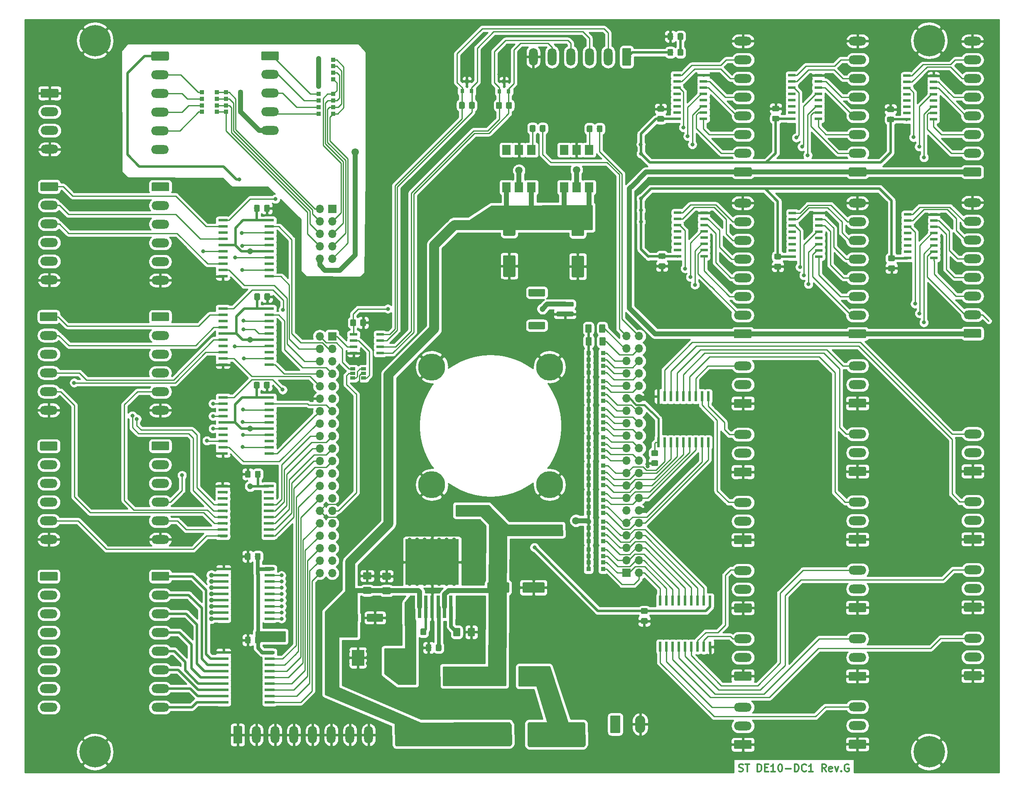
<source format=gbr>
G04 #@! TF.GenerationSoftware,KiCad,Pcbnew,5.1.4-e60b266~84~ubuntu18.04.1*
G04 #@! TF.CreationDate,2019-09-22T20:19:57-04:00*
G04 #@! TF.ProjectId,DE10nano interface,44453130-6e61-46e6-9f20-696e74657266,rev?*
G04 #@! TF.SameCoordinates,Original*
G04 #@! TF.FileFunction,Copper,L1,Top*
G04 #@! TF.FilePolarity,Positive*
%FSLAX46Y46*%
G04 Gerber Fmt 4.6, Leading zero omitted, Abs format (unit mm)*
G04 Created by KiCad (PCBNEW 5.1.4-e60b266~84~ubuntu18.04.1) date 2019-09-22 20:19:57*
%MOMM*%
%LPD*%
G04 APERTURE LIST*
%ADD10C,0.300000*%
%ADD11C,0.100000*%
%ADD12C,2.080000*%
%ADD13O,2.080000X3.600000*%
%ADD14C,1.800000*%
%ADD15O,3.600000X1.800000*%
%ADD16R,1.500000X0.600000*%
%ADD17C,5.500000*%
%ADD18O,1.700000X1.700000*%
%ADD19R,1.700000X1.700000*%
%ADD20R,2.000000X0.600000*%
%ADD21R,0.600000X2.000000*%
%ADD22R,1.950000X0.600000*%
%ADD23C,1.600000*%
%ADD24C,1.425000*%
%ADD25C,2.100000*%
%ADD26R,2.000000X3.200000*%
%ADD27C,1.150000*%
%ADD28R,0.800000X4.600000*%
%ADD29R,10.800000X9.400000*%
%ADD30R,2.500000X3.300000*%
%ADD31C,0.800000*%
%ADD32C,6.400000*%
%ADD33R,1.780000X2.000000*%
%ADD34C,1.300000*%
%ADD35C,1.000000*%
%ADD36C,1.500000*%
%ADD37C,2.500000*%
%ADD38O,1.800000X3.600000*%
%ADD39R,1.550000X0.600000*%
%ADD40R,0.900000X0.900000*%
%ADD41R,0.800000X0.900000*%
%ADD42C,1.250000*%
%ADD43R,1.060000X0.650000*%
%ADD44C,1.200000*%
%ADD45C,0.500000*%
%ADD46C,0.250000*%
%ADD47C,1.000000*%
%ADD48C,0.400000*%
%ADD49C,1.500000*%
%ADD50C,0.750000*%
%ADD51C,2.000000*%
%ADD52C,0.254000*%
G04 APERTURE END LIST*
D10*
X173385714Y-170757142D02*
X173600000Y-170828571D01*
X173957142Y-170828571D01*
X174100000Y-170757142D01*
X174171428Y-170685714D01*
X174242857Y-170542857D01*
X174242857Y-170400000D01*
X174171428Y-170257142D01*
X174100000Y-170185714D01*
X173957142Y-170114285D01*
X173671428Y-170042857D01*
X173528571Y-169971428D01*
X173457142Y-169900000D01*
X173385714Y-169757142D01*
X173385714Y-169614285D01*
X173457142Y-169471428D01*
X173528571Y-169400000D01*
X173671428Y-169328571D01*
X174028571Y-169328571D01*
X174242857Y-169400000D01*
X174671428Y-169328571D02*
X175528571Y-169328571D01*
X175100000Y-170828571D02*
X175100000Y-169328571D01*
X177171428Y-170828571D02*
X177171428Y-169328571D01*
X177528571Y-169328571D01*
X177742857Y-169400000D01*
X177885714Y-169542857D01*
X177957142Y-169685714D01*
X178028571Y-169971428D01*
X178028571Y-170185714D01*
X177957142Y-170471428D01*
X177885714Y-170614285D01*
X177742857Y-170757142D01*
X177528571Y-170828571D01*
X177171428Y-170828571D01*
X178671428Y-170042857D02*
X179171428Y-170042857D01*
X179385714Y-170828571D02*
X178671428Y-170828571D01*
X178671428Y-169328571D01*
X179385714Y-169328571D01*
X180814285Y-170828571D02*
X179957142Y-170828571D01*
X180385714Y-170828571D02*
X180385714Y-169328571D01*
X180242857Y-169542857D01*
X180100000Y-169685714D01*
X179957142Y-169757142D01*
X181742857Y-169328571D02*
X181885714Y-169328571D01*
X182028571Y-169400000D01*
X182100000Y-169471428D01*
X182171428Y-169614285D01*
X182242857Y-169900000D01*
X182242857Y-170257142D01*
X182171428Y-170542857D01*
X182100000Y-170685714D01*
X182028571Y-170757142D01*
X181885714Y-170828571D01*
X181742857Y-170828571D01*
X181600000Y-170757142D01*
X181528571Y-170685714D01*
X181457142Y-170542857D01*
X181385714Y-170257142D01*
X181385714Y-169900000D01*
X181457142Y-169614285D01*
X181528571Y-169471428D01*
X181600000Y-169400000D01*
X181742857Y-169328571D01*
X182885714Y-170257142D02*
X184028571Y-170257142D01*
X184742857Y-170828571D02*
X184742857Y-169328571D01*
X185100000Y-169328571D01*
X185314285Y-169400000D01*
X185457142Y-169542857D01*
X185528571Y-169685714D01*
X185600000Y-169971428D01*
X185600000Y-170185714D01*
X185528571Y-170471428D01*
X185457142Y-170614285D01*
X185314285Y-170757142D01*
X185100000Y-170828571D01*
X184742857Y-170828571D01*
X187100000Y-170685714D02*
X187028571Y-170757142D01*
X186814285Y-170828571D01*
X186671428Y-170828571D01*
X186457142Y-170757142D01*
X186314285Y-170614285D01*
X186242857Y-170471428D01*
X186171428Y-170185714D01*
X186171428Y-169971428D01*
X186242857Y-169685714D01*
X186314285Y-169542857D01*
X186457142Y-169400000D01*
X186671428Y-169328571D01*
X186814285Y-169328571D01*
X187028571Y-169400000D01*
X187100000Y-169471428D01*
X188528571Y-170828571D02*
X187671428Y-170828571D01*
X188100000Y-170828571D02*
X188100000Y-169328571D01*
X187957142Y-169542857D01*
X187814285Y-169685714D01*
X187671428Y-169757142D01*
X191171428Y-170828571D02*
X190671428Y-170114285D01*
X190314285Y-170828571D02*
X190314285Y-169328571D01*
X190885714Y-169328571D01*
X191028571Y-169400000D01*
X191100000Y-169471428D01*
X191171428Y-169614285D01*
X191171428Y-169828571D01*
X191100000Y-169971428D01*
X191028571Y-170042857D01*
X190885714Y-170114285D01*
X190314285Y-170114285D01*
X192385714Y-170757142D02*
X192242857Y-170828571D01*
X191957142Y-170828571D01*
X191814285Y-170757142D01*
X191742857Y-170614285D01*
X191742857Y-170042857D01*
X191814285Y-169900000D01*
X191957142Y-169828571D01*
X192242857Y-169828571D01*
X192385714Y-169900000D01*
X192457142Y-170042857D01*
X192457142Y-170185714D01*
X191742857Y-170328571D01*
X192957142Y-169828571D02*
X193314285Y-170828571D01*
X193671428Y-169828571D01*
X194242857Y-170685714D02*
X194314285Y-170757142D01*
X194242857Y-170828571D01*
X194171428Y-170757142D01*
X194242857Y-170685714D01*
X194242857Y-170828571D01*
X195742857Y-169400000D02*
X195600000Y-169328571D01*
X195385714Y-169328571D01*
X195171428Y-169400000D01*
X195028571Y-169542857D01*
X194957142Y-169685714D01*
X194885714Y-169971428D01*
X194885714Y-170185714D01*
X194957142Y-170471428D01*
X195028571Y-170614285D01*
X195171428Y-170757142D01*
X195385714Y-170828571D01*
X195528571Y-170828571D01*
X195742857Y-170757142D01*
X195814285Y-170685714D01*
X195814285Y-170185714D01*
X195528571Y-170185714D01*
D11*
G36*
X149014865Y-159401202D02*
G01*
X149039095Y-159404796D01*
X149062855Y-159410748D01*
X149085918Y-159419000D01*
X149108061Y-159429472D01*
X149129070Y-159442065D01*
X149148745Y-159456657D01*
X149166894Y-159473106D01*
X149183343Y-159491255D01*
X149197935Y-159510930D01*
X149210528Y-159531939D01*
X149221000Y-159554082D01*
X149229252Y-159577145D01*
X149235204Y-159600905D01*
X149238798Y-159625135D01*
X149240000Y-159649600D01*
X149240000Y-162750400D01*
X149238798Y-162774865D01*
X149235204Y-162799095D01*
X149229252Y-162822855D01*
X149221000Y-162845918D01*
X149210528Y-162868061D01*
X149197935Y-162889070D01*
X149183343Y-162908745D01*
X149166894Y-162926894D01*
X149148745Y-162943343D01*
X149129070Y-162957935D01*
X149108061Y-162970528D01*
X149085918Y-162981000D01*
X149062855Y-162989252D01*
X149039095Y-162995204D01*
X149014865Y-162998798D01*
X148990400Y-163000000D01*
X147409600Y-163000000D01*
X147385135Y-162998798D01*
X147360905Y-162995204D01*
X147337145Y-162989252D01*
X147314082Y-162981000D01*
X147291939Y-162970528D01*
X147270930Y-162957935D01*
X147251255Y-162943343D01*
X147233106Y-162926894D01*
X147216657Y-162908745D01*
X147202065Y-162889070D01*
X147189472Y-162868061D01*
X147179000Y-162845918D01*
X147170748Y-162822855D01*
X147164796Y-162799095D01*
X147161202Y-162774865D01*
X147160000Y-162750400D01*
X147160000Y-159649600D01*
X147161202Y-159625135D01*
X147164796Y-159600905D01*
X147170748Y-159577145D01*
X147179000Y-159554082D01*
X147189472Y-159531939D01*
X147202065Y-159510930D01*
X147216657Y-159491255D01*
X147233106Y-159473106D01*
X147251255Y-159456657D01*
X147270930Y-159442065D01*
X147291939Y-159429472D01*
X147314082Y-159419000D01*
X147337145Y-159410748D01*
X147360905Y-159404796D01*
X147385135Y-159401202D01*
X147409600Y-159400000D01*
X148990400Y-159400000D01*
X149014865Y-159401202D01*
X149014865Y-159401202D01*
G37*
D12*
X148200000Y-161200000D03*
D13*
X153280000Y-161200000D03*
D11*
G36*
X222556764Y-80630124D02*
G01*
X222581033Y-80633724D01*
X222604831Y-80639685D01*
X222627931Y-80647950D01*
X222650109Y-80658440D01*
X222671153Y-80671053D01*
X222690858Y-80685667D01*
X222709037Y-80702143D01*
X222725513Y-80720322D01*
X222740127Y-80740027D01*
X222752740Y-80761071D01*
X222763230Y-80783249D01*
X222771495Y-80806349D01*
X222777456Y-80830147D01*
X222781056Y-80854416D01*
X222782260Y-80878920D01*
X222782260Y-82178920D01*
X222781056Y-82203424D01*
X222777456Y-82227693D01*
X222771495Y-82251491D01*
X222763230Y-82274591D01*
X222752740Y-82296769D01*
X222740127Y-82317813D01*
X222725513Y-82337518D01*
X222709037Y-82355697D01*
X222690858Y-82372173D01*
X222671153Y-82386787D01*
X222650109Y-82399400D01*
X222627931Y-82409890D01*
X222604831Y-82418155D01*
X222581033Y-82424116D01*
X222556764Y-82427716D01*
X222532260Y-82428920D01*
X219432260Y-82428920D01*
X219407756Y-82427716D01*
X219383487Y-82424116D01*
X219359689Y-82418155D01*
X219336589Y-82409890D01*
X219314411Y-82399400D01*
X219293367Y-82386787D01*
X219273662Y-82372173D01*
X219255483Y-82355697D01*
X219239007Y-82337518D01*
X219224393Y-82317813D01*
X219211780Y-82296769D01*
X219201290Y-82274591D01*
X219193025Y-82251491D01*
X219187064Y-82227693D01*
X219183464Y-82203424D01*
X219182260Y-82178920D01*
X219182260Y-80878920D01*
X219183464Y-80854416D01*
X219187064Y-80830147D01*
X219193025Y-80806349D01*
X219201290Y-80783249D01*
X219211780Y-80761071D01*
X219224393Y-80740027D01*
X219239007Y-80720322D01*
X219255483Y-80702143D01*
X219273662Y-80685667D01*
X219293367Y-80671053D01*
X219314411Y-80658440D01*
X219336589Y-80647950D01*
X219359689Y-80639685D01*
X219383487Y-80633724D01*
X219407756Y-80630124D01*
X219432260Y-80628920D01*
X222532260Y-80628920D01*
X222556764Y-80630124D01*
X222556764Y-80630124D01*
G37*
D14*
X220982260Y-81528920D03*
D15*
X220982260Y-77718920D03*
X220982260Y-73908920D03*
X220982260Y-70098920D03*
X220982260Y-66288920D03*
X220982260Y-62478920D03*
X220982260Y-58668920D03*
X220982260Y-54858920D03*
X197527900Y-54940200D03*
X197527900Y-58750200D03*
X197527900Y-62560200D03*
X197527900Y-66370200D03*
X197527900Y-70180200D03*
X197527900Y-73990200D03*
X197527900Y-77800200D03*
D11*
G36*
X199102404Y-80711404D02*
G01*
X199126673Y-80715004D01*
X199150471Y-80720965D01*
X199173571Y-80729230D01*
X199195749Y-80739720D01*
X199216793Y-80752333D01*
X199236498Y-80766947D01*
X199254677Y-80783423D01*
X199271153Y-80801602D01*
X199285767Y-80821307D01*
X199298380Y-80842351D01*
X199308870Y-80864529D01*
X199317135Y-80887629D01*
X199323096Y-80911427D01*
X199326696Y-80935696D01*
X199327900Y-80960200D01*
X199327900Y-82260200D01*
X199326696Y-82284704D01*
X199323096Y-82308973D01*
X199317135Y-82332771D01*
X199308870Y-82355871D01*
X199298380Y-82378049D01*
X199285767Y-82399093D01*
X199271153Y-82418798D01*
X199254677Y-82436977D01*
X199236498Y-82453453D01*
X199216793Y-82468067D01*
X199195749Y-82480680D01*
X199173571Y-82491170D01*
X199150471Y-82499435D01*
X199126673Y-82505396D01*
X199102404Y-82508996D01*
X199077900Y-82510200D01*
X195977900Y-82510200D01*
X195953396Y-82508996D01*
X195929127Y-82505396D01*
X195905329Y-82499435D01*
X195882229Y-82491170D01*
X195860051Y-82480680D01*
X195839007Y-82468067D01*
X195819302Y-82453453D01*
X195801123Y-82436977D01*
X195784647Y-82418798D01*
X195770033Y-82399093D01*
X195757420Y-82378049D01*
X195746930Y-82355871D01*
X195738665Y-82332771D01*
X195732704Y-82308973D01*
X195729104Y-82284704D01*
X195727900Y-82260200D01*
X195727900Y-80960200D01*
X195729104Y-80935696D01*
X195732704Y-80911427D01*
X195738665Y-80887629D01*
X195746930Y-80864529D01*
X195757420Y-80842351D01*
X195770033Y-80821307D01*
X195784647Y-80801602D01*
X195801123Y-80783423D01*
X195819302Y-80766947D01*
X195839007Y-80752333D01*
X195860051Y-80739720D01*
X195882229Y-80729230D01*
X195905329Y-80720965D01*
X195929127Y-80715004D01*
X195953396Y-80711404D01*
X195977900Y-80710200D01*
X199077900Y-80710200D01*
X199102404Y-80711404D01*
X199102404Y-80711404D01*
G37*
D14*
X197527900Y-81610200D03*
D16*
X189686900Y-65854580D03*
X189686900Y-64584580D03*
X189686900Y-63314580D03*
X189686900Y-62044580D03*
X189686900Y-60774580D03*
X189686900Y-59504580D03*
X189686900Y-58234580D03*
X189686900Y-56964580D03*
X184286900Y-56964580D03*
X184286900Y-58234580D03*
X184286900Y-59504580D03*
X184286900Y-60774580D03*
X184286900Y-62044580D03*
X184286900Y-63314580D03*
X184286900Y-64584580D03*
X184286900Y-65854580D03*
X207766660Y-66164460D03*
X207766660Y-64894460D03*
X207766660Y-63624460D03*
X207766660Y-62354460D03*
X207766660Y-61084460D03*
X207766660Y-59814460D03*
X207766660Y-58544460D03*
X207766660Y-57274460D03*
X213166660Y-57274460D03*
X213166660Y-58544460D03*
X213166660Y-59814460D03*
X213166660Y-61084460D03*
X213166660Y-62354460D03*
X213166660Y-63624460D03*
X213166660Y-64894460D03*
X213166660Y-66164460D03*
X166273180Y-65819020D03*
X166273180Y-64549020D03*
X166273180Y-63279020D03*
X166273180Y-62009020D03*
X166273180Y-60739020D03*
X166273180Y-59469020D03*
X166273180Y-58199020D03*
X166273180Y-56929020D03*
X160873180Y-56929020D03*
X160873180Y-58199020D03*
X160873180Y-59469020D03*
X160873180Y-60739020D03*
X160873180Y-62009020D03*
X160873180Y-63279020D03*
X160873180Y-64549020D03*
X160873180Y-65819020D03*
D15*
X174159900Y-54940200D03*
X174159900Y-58750200D03*
X174159900Y-62560200D03*
X174159900Y-66370200D03*
X174159900Y-70180200D03*
X174159900Y-73990200D03*
X174159900Y-77800200D03*
D11*
G36*
X175734404Y-80711404D02*
G01*
X175758673Y-80715004D01*
X175782471Y-80720965D01*
X175805571Y-80729230D01*
X175827749Y-80739720D01*
X175848793Y-80752333D01*
X175868498Y-80766947D01*
X175886677Y-80783423D01*
X175903153Y-80801602D01*
X175917767Y-80821307D01*
X175930380Y-80842351D01*
X175940870Y-80864529D01*
X175949135Y-80887629D01*
X175955096Y-80911427D01*
X175958696Y-80935696D01*
X175959900Y-80960200D01*
X175959900Y-82260200D01*
X175958696Y-82284704D01*
X175955096Y-82308973D01*
X175949135Y-82332771D01*
X175940870Y-82355871D01*
X175930380Y-82378049D01*
X175917767Y-82399093D01*
X175903153Y-82418798D01*
X175886677Y-82436977D01*
X175868498Y-82453453D01*
X175848793Y-82468067D01*
X175827749Y-82480680D01*
X175805571Y-82491170D01*
X175782471Y-82499435D01*
X175758673Y-82505396D01*
X175734404Y-82508996D01*
X175709900Y-82510200D01*
X172609900Y-82510200D01*
X172585396Y-82508996D01*
X172561127Y-82505396D01*
X172537329Y-82499435D01*
X172514229Y-82491170D01*
X172492051Y-82480680D01*
X172471007Y-82468067D01*
X172451302Y-82453453D01*
X172433123Y-82436977D01*
X172416647Y-82418798D01*
X172402033Y-82399093D01*
X172389420Y-82378049D01*
X172378930Y-82355871D01*
X172370665Y-82332771D01*
X172364704Y-82308973D01*
X172361104Y-82284704D01*
X172359900Y-82260200D01*
X172359900Y-80960200D01*
X172361104Y-80935696D01*
X172364704Y-80911427D01*
X172370665Y-80887629D01*
X172378930Y-80864529D01*
X172389420Y-80842351D01*
X172402033Y-80821307D01*
X172416647Y-80801602D01*
X172433123Y-80783423D01*
X172451302Y-80766947D01*
X172471007Y-80752333D01*
X172492051Y-80739720D01*
X172514229Y-80729230D01*
X172537329Y-80720965D01*
X172561127Y-80715004D01*
X172585396Y-80711404D01*
X172609900Y-80710200D01*
X175709900Y-80710200D01*
X175734404Y-80711404D01*
X175734404Y-80711404D01*
G37*
D14*
X174159900Y-81610200D03*
D11*
G36*
X175782664Y-47706644D02*
G01*
X175806933Y-47710244D01*
X175830731Y-47716205D01*
X175853831Y-47724470D01*
X175876009Y-47734960D01*
X175897053Y-47747573D01*
X175916758Y-47762187D01*
X175934937Y-47778663D01*
X175951413Y-47796842D01*
X175966027Y-47816547D01*
X175978640Y-47837591D01*
X175989130Y-47859769D01*
X175997395Y-47882869D01*
X176003356Y-47906667D01*
X176006956Y-47930936D01*
X176008160Y-47955440D01*
X176008160Y-49255440D01*
X176006956Y-49279944D01*
X176003356Y-49304213D01*
X175997395Y-49328011D01*
X175989130Y-49351111D01*
X175978640Y-49373289D01*
X175966027Y-49394333D01*
X175951413Y-49414038D01*
X175934937Y-49432217D01*
X175916758Y-49448693D01*
X175897053Y-49463307D01*
X175876009Y-49475920D01*
X175853831Y-49486410D01*
X175830731Y-49494675D01*
X175806933Y-49500636D01*
X175782664Y-49504236D01*
X175758160Y-49505440D01*
X172658160Y-49505440D01*
X172633656Y-49504236D01*
X172609387Y-49500636D01*
X172585589Y-49494675D01*
X172562489Y-49486410D01*
X172540311Y-49475920D01*
X172519267Y-49463307D01*
X172499562Y-49448693D01*
X172481383Y-49432217D01*
X172464907Y-49414038D01*
X172450293Y-49394333D01*
X172437680Y-49373289D01*
X172427190Y-49351111D01*
X172418925Y-49328011D01*
X172412964Y-49304213D01*
X172409364Y-49279944D01*
X172408160Y-49255440D01*
X172408160Y-47955440D01*
X172409364Y-47930936D01*
X172412964Y-47906667D01*
X172418925Y-47882869D01*
X172427190Y-47859769D01*
X172437680Y-47837591D01*
X172450293Y-47816547D01*
X172464907Y-47796842D01*
X172481383Y-47778663D01*
X172499562Y-47762187D01*
X172519267Y-47747573D01*
X172540311Y-47734960D01*
X172562489Y-47724470D01*
X172585589Y-47716205D01*
X172609387Y-47710244D01*
X172633656Y-47706644D01*
X172658160Y-47705440D01*
X175758160Y-47705440D01*
X175782664Y-47706644D01*
X175782664Y-47706644D01*
G37*
D14*
X174208160Y-48605440D03*
D15*
X174208160Y-44795440D03*
X174208160Y-40985440D03*
X174208160Y-37175440D03*
X174208160Y-33365440D03*
X174208160Y-29555440D03*
X174208160Y-25745440D03*
X174208160Y-21935440D03*
D16*
X160758880Y-37764720D03*
X160758880Y-36494720D03*
X160758880Y-35224720D03*
X160758880Y-33954720D03*
X160758880Y-32684720D03*
X160758880Y-31414720D03*
X160758880Y-30144720D03*
X160758880Y-28874720D03*
X166158880Y-28874720D03*
X166158880Y-30144720D03*
X166158880Y-31414720D03*
X166158880Y-32684720D03*
X166158880Y-33954720D03*
X166158880Y-35224720D03*
X166158880Y-36494720D03*
X166158880Y-37764720D03*
D15*
X220969560Y-21945600D03*
X220969560Y-25755600D03*
X220969560Y-29565600D03*
X220969560Y-33375600D03*
X220969560Y-37185600D03*
X220969560Y-40995600D03*
X220969560Y-44805600D03*
D11*
G36*
X222544064Y-47716804D02*
G01*
X222568333Y-47720404D01*
X222592131Y-47726365D01*
X222615231Y-47734630D01*
X222637409Y-47745120D01*
X222658453Y-47757733D01*
X222678158Y-47772347D01*
X222696337Y-47788823D01*
X222712813Y-47807002D01*
X222727427Y-47826707D01*
X222740040Y-47847751D01*
X222750530Y-47869929D01*
X222758795Y-47893029D01*
X222764756Y-47916827D01*
X222768356Y-47941096D01*
X222769560Y-47965600D01*
X222769560Y-49265600D01*
X222768356Y-49290104D01*
X222764756Y-49314373D01*
X222758795Y-49338171D01*
X222750530Y-49361271D01*
X222740040Y-49383449D01*
X222727427Y-49404493D01*
X222712813Y-49424198D01*
X222696337Y-49442377D01*
X222678158Y-49458853D01*
X222658453Y-49473467D01*
X222637409Y-49486080D01*
X222615231Y-49496570D01*
X222592131Y-49504835D01*
X222568333Y-49510796D01*
X222544064Y-49514396D01*
X222519560Y-49515600D01*
X219419560Y-49515600D01*
X219395056Y-49514396D01*
X219370787Y-49510796D01*
X219346989Y-49504835D01*
X219323889Y-49496570D01*
X219301711Y-49486080D01*
X219280667Y-49473467D01*
X219260962Y-49458853D01*
X219242783Y-49442377D01*
X219226307Y-49424198D01*
X219211693Y-49404493D01*
X219199080Y-49383449D01*
X219188590Y-49361271D01*
X219180325Y-49338171D01*
X219174364Y-49314373D01*
X219170764Y-49290104D01*
X219169560Y-49265600D01*
X219169560Y-47965600D01*
X219170764Y-47941096D01*
X219174364Y-47916827D01*
X219180325Y-47893029D01*
X219188590Y-47869929D01*
X219199080Y-47847751D01*
X219211693Y-47826707D01*
X219226307Y-47807002D01*
X219242783Y-47788823D01*
X219260962Y-47772347D01*
X219280667Y-47757733D01*
X219301711Y-47745120D01*
X219323889Y-47734630D01*
X219346989Y-47726365D01*
X219370787Y-47720404D01*
X219395056Y-47716804D01*
X219419560Y-47715600D01*
X222519560Y-47715600D01*
X222544064Y-47716804D01*
X222544064Y-47716804D01*
G37*
D14*
X220969560Y-48615600D03*
D16*
X213042200Y-37896800D03*
X213042200Y-36626800D03*
X213042200Y-35356800D03*
X213042200Y-34086800D03*
X213042200Y-32816800D03*
X213042200Y-31546800D03*
X213042200Y-30276800D03*
X213042200Y-29006800D03*
X207642200Y-29006800D03*
X207642200Y-30276800D03*
X207642200Y-31546800D03*
X207642200Y-32816800D03*
X207642200Y-34086800D03*
X207642200Y-35356800D03*
X207642200Y-36626800D03*
X207642200Y-37896800D03*
X184167520Y-37777420D03*
X184167520Y-36507420D03*
X184167520Y-35237420D03*
X184167520Y-33967420D03*
X184167520Y-32697420D03*
X184167520Y-31427420D03*
X184167520Y-30157420D03*
X184167520Y-28887420D03*
X189567520Y-28887420D03*
X189567520Y-30157420D03*
X189567520Y-31427420D03*
X189567520Y-32697420D03*
X189567520Y-33967420D03*
X189567520Y-35237420D03*
X189567520Y-36507420D03*
X189567520Y-37777420D03*
D11*
G36*
X199150664Y-47706644D02*
G01*
X199174933Y-47710244D01*
X199198731Y-47716205D01*
X199221831Y-47724470D01*
X199244009Y-47734960D01*
X199265053Y-47747573D01*
X199284758Y-47762187D01*
X199302937Y-47778663D01*
X199319413Y-47796842D01*
X199334027Y-47816547D01*
X199346640Y-47837591D01*
X199357130Y-47859769D01*
X199365395Y-47882869D01*
X199371356Y-47906667D01*
X199374956Y-47930936D01*
X199376160Y-47955440D01*
X199376160Y-49255440D01*
X199374956Y-49279944D01*
X199371356Y-49304213D01*
X199365395Y-49328011D01*
X199357130Y-49351111D01*
X199346640Y-49373289D01*
X199334027Y-49394333D01*
X199319413Y-49414038D01*
X199302937Y-49432217D01*
X199284758Y-49448693D01*
X199265053Y-49463307D01*
X199244009Y-49475920D01*
X199221831Y-49486410D01*
X199198731Y-49494675D01*
X199174933Y-49500636D01*
X199150664Y-49504236D01*
X199126160Y-49505440D01*
X196026160Y-49505440D01*
X196001656Y-49504236D01*
X195977387Y-49500636D01*
X195953589Y-49494675D01*
X195930489Y-49486410D01*
X195908311Y-49475920D01*
X195887267Y-49463307D01*
X195867562Y-49448693D01*
X195849383Y-49432217D01*
X195832907Y-49414038D01*
X195818293Y-49394333D01*
X195805680Y-49373289D01*
X195795190Y-49351111D01*
X195786925Y-49328011D01*
X195780964Y-49304213D01*
X195777364Y-49279944D01*
X195776160Y-49255440D01*
X195776160Y-47955440D01*
X195777364Y-47930936D01*
X195780964Y-47906667D01*
X195786925Y-47882869D01*
X195795190Y-47859769D01*
X195805680Y-47837591D01*
X195818293Y-47816547D01*
X195832907Y-47796842D01*
X195849383Y-47778663D01*
X195867562Y-47762187D01*
X195887267Y-47747573D01*
X195908311Y-47734960D01*
X195930489Y-47724470D01*
X195953589Y-47716205D01*
X195977387Y-47710244D01*
X196001656Y-47706644D01*
X196026160Y-47705440D01*
X199126160Y-47705440D01*
X199150664Y-47706644D01*
X199150664Y-47706644D01*
G37*
D14*
X197576160Y-48605440D03*
D15*
X197576160Y-44795440D03*
X197576160Y-40985440D03*
X197576160Y-37175440D03*
X197576160Y-33365440D03*
X197576160Y-29555440D03*
X197576160Y-25745440D03*
X197576160Y-21935440D03*
D17*
X134802001Y-112369001D03*
X110802001Y-112369001D03*
X134802001Y-88369001D03*
D15*
X55460900Y-97193100D03*
X55460900Y-93383100D03*
X55460900Y-89573100D03*
X55460900Y-85763100D03*
X55460900Y-81953100D03*
D11*
G36*
X57035404Y-77244304D02*
G01*
X57059673Y-77247904D01*
X57083471Y-77253865D01*
X57106571Y-77262130D01*
X57128749Y-77272620D01*
X57149793Y-77285233D01*
X57169498Y-77299847D01*
X57187677Y-77316323D01*
X57204153Y-77334502D01*
X57218767Y-77354207D01*
X57231380Y-77375251D01*
X57241870Y-77397429D01*
X57250135Y-77420529D01*
X57256096Y-77444327D01*
X57259696Y-77468596D01*
X57260900Y-77493100D01*
X57260900Y-78793100D01*
X57259696Y-78817604D01*
X57256096Y-78841873D01*
X57250135Y-78865671D01*
X57241870Y-78888771D01*
X57231380Y-78910949D01*
X57218767Y-78931993D01*
X57204153Y-78951698D01*
X57187677Y-78969877D01*
X57169498Y-78986353D01*
X57149793Y-79000967D01*
X57128749Y-79013580D01*
X57106571Y-79024070D01*
X57083471Y-79032335D01*
X57059673Y-79038296D01*
X57035404Y-79041896D01*
X57010900Y-79043100D01*
X53910900Y-79043100D01*
X53886396Y-79041896D01*
X53862127Y-79038296D01*
X53838329Y-79032335D01*
X53815229Y-79024070D01*
X53793051Y-79013580D01*
X53772007Y-79000967D01*
X53752302Y-78986353D01*
X53734123Y-78969877D01*
X53717647Y-78951698D01*
X53703033Y-78931993D01*
X53690420Y-78910949D01*
X53679930Y-78888771D01*
X53671665Y-78865671D01*
X53665704Y-78841873D01*
X53662104Y-78817604D01*
X53660900Y-78793100D01*
X53660900Y-77493100D01*
X53662104Y-77468596D01*
X53665704Y-77444327D01*
X53671665Y-77420529D01*
X53679930Y-77397429D01*
X53690420Y-77375251D01*
X53703033Y-77354207D01*
X53717647Y-77334502D01*
X53734123Y-77316323D01*
X53752302Y-77299847D01*
X53772007Y-77285233D01*
X53793051Y-77272620D01*
X53815229Y-77262130D01*
X53838329Y-77253865D01*
X53862127Y-77247904D01*
X53886396Y-77244304D01*
X53910900Y-77243100D01*
X57010900Y-77243100D01*
X57035404Y-77244304D01*
X57035404Y-77244304D01*
G37*
D14*
X55460900Y-78143100D03*
D15*
X32720000Y-123532900D03*
X32720000Y-119722900D03*
X32720000Y-115912900D03*
X32720000Y-112102900D03*
X32720000Y-108292900D03*
D11*
G36*
X34294504Y-103584104D02*
G01*
X34318773Y-103587704D01*
X34342571Y-103593665D01*
X34365671Y-103601930D01*
X34387849Y-103612420D01*
X34408893Y-103625033D01*
X34428598Y-103639647D01*
X34446777Y-103656123D01*
X34463253Y-103674302D01*
X34477867Y-103694007D01*
X34490480Y-103715051D01*
X34500970Y-103737229D01*
X34509235Y-103760329D01*
X34515196Y-103784127D01*
X34518796Y-103808396D01*
X34520000Y-103832900D01*
X34520000Y-105132900D01*
X34518796Y-105157404D01*
X34515196Y-105181673D01*
X34509235Y-105205471D01*
X34500970Y-105228571D01*
X34490480Y-105250749D01*
X34477867Y-105271793D01*
X34463253Y-105291498D01*
X34446777Y-105309677D01*
X34428598Y-105326153D01*
X34408893Y-105340767D01*
X34387849Y-105353380D01*
X34365671Y-105363870D01*
X34342571Y-105372135D01*
X34318773Y-105378096D01*
X34294504Y-105381696D01*
X34270000Y-105382900D01*
X31170000Y-105382900D01*
X31145496Y-105381696D01*
X31121227Y-105378096D01*
X31097429Y-105372135D01*
X31074329Y-105363870D01*
X31052151Y-105353380D01*
X31031107Y-105340767D01*
X31011402Y-105326153D01*
X30993223Y-105309677D01*
X30976747Y-105291498D01*
X30962133Y-105271793D01*
X30949520Y-105250749D01*
X30939030Y-105228571D01*
X30930765Y-105205471D01*
X30924804Y-105181673D01*
X30921204Y-105157404D01*
X30920000Y-105132900D01*
X30920000Y-103832900D01*
X30921204Y-103808396D01*
X30924804Y-103784127D01*
X30930765Y-103760329D01*
X30939030Y-103737229D01*
X30949520Y-103715051D01*
X30962133Y-103694007D01*
X30976747Y-103674302D01*
X30993223Y-103656123D01*
X31011402Y-103639647D01*
X31031107Y-103625033D01*
X31052151Y-103612420D01*
X31074329Y-103601930D01*
X31097429Y-103593665D01*
X31121227Y-103587704D01*
X31145496Y-103584104D01*
X31170000Y-103582900D01*
X34270000Y-103582900D01*
X34294504Y-103584104D01*
X34294504Y-103584104D01*
G37*
D14*
X32720000Y-104482900D03*
D18*
X153047700Y-82092800D03*
X150507700Y-82092800D03*
X153047700Y-84632800D03*
X150507700Y-84632800D03*
X153047700Y-87172800D03*
X150507700Y-87172800D03*
X153047700Y-89712800D03*
X150507700Y-89712800D03*
X153047700Y-92252800D03*
X150507700Y-92252800D03*
X153047700Y-94792800D03*
X150507700Y-94792800D03*
X153047700Y-97332800D03*
X150507700Y-97332800D03*
X153047700Y-99872800D03*
X150507700Y-99872800D03*
X153047700Y-102412800D03*
X150507700Y-102412800D03*
X153047700Y-104952800D03*
X150507700Y-104952800D03*
X153047700Y-107492800D03*
X150507700Y-107492800D03*
X153047700Y-110032800D03*
X150507700Y-110032800D03*
X153047700Y-112572800D03*
X150507700Y-112572800D03*
X153047700Y-115112800D03*
X150507700Y-115112800D03*
X153047700Y-117652800D03*
X150507700Y-117652800D03*
X153047700Y-120192800D03*
X150507700Y-120192800D03*
X153047700Y-122732800D03*
X150507700Y-122732800D03*
X153047700Y-125272800D03*
X150507700Y-125272800D03*
X153047700Y-127812800D03*
X150507700Y-127812800D03*
X153047700Y-130352800D03*
D19*
X150507700Y-130352800D03*
X90497700Y-82127800D03*
D18*
X87957700Y-82127800D03*
X90497700Y-84667800D03*
X87957700Y-84667800D03*
X90497700Y-87207800D03*
X87957700Y-87207800D03*
X90497700Y-89747800D03*
X87957700Y-89747800D03*
X90497700Y-92287800D03*
X87957700Y-92287800D03*
X90497700Y-94827800D03*
X87957700Y-94827800D03*
X90497700Y-97367800D03*
X87957700Y-97367800D03*
X90497700Y-99907800D03*
X87957700Y-99907800D03*
X90497700Y-102447800D03*
X87957700Y-102447800D03*
X90497700Y-104987800D03*
X87957700Y-104987800D03*
X90497700Y-107527800D03*
X87957700Y-107527800D03*
X90497700Y-110067800D03*
X87957700Y-110067800D03*
X90497700Y-112607800D03*
X87957700Y-112607800D03*
X90497700Y-115147800D03*
X87957700Y-115147800D03*
X90497700Y-117687800D03*
X87957700Y-117687800D03*
X90497700Y-120227800D03*
X87957700Y-120227800D03*
X90497700Y-122767800D03*
X87957700Y-122767800D03*
X90497700Y-125307800D03*
X87957700Y-125307800D03*
X90497700Y-127847800D03*
X87957700Y-127847800D03*
X90497700Y-130387800D03*
X87957700Y-130387800D03*
D20*
X68355200Y-139687300D03*
X68355200Y-138417300D03*
X68355200Y-137147300D03*
X68355200Y-135877300D03*
X68355200Y-134607300D03*
X68355200Y-133337300D03*
X68355200Y-132067300D03*
X68355200Y-130797300D03*
X68355200Y-129527300D03*
X77755200Y-129527300D03*
X77755200Y-130797300D03*
X77755200Y-132067300D03*
X77755200Y-133337300D03*
X77755200Y-134607300D03*
X77755200Y-135877300D03*
X77755200Y-137147300D03*
X77755200Y-138417300D03*
X77755200Y-139687300D03*
D21*
X167121840Y-103757460D03*
X165851840Y-103757460D03*
X164581840Y-103757460D03*
X163311840Y-103757460D03*
X162041840Y-103757460D03*
X160771840Y-103757460D03*
X159501840Y-103757460D03*
X158231840Y-103757460D03*
X156961840Y-103757460D03*
X156961840Y-94357460D03*
X158231840Y-94357460D03*
X159501840Y-94357460D03*
X160771840Y-94357460D03*
X162041840Y-94357460D03*
X163311840Y-94357460D03*
X164581840Y-94357460D03*
X165851840Y-94357460D03*
X167121840Y-94357460D03*
X157337760Y-145400760D03*
X158607760Y-145400760D03*
X159877760Y-145400760D03*
X161147760Y-145400760D03*
X162417760Y-145400760D03*
X163687760Y-145400760D03*
X164957760Y-145400760D03*
X166227760Y-145400760D03*
X167497760Y-145400760D03*
X167497760Y-136000760D03*
X166227760Y-136000760D03*
X164957760Y-136000760D03*
X163687760Y-136000760D03*
X162417760Y-136000760D03*
X161147760Y-136000760D03*
X159877760Y-136000760D03*
X158607760Y-136000760D03*
X157337760Y-136000760D03*
D22*
X68228200Y-76479400D03*
X68228200Y-77749400D03*
X68228200Y-79019400D03*
X68228200Y-80289400D03*
X68228200Y-81559400D03*
X68228200Y-82829400D03*
X68228200Y-84099400D03*
X68228200Y-85369400D03*
X68228200Y-86639400D03*
X68228200Y-87909400D03*
X77628200Y-87909400D03*
X77628200Y-86639400D03*
X77628200Y-85369400D03*
X77628200Y-84099400D03*
X77628200Y-82829400D03*
X77628200Y-81559400D03*
X77628200Y-80289400D03*
X77628200Y-79019400D03*
X77628200Y-77749400D03*
X77628200Y-76479400D03*
X68228200Y-58470800D03*
X68228200Y-59740800D03*
X68228200Y-61010800D03*
X68228200Y-62280800D03*
X68228200Y-63550800D03*
X68228200Y-64820800D03*
X68228200Y-66090800D03*
X68228200Y-67360800D03*
X68228200Y-68630800D03*
X68228200Y-69900800D03*
X77628200Y-69900800D03*
X77628200Y-68630800D03*
X77628200Y-67360800D03*
X77628200Y-66090800D03*
X77628200Y-64820800D03*
X77628200Y-63550800D03*
X77628200Y-62280800D03*
X77628200Y-61010800D03*
X77628200Y-59740800D03*
X77628200Y-58470800D03*
X77653600Y-94564200D03*
X77653600Y-95834200D03*
X77653600Y-97104200D03*
X77653600Y-98374200D03*
X77653600Y-99644200D03*
X77653600Y-100914200D03*
X77653600Y-102184200D03*
X77653600Y-103454200D03*
X77653600Y-104724200D03*
X77653600Y-105994200D03*
X68253600Y-105994200D03*
X68253600Y-104724200D03*
X68253600Y-103454200D03*
X68253600Y-102184200D03*
X68253600Y-100914200D03*
X68253600Y-99644200D03*
X68253600Y-98374200D03*
X68253600Y-97104200D03*
X68253600Y-95834200D03*
X68253600Y-94564200D03*
D20*
X77755200Y-156705300D03*
X77755200Y-155435300D03*
X77755200Y-154165300D03*
X77755200Y-152895300D03*
X77755200Y-151625300D03*
X77755200Y-150355300D03*
X77755200Y-149085300D03*
X77755200Y-147815300D03*
X77755200Y-146545300D03*
X68355200Y-146545300D03*
X68355200Y-147815300D03*
X68355200Y-149085300D03*
X68355200Y-150355300D03*
X68355200Y-151625300D03*
X68355200Y-152895300D03*
X68355200Y-154165300D03*
X68355200Y-155435300D03*
X68355200Y-156705300D03*
D15*
X32821600Y-70650100D03*
X32821600Y-66840100D03*
X32821600Y-63030100D03*
X32821600Y-59220100D03*
X32821600Y-55410100D03*
D11*
G36*
X34396104Y-50701304D02*
G01*
X34420373Y-50704904D01*
X34444171Y-50710865D01*
X34467271Y-50719130D01*
X34489449Y-50729620D01*
X34510493Y-50742233D01*
X34530198Y-50756847D01*
X34548377Y-50773323D01*
X34564853Y-50791502D01*
X34579467Y-50811207D01*
X34592080Y-50832251D01*
X34602570Y-50854429D01*
X34610835Y-50877529D01*
X34616796Y-50901327D01*
X34620396Y-50925596D01*
X34621600Y-50950100D01*
X34621600Y-52250100D01*
X34620396Y-52274604D01*
X34616796Y-52298873D01*
X34610835Y-52322671D01*
X34602570Y-52345771D01*
X34592080Y-52367949D01*
X34579467Y-52388993D01*
X34564853Y-52408698D01*
X34548377Y-52426877D01*
X34530198Y-52443353D01*
X34510493Y-52457967D01*
X34489449Y-52470580D01*
X34467271Y-52481070D01*
X34444171Y-52489335D01*
X34420373Y-52495296D01*
X34396104Y-52498896D01*
X34371600Y-52500100D01*
X31271600Y-52500100D01*
X31247096Y-52498896D01*
X31222827Y-52495296D01*
X31199029Y-52489335D01*
X31175929Y-52481070D01*
X31153751Y-52470580D01*
X31132707Y-52457967D01*
X31113002Y-52443353D01*
X31094823Y-52426877D01*
X31078347Y-52408698D01*
X31063733Y-52388993D01*
X31051120Y-52367949D01*
X31040630Y-52345771D01*
X31032365Y-52322671D01*
X31026404Y-52298873D01*
X31022804Y-52274604D01*
X31021600Y-52250100D01*
X31021600Y-50950100D01*
X31022804Y-50925596D01*
X31026404Y-50901327D01*
X31032365Y-50877529D01*
X31040630Y-50854429D01*
X31051120Y-50832251D01*
X31063733Y-50811207D01*
X31078347Y-50791502D01*
X31094823Y-50773323D01*
X31113002Y-50756847D01*
X31132707Y-50742233D01*
X31153751Y-50729620D01*
X31175929Y-50719130D01*
X31199029Y-50710865D01*
X31222827Y-50704904D01*
X31247096Y-50701304D01*
X31271600Y-50700100D01*
X34371600Y-50700100D01*
X34396104Y-50701304D01*
X34396104Y-50701304D01*
G37*
D14*
X32821600Y-51600100D03*
D11*
G36*
X34294504Y-77218904D02*
G01*
X34318773Y-77222504D01*
X34342571Y-77228465D01*
X34365671Y-77236730D01*
X34387849Y-77247220D01*
X34408893Y-77259833D01*
X34428598Y-77274447D01*
X34446777Y-77290923D01*
X34463253Y-77309102D01*
X34477867Y-77328807D01*
X34490480Y-77349851D01*
X34500970Y-77372029D01*
X34509235Y-77395129D01*
X34515196Y-77418927D01*
X34518796Y-77443196D01*
X34520000Y-77467700D01*
X34520000Y-78767700D01*
X34518796Y-78792204D01*
X34515196Y-78816473D01*
X34509235Y-78840271D01*
X34500970Y-78863371D01*
X34490480Y-78885549D01*
X34477867Y-78906593D01*
X34463253Y-78926298D01*
X34446777Y-78944477D01*
X34428598Y-78960953D01*
X34408893Y-78975567D01*
X34387849Y-78988180D01*
X34365671Y-78998670D01*
X34342571Y-79006935D01*
X34318773Y-79012896D01*
X34294504Y-79016496D01*
X34270000Y-79017700D01*
X31170000Y-79017700D01*
X31145496Y-79016496D01*
X31121227Y-79012896D01*
X31097429Y-79006935D01*
X31074329Y-78998670D01*
X31052151Y-78988180D01*
X31031107Y-78975567D01*
X31011402Y-78960953D01*
X30993223Y-78944477D01*
X30976747Y-78926298D01*
X30962133Y-78906593D01*
X30949520Y-78885549D01*
X30939030Y-78863371D01*
X30930765Y-78840271D01*
X30924804Y-78816473D01*
X30921204Y-78792204D01*
X30920000Y-78767700D01*
X30920000Y-77467700D01*
X30921204Y-77443196D01*
X30924804Y-77418927D01*
X30930765Y-77395129D01*
X30939030Y-77372029D01*
X30949520Y-77349851D01*
X30962133Y-77328807D01*
X30976747Y-77309102D01*
X30993223Y-77290923D01*
X31011402Y-77274447D01*
X31031107Y-77259833D01*
X31052151Y-77247220D01*
X31074329Y-77236730D01*
X31097429Y-77228465D01*
X31121227Y-77222504D01*
X31145496Y-77218904D01*
X31170000Y-77217700D01*
X34270000Y-77217700D01*
X34294504Y-77218904D01*
X34294504Y-77218904D01*
G37*
D14*
X32720000Y-78117700D03*
D15*
X32720000Y-81927700D03*
X32720000Y-85737700D03*
X32720000Y-89547700D03*
X32720000Y-93357700D03*
X32720000Y-97167700D03*
D11*
G36*
X57036754Y-103570596D02*
G01*
X57061023Y-103574196D01*
X57084821Y-103580157D01*
X57107921Y-103588422D01*
X57130099Y-103598912D01*
X57151143Y-103611525D01*
X57170848Y-103626139D01*
X57189027Y-103642615D01*
X57205503Y-103660794D01*
X57220117Y-103680499D01*
X57232730Y-103701543D01*
X57243220Y-103723721D01*
X57251485Y-103746821D01*
X57257446Y-103770619D01*
X57261046Y-103794888D01*
X57262250Y-103819392D01*
X57262250Y-105119392D01*
X57261046Y-105143896D01*
X57257446Y-105168165D01*
X57251485Y-105191963D01*
X57243220Y-105215063D01*
X57232730Y-105237241D01*
X57220117Y-105258285D01*
X57205503Y-105277990D01*
X57189027Y-105296169D01*
X57170848Y-105312645D01*
X57151143Y-105327259D01*
X57130099Y-105339872D01*
X57107921Y-105350362D01*
X57084821Y-105358627D01*
X57061023Y-105364588D01*
X57036754Y-105368188D01*
X57012250Y-105369392D01*
X53912250Y-105369392D01*
X53887746Y-105368188D01*
X53863477Y-105364588D01*
X53839679Y-105358627D01*
X53816579Y-105350362D01*
X53794401Y-105339872D01*
X53773357Y-105327259D01*
X53753652Y-105312645D01*
X53735473Y-105296169D01*
X53718997Y-105277990D01*
X53704383Y-105258285D01*
X53691770Y-105237241D01*
X53681280Y-105215063D01*
X53673015Y-105191963D01*
X53667054Y-105168165D01*
X53663454Y-105143896D01*
X53662250Y-105119392D01*
X53662250Y-103819392D01*
X53663454Y-103794888D01*
X53667054Y-103770619D01*
X53673015Y-103746821D01*
X53681280Y-103723721D01*
X53691770Y-103701543D01*
X53704383Y-103680499D01*
X53718997Y-103660794D01*
X53735473Y-103642615D01*
X53753652Y-103626139D01*
X53773357Y-103611525D01*
X53794401Y-103598912D01*
X53816579Y-103588422D01*
X53839679Y-103580157D01*
X53863477Y-103574196D01*
X53887746Y-103570596D01*
X53912250Y-103569392D01*
X57012250Y-103569392D01*
X57036754Y-103570596D01*
X57036754Y-103570596D01*
G37*
D14*
X55462250Y-104469392D03*
D15*
X55462250Y-108279392D03*
X55462250Y-112089392D03*
X55462250Y-115899392D03*
X55462250Y-119709392D03*
X55462250Y-123519392D03*
D11*
G36*
X57048104Y-50739404D02*
G01*
X57072373Y-50743004D01*
X57096171Y-50748965D01*
X57119271Y-50757230D01*
X57141449Y-50767720D01*
X57162493Y-50780333D01*
X57182198Y-50794947D01*
X57200377Y-50811423D01*
X57216853Y-50829602D01*
X57231467Y-50849307D01*
X57244080Y-50870351D01*
X57254570Y-50892529D01*
X57262835Y-50915629D01*
X57268796Y-50939427D01*
X57272396Y-50963696D01*
X57273600Y-50988200D01*
X57273600Y-52288200D01*
X57272396Y-52312704D01*
X57268796Y-52336973D01*
X57262835Y-52360771D01*
X57254570Y-52383871D01*
X57244080Y-52406049D01*
X57231467Y-52427093D01*
X57216853Y-52446798D01*
X57200377Y-52464977D01*
X57182198Y-52481453D01*
X57162493Y-52496067D01*
X57141449Y-52508680D01*
X57119271Y-52519170D01*
X57096171Y-52527435D01*
X57072373Y-52533396D01*
X57048104Y-52536996D01*
X57023600Y-52538200D01*
X53923600Y-52538200D01*
X53899096Y-52536996D01*
X53874827Y-52533396D01*
X53851029Y-52527435D01*
X53827929Y-52519170D01*
X53805751Y-52508680D01*
X53784707Y-52496067D01*
X53765002Y-52481453D01*
X53746823Y-52464977D01*
X53730347Y-52446798D01*
X53715733Y-52427093D01*
X53703120Y-52406049D01*
X53692630Y-52383871D01*
X53684365Y-52360771D01*
X53678404Y-52336973D01*
X53674804Y-52312704D01*
X53673600Y-52288200D01*
X53673600Y-50988200D01*
X53674804Y-50963696D01*
X53678404Y-50939427D01*
X53684365Y-50915629D01*
X53692630Y-50892529D01*
X53703120Y-50870351D01*
X53715733Y-50849307D01*
X53730347Y-50829602D01*
X53746823Y-50811423D01*
X53765002Y-50794947D01*
X53784707Y-50780333D01*
X53805751Y-50767720D01*
X53827929Y-50757230D01*
X53851029Y-50748965D01*
X53874827Y-50743004D01*
X53899096Y-50739404D01*
X53923600Y-50738200D01*
X57023600Y-50738200D01*
X57048104Y-50739404D01*
X57048104Y-50739404D01*
G37*
D14*
X55473600Y-51638200D03*
D15*
X55473600Y-55448200D03*
X55473600Y-59258200D03*
X55473600Y-63068200D03*
X55473600Y-66878200D03*
X55473600Y-70688200D03*
D11*
G36*
X95589765Y-138687842D02*
G01*
X95613995Y-138691436D01*
X95637755Y-138697388D01*
X95660818Y-138705640D01*
X95682961Y-138716112D01*
X95703970Y-138728705D01*
X95723645Y-138743297D01*
X95741794Y-138759746D01*
X95758243Y-138777895D01*
X95772835Y-138797570D01*
X95785428Y-138818579D01*
X95795900Y-138840722D01*
X95804152Y-138863785D01*
X95810104Y-138887545D01*
X95813698Y-138911775D01*
X95814900Y-138936240D01*
X95814900Y-140037040D01*
X95813698Y-140061505D01*
X95810104Y-140085735D01*
X95804152Y-140109495D01*
X95795900Y-140132558D01*
X95785428Y-140154701D01*
X95772835Y-140175710D01*
X95758243Y-140195385D01*
X95741794Y-140213534D01*
X95723645Y-140229983D01*
X95703970Y-140244575D01*
X95682961Y-140257168D01*
X95660818Y-140267640D01*
X95637755Y-140275892D01*
X95613995Y-140281844D01*
X95589765Y-140285438D01*
X95565300Y-140286640D01*
X92739500Y-140286640D01*
X92715035Y-140285438D01*
X92690805Y-140281844D01*
X92667045Y-140275892D01*
X92643982Y-140267640D01*
X92621839Y-140257168D01*
X92600830Y-140244575D01*
X92581155Y-140229983D01*
X92563006Y-140213534D01*
X92546557Y-140195385D01*
X92531965Y-140175710D01*
X92519372Y-140154701D01*
X92508900Y-140132558D01*
X92500648Y-140109495D01*
X92494696Y-140085735D01*
X92491102Y-140061505D01*
X92489900Y-140037040D01*
X92489900Y-138936240D01*
X92491102Y-138911775D01*
X92494696Y-138887545D01*
X92500648Y-138863785D01*
X92508900Y-138840722D01*
X92519372Y-138818579D01*
X92531965Y-138797570D01*
X92546557Y-138777895D01*
X92563006Y-138759746D01*
X92581155Y-138743297D01*
X92600830Y-138728705D01*
X92621839Y-138716112D01*
X92643982Y-138705640D01*
X92667045Y-138697388D01*
X92690805Y-138691436D01*
X92715035Y-138687842D01*
X92739500Y-138686640D01*
X95565300Y-138686640D01*
X95589765Y-138687842D01*
X95589765Y-138687842D01*
G37*
D23*
X94152400Y-139486640D03*
D11*
G36*
X100664404Y-138687844D02*
G01*
X100688673Y-138691444D01*
X100712471Y-138697405D01*
X100735571Y-138705670D01*
X100757749Y-138716160D01*
X100778793Y-138728773D01*
X100798498Y-138743387D01*
X100816677Y-138759863D01*
X100833153Y-138778042D01*
X100847767Y-138797747D01*
X100860380Y-138818791D01*
X100870870Y-138840969D01*
X100879135Y-138864069D01*
X100885096Y-138887867D01*
X100888696Y-138912136D01*
X100889900Y-138936640D01*
X100889900Y-140036640D01*
X100888696Y-140061144D01*
X100885096Y-140085413D01*
X100879135Y-140109211D01*
X100870870Y-140132311D01*
X100860380Y-140154489D01*
X100847767Y-140175533D01*
X100833153Y-140195238D01*
X100816677Y-140213417D01*
X100798498Y-140229893D01*
X100778793Y-140244507D01*
X100757749Y-140257120D01*
X100735571Y-140267610D01*
X100712471Y-140275875D01*
X100688673Y-140281836D01*
X100664404Y-140285436D01*
X100639900Y-140286640D01*
X97814900Y-140286640D01*
X97790396Y-140285436D01*
X97766127Y-140281836D01*
X97742329Y-140275875D01*
X97719229Y-140267610D01*
X97697051Y-140257120D01*
X97676007Y-140244507D01*
X97656302Y-140229893D01*
X97638123Y-140213417D01*
X97621647Y-140195238D01*
X97607033Y-140175533D01*
X97594420Y-140154489D01*
X97583930Y-140132311D01*
X97575665Y-140109211D01*
X97569704Y-140085413D01*
X97566104Y-140061144D01*
X97564900Y-140036640D01*
X97564900Y-138936640D01*
X97566104Y-138912136D01*
X97569704Y-138887867D01*
X97575665Y-138864069D01*
X97583930Y-138840969D01*
X97594420Y-138818791D01*
X97607033Y-138797747D01*
X97621647Y-138778042D01*
X97638123Y-138759863D01*
X97656302Y-138743387D01*
X97676007Y-138728773D01*
X97697051Y-138716160D01*
X97719229Y-138705670D01*
X97742329Y-138697405D01*
X97766127Y-138691444D01*
X97790396Y-138687844D01*
X97814900Y-138686640D01*
X100639900Y-138686640D01*
X100664404Y-138687844D01*
X100664404Y-138687844D01*
G37*
D23*
X99227400Y-139486640D03*
D11*
G36*
X98279204Y-133211804D02*
G01*
X98303473Y-133215404D01*
X98327271Y-133221365D01*
X98350371Y-133229630D01*
X98372549Y-133240120D01*
X98393593Y-133252733D01*
X98413298Y-133267347D01*
X98431477Y-133283823D01*
X98447953Y-133302002D01*
X98462567Y-133321707D01*
X98475180Y-133342751D01*
X98485670Y-133364929D01*
X98493935Y-133388029D01*
X98499896Y-133411827D01*
X98503496Y-133436096D01*
X98504700Y-133460600D01*
X98504700Y-134385600D01*
X98503496Y-134410104D01*
X98499896Y-134434373D01*
X98493935Y-134458171D01*
X98485670Y-134481271D01*
X98475180Y-134503449D01*
X98462567Y-134524493D01*
X98447953Y-134544198D01*
X98431477Y-134562377D01*
X98413298Y-134578853D01*
X98393593Y-134593467D01*
X98372549Y-134606080D01*
X98350371Y-134616570D01*
X98327271Y-134624835D01*
X98303473Y-134630796D01*
X98279204Y-134634396D01*
X98254700Y-134635600D01*
X97004700Y-134635600D01*
X96980196Y-134634396D01*
X96955927Y-134630796D01*
X96932129Y-134624835D01*
X96909029Y-134616570D01*
X96886851Y-134606080D01*
X96865807Y-134593467D01*
X96846102Y-134578853D01*
X96827923Y-134562377D01*
X96811447Y-134544198D01*
X96796833Y-134524493D01*
X96784220Y-134503449D01*
X96773730Y-134481271D01*
X96765465Y-134458171D01*
X96759504Y-134434373D01*
X96755904Y-134410104D01*
X96754700Y-134385600D01*
X96754700Y-133460600D01*
X96755904Y-133436096D01*
X96759504Y-133411827D01*
X96765465Y-133388029D01*
X96773730Y-133364929D01*
X96784220Y-133342751D01*
X96796833Y-133321707D01*
X96811447Y-133302002D01*
X96827923Y-133283823D01*
X96846102Y-133267347D01*
X96865807Y-133252733D01*
X96886851Y-133240120D01*
X96909029Y-133229630D01*
X96932129Y-133221365D01*
X96955927Y-133215404D01*
X96980196Y-133211804D01*
X97004700Y-133210600D01*
X98254700Y-133210600D01*
X98279204Y-133211804D01*
X98279204Y-133211804D01*
G37*
D24*
X97629700Y-133923100D03*
D11*
G36*
X98279204Y-130236804D02*
G01*
X98303473Y-130240404D01*
X98327271Y-130246365D01*
X98350371Y-130254630D01*
X98372549Y-130265120D01*
X98393593Y-130277733D01*
X98413298Y-130292347D01*
X98431477Y-130308823D01*
X98447953Y-130327002D01*
X98462567Y-130346707D01*
X98475180Y-130367751D01*
X98485670Y-130389929D01*
X98493935Y-130413029D01*
X98499896Y-130436827D01*
X98503496Y-130461096D01*
X98504700Y-130485600D01*
X98504700Y-131410600D01*
X98503496Y-131435104D01*
X98499896Y-131459373D01*
X98493935Y-131483171D01*
X98485670Y-131506271D01*
X98475180Y-131528449D01*
X98462567Y-131549493D01*
X98447953Y-131569198D01*
X98431477Y-131587377D01*
X98413298Y-131603853D01*
X98393593Y-131618467D01*
X98372549Y-131631080D01*
X98350371Y-131641570D01*
X98327271Y-131649835D01*
X98303473Y-131655796D01*
X98279204Y-131659396D01*
X98254700Y-131660600D01*
X97004700Y-131660600D01*
X96980196Y-131659396D01*
X96955927Y-131655796D01*
X96932129Y-131649835D01*
X96909029Y-131641570D01*
X96886851Y-131631080D01*
X96865807Y-131618467D01*
X96846102Y-131603853D01*
X96827923Y-131587377D01*
X96811447Y-131569198D01*
X96796833Y-131549493D01*
X96784220Y-131528449D01*
X96773730Y-131506271D01*
X96765465Y-131483171D01*
X96759504Y-131459373D01*
X96755904Y-131435104D01*
X96754700Y-131410600D01*
X96754700Y-130485600D01*
X96755904Y-130461096D01*
X96759504Y-130436827D01*
X96765465Y-130413029D01*
X96773730Y-130389929D01*
X96784220Y-130367751D01*
X96796833Y-130346707D01*
X96811447Y-130327002D01*
X96827923Y-130308823D01*
X96846102Y-130292347D01*
X96865807Y-130277733D01*
X96886851Y-130265120D01*
X96909029Y-130254630D01*
X96932129Y-130246365D01*
X96955927Y-130240404D01*
X96980196Y-130236804D01*
X97004700Y-130235600D01*
X98254700Y-130235600D01*
X98279204Y-130236804D01*
X98279204Y-130236804D01*
G37*
D24*
X97629700Y-130948100D03*
D11*
G36*
X102223824Y-130297764D02*
G01*
X102248093Y-130301364D01*
X102271891Y-130307325D01*
X102294991Y-130315590D01*
X102317169Y-130326080D01*
X102338213Y-130338693D01*
X102357918Y-130353307D01*
X102376097Y-130369783D01*
X102392573Y-130387962D01*
X102407187Y-130407667D01*
X102419800Y-130428711D01*
X102430290Y-130450889D01*
X102438555Y-130473989D01*
X102444516Y-130497787D01*
X102448116Y-130522056D01*
X102449320Y-130546560D01*
X102449320Y-131471560D01*
X102448116Y-131496064D01*
X102444516Y-131520333D01*
X102438555Y-131544131D01*
X102430290Y-131567231D01*
X102419800Y-131589409D01*
X102407187Y-131610453D01*
X102392573Y-131630158D01*
X102376097Y-131648337D01*
X102357918Y-131664813D01*
X102338213Y-131679427D01*
X102317169Y-131692040D01*
X102294991Y-131702530D01*
X102271891Y-131710795D01*
X102248093Y-131716756D01*
X102223824Y-131720356D01*
X102199320Y-131721560D01*
X100949320Y-131721560D01*
X100924816Y-131720356D01*
X100900547Y-131716756D01*
X100876749Y-131710795D01*
X100853649Y-131702530D01*
X100831471Y-131692040D01*
X100810427Y-131679427D01*
X100790722Y-131664813D01*
X100772543Y-131648337D01*
X100756067Y-131630158D01*
X100741453Y-131610453D01*
X100728840Y-131589409D01*
X100718350Y-131567231D01*
X100710085Y-131544131D01*
X100704124Y-131520333D01*
X100700524Y-131496064D01*
X100699320Y-131471560D01*
X100699320Y-130546560D01*
X100700524Y-130522056D01*
X100704124Y-130497787D01*
X100710085Y-130473989D01*
X100718350Y-130450889D01*
X100728840Y-130428711D01*
X100741453Y-130407667D01*
X100756067Y-130387962D01*
X100772543Y-130369783D01*
X100790722Y-130353307D01*
X100810427Y-130338693D01*
X100831471Y-130326080D01*
X100853649Y-130315590D01*
X100876749Y-130307325D01*
X100900547Y-130301364D01*
X100924816Y-130297764D01*
X100949320Y-130296560D01*
X102199320Y-130296560D01*
X102223824Y-130297764D01*
X102223824Y-130297764D01*
G37*
D24*
X101574320Y-131009060D03*
D11*
G36*
X102223824Y-133272764D02*
G01*
X102248093Y-133276364D01*
X102271891Y-133282325D01*
X102294991Y-133290590D01*
X102317169Y-133301080D01*
X102338213Y-133313693D01*
X102357918Y-133328307D01*
X102376097Y-133344783D01*
X102392573Y-133362962D01*
X102407187Y-133382667D01*
X102419800Y-133403711D01*
X102430290Y-133425889D01*
X102438555Y-133448989D01*
X102444516Y-133472787D01*
X102448116Y-133497056D01*
X102449320Y-133521560D01*
X102449320Y-134446560D01*
X102448116Y-134471064D01*
X102444516Y-134495333D01*
X102438555Y-134519131D01*
X102430290Y-134542231D01*
X102419800Y-134564409D01*
X102407187Y-134585453D01*
X102392573Y-134605158D01*
X102376097Y-134623337D01*
X102357918Y-134639813D01*
X102338213Y-134654427D01*
X102317169Y-134667040D01*
X102294991Y-134677530D01*
X102271891Y-134685795D01*
X102248093Y-134691756D01*
X102223824Y-134695356D01*
X102199320Y-134696560D01*
X100949320Y-134696560D01*
X100924816Y-134695356D01*
X100900547Y-134691756D01*
X100876749Y-134685795D01*
X100853649Y-134677530D01*
X100831471Y-134667040D01*
X100810427Y-134654427D01*
X100790722Y-134639813D01*
X100772543Y-134623337D01*
X100756067Y-134605158D01*
X100741453Y-134585453D01*
X100728840Y-134564409D01*
X100718350Y-134542231D01*
X100710085Y-134519131D01*
X100704124Y-134495333D01*
X100700524Y-134471064D01*
X100699320Y-134446560D01*
X100699320Y-133521560D01*
X100700524Y-133497056D01*
X100704124Y-133472787D01*
X100710085Y-133448989D01*
X100718350Y-133425889D01*
X100728840Y-133403711D01*
X100741453Y-133382667D01*
X100756067Y-133362962D01*
X100772543Y-133344783D01*
X100790722Y-133328307D01*
X100810427Y-133313693D01*
X100831471Y-133301080D01*
X100853649Y-133290590D01*
X100876749Y-133282325D01*
X100900547Y-133276364D01*
X100924816Y-133272764D01*
X100949320Y-133271560D01*
X102199320Y-133271560D01*
X102223824Y-133272764D01*
X102223824Y-133272764D01*
G37*
D24*
X101574320Y-133984060D03*
D11*
G36*
X116377704Y-141544004D02*
G01*
X116401973Y-141547604D01*
X116425771Y-141553565D01*
X116448871Y-141561830D01*
X116471049Y-141572320D01*
X116492093Y-141584933D01*
X116511798Y-141599547D01*
X116529977Y-141616023D01*
X116546453Y-141634202D01*
X116561067Y-141653907D01*
X116573680Y-141674951D01*
X116584170Y-141697129D01*
X116592435Y-141720229D01*
X116598396Y-141744027D01*
X116601996Y-141768296D01*
X116603200Y-141792800D01*
X116603200Y-143042800D01*
X116601996Y-143067304D01*
X116598396Y-143091573D01*
X116592435Y-143115371D01*
X116584170Y-143138471D01*
X116573680Y-143160649D01*
X116561067Y-143181693D01*
X116546453Y-143201398D01*
X116529977Y-143219577D01*
X116511798Y-143236053D01*
X116492093Y-143250667D01*
X116471049Y-143263280D01*
X116448871Y-143273770D01*
X116425771Y-143282035D01*
X116401973Y-143287996D01*
X116377704Y-143291596D01*
X116353200Y-143292800D01*
X115428200Y-143292800D01*
X115403696Y-143291596D01*
X115379427Y-143287996D01*
X115355629Y-143282035D01*
X115332529Y-143273770D01*
X115310351Y-143263280D01*
X115289307Y-143250667D01*
X115269602Y-143236053D01*
X115251423Y-143219577D01*
X115234947Y-143201398D01*
X115220333Y-143181693D01*
X115207720Y-143160649D01*
X115197230Y-143138471D01*
X115188965Y-143115371D01*
X115183004Y-143091573D01*
X115179404Y-143067304D01*
X115178200Y-143042800D01*
X115178200Y-141792800D01*
X115179404Y-141768296D01*
X115183004Y-141744027D01*
X115188965Y-141720229D01*
X115197230Y-141697129D01*
X115207720Y-141674951D01*
X115220333Y-141653907D01*
X115234947Y-141634202D01*
X115251423Y-141616023D01*
X115269602Y-141599547D01*
X115289307Y-141584933D01*
X115310351Y-141572320D01*
X115332529Y-141561830D01*
X115355629Y-141553565D01*
X115379427Y-141547604D01*
X115403696Y-141544004D01*
X115428200Y-141542800D01*
X116353200Y-141542800D01*
X116377704Y-141544004D01*
X116377704Y-141544004D01*
G37*
D24*
X115890700Y-142417800D03*
D11*
G36*
X119352704Y-141544004D02*
G01*
X119376973Y-141547604D01*
X119400771Y-141553565D01*
X119423871Y-141561830D01*
X119446049Y-141572320D01*
X119467093Y-141584933D01*
X119486798Y-141599547D01*
X119504977Y-141616023D01*
X119521453Y-141634202D01*
X119536067Y-141653907D01*
X119548680Y-141674951D01*
X119559170Y-141697129D01*
X119567435Y-141720229D01*
X119573396Y-141744027D01*
X119576996Y-141768296D01*
X119578200Y-141792800D01*
X119578200Y-143042800D01*
X119576996Y-143067304D01*
X119573396Y-143091573D01*
X119567435Y-143115371D01*
X119559170Y-143138471D01*
X119548680Y-143160649D01*
X119536067Y-143181693D01*
X119521453Y-143201398D01*
X119504977Y-143219577D01*
X119486798Y-143236053D01*
X119467093Y-143250667D01*
X119446049Y-143263280D01*
X119423871Y-143273770D01*
X119400771Y-143282035D01*
X119376973Y-143287996D01*
X119352704Y-143291596D01*
X119328200Y-143292800D01*
X118403200Y-143292800D01*
X118378696Y-143291596D01*
X118354427Y-143287996D01*
X118330629Y-143282035D01*
X118307529Y-143273770D01*
X118285351Y-143263280D01*
X118264307Y-143250667D01*
X118244602Y-143236053D01*
X118226423Y-143219577D01*
X118209947Y-143201398D01*
X118195333Y-143181693D01*
X118182720Y-143160649D01*
X118172230Y-143138471D01*
X118163965Y-143115371D01*
X118158004Y-143091573D01*
X118154404Y-143067304D01*
X118153200Y-143042800D01*
X118153200Y-141792800D01*
X118154404Y-141768296D01*
X118158004Y-141744027D01*
X118163965Y-141720229D01*
X118172230Y-141697129D01*
X118182720Y-141674951D01*
X118195333Y-141653907D01*
X118209947Y-141634202D01*
X118226423Y-141616023D01*
X118244602Y-141599547D01*
X118264307Y-141584933D01*
X118285351Y-141572320D01*
X118307529Y-141561830D01*
X118330629Y-141553565D01*
X118354427Y-141547604D01*
X118378696Y-141544004D01*
X118403200Y-141542800D01*
X119328200Y-141542800D01*
X119352704Y-141544004D01*
X119352704Y-141544004D01*
G37*
D24*
X118865700Y-142417800D03*
D11*
G36*
X126343794Y-132288503D02*
G01*
X126368053Y-132292102D01*
X126391842Y-132298061D01*
X126414933Y-132306323D01*
X126437102Y-132316808D01*
X126458137Y-132329416D01*
X126477835Y-132344025D01*
X126496006Y-132360494D01*
X126512475Y-132378665D01*
X126527084Y-132398363D01*
X126539692Y-132419398D01*
X126550177Y-132441567D01*
X126558439Y-132464658D01*
X126564398Y-132488447D01*
X126567997Y-132512706D01*
X126569200Y-132537200D01*
X126569200Y-134137400D01*
X126567997Y-134161894D01*
X126564398Y-134186153D01*
X126558439Y-134209942D01*
X126550177Y-134233033D01*
X126539692Y-134255202D01*
X126527084Y-134276237D01*
X126512475Y-134295935D01*
X126496006Y-134314106D01*
X126477835Y-134330575D01*
X126458137Y-134345184D01*
X126437102Y-134357792D01*
X126414933Y-134368277D01*
X126391842Y-134376539D01*
X126368053Y-134382498D01*
X126343794Y-134386097D01*
X126319300Y-134387300D01*
X122319100Y-134387300D01*
X122294606Y-134386097D01*
X122270347Y-134382498D01*
X122246558Y-134376539D01*
X122223467Y-134368277D01*
X122201298Y-134357792D01*
X122180263Y-134345184D01*
X122160565Y-134330575D01*
X122142394Y-134314106D01*
X122125925Y-134295935D01*
X122111316Y-134276237D01*
X122098708Y-134255202D01*
X122088223Y-134233033D01*
X122079961Y-134209942D01*
X122074002Y-134186153D01*
X122070403Y-134161894D01*
X122069200Y-134137400D01*
X122069200Y-132537200D01*
X122070403Y-132512706D01*
X122074002Y-132488447D01*
X122079961Y-132464658D01*
X122088223Y-132441567D01*
X122098708Y-132419398D01*
X122111316Y-132398363D01*
X122125925Y-132378665D01*
X122142394Y-132360494D01*
X122160565Y-132344025D01*
X122180263Y-132329416D01*
X122201298Y-132316808D01*
X122223467Y-132306323D01*
X122246558Y-132298061D01*
X122270347Y-132292102D01*
X122294606Y-132288503D01*
X122319100Y-132287300D01*
X126319300Y-132287300D01*
X126343794Y-132288503D01*
X126343794Y-132288503D01*
G37*
D25*
X124319200Y-133337300D03*
D11*
G36*
X133543704Y-132288504D02*
G01*
X133567973Y-132292104D01*
X133591771Y-132298065D01*
X133614871Y-132306330D01*
X133637049Y-132316820D01*
X133658093Y-132329433D01*
X133677798Y-132344047D01*
X133695977Y-132360523D01*
X133712453Y-132378702D01*
X133727067Y-132398407D01*
X133739680Y-132419451D01*
X133750170Y-132441629D01*
X133758435Y-132464729D01*
X133764396Y-132488527D01*
X133767996Y-132512796D01*
X133769200Y-132537300D01*
X133769200Y-134137300D01*
X133767996Y-134161804D01*
X133764396Y-134186073D01*
X133758435Y-134209871D01*
X133750170Y-134232971D01*
X133739680Y-134255149D01*
X133727067Y-134276193D01*
X133712453Y-134295898D01*
X133695977Y-134314077D01*
X133677798Y-134330553D01*
X133658093Y-134345167D01*
X133637049Y-134357780D01*
X133614871Y-134368270D01*
X133591771Y-134376535D01*
X133567973Y-134382496D01*
X133543704Y-134386096D01*
X133519200Y-134387300D01*
X129519200Y-134387300D01*
X129494696Y-134386096D01*
X129470427Y-134382496D01*
X129446629Y-134376535D01*
X129423529Y-134368270D01*
X129401351Y-134357780D01*
X129380307Y-134345167D01*
X129360602Y-134330553D01*
X129342423Y-134314077D01*
X129325947Y-134295898D01*
X129311333Y-134276193D01*
X129298720Y-134255149D01*
X129288230Y-134232971D01*
X129279965Y-134209871D01*
X129274004Y-134186073D01*
X129270404Y-134161804D01*
X129269200Y-134137300D01*
X129269200Y-132537300D01*
X129270404Y-132512796D01*
X129274004Y-132488527D01*
X129279965Y-132464729D01*
X129288230Y-132441629D01*
X129298720Y-132419451D01*
X129311333Y-132398407D01*
X129325947Y-132378702D01*
X129342423Y-132360523D01*
X129360602Y-132344047D01*
X129380307Y-132329433D01*
X129401351Y-132316820D01*
X129423529Y-132306330D01*
X129446629Y-132298065D01*
X129470427Y-132292104D01*
X129494696Y-132288504D01*
X129519200Y-132287300D01*
X133519200Y-132287300D01*
X133543704Y-132288504D01*
X133543704Y-132288504D01*
G37*
D25*
X131519200Y-133337300D03*
D26*
X106429700Y-151371300D03*
X114229700Y-151371300D03*
D11*
G36*
X112529705Y-144894004D02*
G01*
X112553973Y-144897604D01*
X112577772Y-144903565D01*
X112600871Y-144911830D01*
X112623050Y-144922320D01*
X112644093Y-144934932D01*
X112663799Y-144949547D01*
X112681977Y-144966023D01*
X112698453Y-144984201D01*
X112713068Y-145003907D01*
X112725680Y-145024950D01*
X112736170Y-145047129D01*
X112744435Y-145070228D01*
X112750396Y-145094027D01*
X112753996Y-145118295D01*
X112755200Y-145142799D01*
X112755200Y-146042801D01*
X112753996Y-146067305D01*
X112750396Y-146091573D01*
X112744435Y-146115372D01*
X112736170Y-146138471D01*
X112725680Y-146160650D01*
X112713068Y-146181693D01*
X112698453Y-146201399D01*
X112681977Y-146219577D01*
X112663799Y-146236053D01*
X112644093Y-146250668D01*
X112623050Y-146263280D01*
X112600871Y-146273770D01*
X112577772Y-146282035D01*
X112553973Y-146287996D01*
X112529705Y-146291596D01*
X112505201Y-146292800D01*
X111855199Y-146292800D01*
X111830695Y-146291596D01*
X111806427Y-146287996D01*
X111782628Y-146282035D01*
X111759529Y-146273770D01*
X111737350Y-146263280D01*
X111716307Y-146250668D01*
X111696601Y-146236053D01*
X111678423Y-146219577D01*
X111661947Y-146201399D01*
X111647332Y-146181693D01*
X111634720Y-146160650D01*
X111624230Y-146138471D01*
X111615965Y-146115372D01*
X111610004Y-146091573D01*
X111606404Y-146067305D01*
X111605200Y-146042801D01*
X111605200Y-145142799D01*
X111606404Y-145118295D01*
X111610004Y-145094027D01*
X111615965Y-145070228D01*
X111624230Y-145047129D01*
X111634720Y-145024950D01*
X111647332Y-145003907D01*
X111661947Y-144984201D01*
X111678423Y-144966023D01*
X111696601Y-144949547D01*
X111716307Y-144934932D01*
X111737350Y-144922320D01*
X111759529Y-144911830D01*
X111782628Y-144903565D01*
X111806427Y-144897604D01*
X111830695Y-144894004D01*
X111855199Y-144892800D01*
X112505201Y-144892800D01*
X112529705Y-144894004D01*
X112529705Y-144894004D01*
G37*
D27*
X112180200Y-145592800D03*
D11*
G36*
X110479705Y-144894004D02*
G01*
X110503973Y-144897604D01*
X110527772Y-144903565D01*
X110550871Y-144911830D01*
X110573050Y-144922320D01*
X110594093Y-144934932D01*
X110613799Y-144949547D01*
X110631977Y-144966023D01*
X110648453Y-144984201D01*
X110663068Y-145003907D01*
X110675680Y-145024950D01*
X110686170Y-145047129D01*
X110694435Y-145070228D01*
X110700396Y-145094027D01*
X110703996Y-145118295D01*
X110705200Y-145142799D01*
X110705200Y-146042801D01*
X110703996Y-146067305D01*
X110700396Y-146091573D01*
X110694435Y-146115372D01*
X110686170Y-146138471D01*
X110675680Y-146160650D01*
X110663068Y-146181693D01*
X110648453Y-146201399D01*
X110631977Y-146219577D01*
X110613799Y-146236053D01*
X110594093Y-146250668D01*
X110573050Y-146263280D01*
X110550871Y-146273770D01*
X110527772Y-146282035D01*
X110503973Y-146287996D01*
X110479705Y-146291596D01*
X110455201Y-146292800D01*
X109805199Y-146292800D01*
X109780695Y-146291596D01*
X109756427Y-146287996D01*
X109732628Y-146282035D01*
X109709529Y-146273770D01*
X109687350Y-146263280D01*
X109666307Y-146250668D01*
X109646601Y-146236053D01*
X109628423Y-146219577D01*
X109611947Y-146201399D01*
X109597332Y-146181693D01*
X109584720Y-146160650D01*
X109574230Y-146138471D01*
X109565965Y-146115372D01*
X109560004Y-146091573D01*
X109556404Y-146067305D01*
X109555200Y-146042801D01*
X109555200Y-145142799D01*
X109556404Y-145118295D01*
X109560004Y-145094027D01*
X109565965Y-145070228D01*
X109574230Y-145047129D01*
X109584720Y-145024950D01*
X109597332Y-145003907D01*
X109611947Y-144984201D01*
X109628423Y-144966023D01*
X109646601Y-144949547D01*
X109666307Y-144934932D01*
X109687350Y-144922320D01*
X109709529Y-144911830D01*
X109732628Y-144903565D01*
X109756427Y-144897604D01*
X109780695Y-144894004D01*
X109805199Y-144892800D01*
X110455201Y-144892800D01*
X110479705Y-144894004D01*
X110479705Y-144894004D01*
G37*
D27*
X110130200Y-145592800D03*
D28*
X107078183Y-137292343D03*
X108348183Y-137292343D03*
X109618183Y-137292343D03*
X110888183Y-137292343D03*
X112158183Y-137292343D03*
X113428183Y-137292343D03*
X114698183Y-137292343D03*
D29*
X110888183Y-128142343D03*
D30*
X102553183Y-147629343D03*
X95753183Y-147629343D03*
D19*
X90497700Y-56127800D03*
D18*
X87957700Y-56127800D03*
X90497700Y-58667800D03*
X87957700Y-58667800D03*
X90497700Y-61207800D03*
X87957700Y-61207800D03*
X90497700Y-63747800D03*
X87957700Y-63747800D03*
X90497700Y-66287800D03*
X87957700Y-66287800D03*
D31*
X43858256Y-20117744D03*
X42161200Y-19414800D03*
X40464144Y-20117744D03*
X39761200Y-21814800D03*
X40464144Y-23511856D03*
X42161200Y-24214800D03*
X43858256Y-23511856D03*
X44561200Y-21814800D03*
D32*
X42161200Y-21814800D03*
X212161200Y-21814800D03*
D31*
X214561200Y-21814800D03*
X213858256Y-23511856D03*
X212161200Y-24214800D03*
X210464144Y-23511856D03*
X209761200Y-21814800D03*
X210464144Y-20117744D03*
X212161200Y-19414800D03*
X213858256Y-20117744D03*
X213858256Y-165117744D03*
X212161200Y-164414800D03*
X210464144Y-165117744D03*
X209761200Y-166814800D03*
X210464144Y-168511856D03*
X212161200Y-169214800D03*
X213858256Y-168511856D03*
X214561200Y-166814800D03*
D32*
X212161200Y-166814800D03*
X42161200Y-166814800D03*
D31*
X44561200Y-166814800D03*
X43858256Y-168511856D03*
X42161200Y-169214800D03*
X40464144Y-168511856D03*
X39761200Y-166814800D03*
X40464144Y-165117744D03*
X42161200Y-164414800D03*
X43858256Y-165117744D03*
D33*
X142841700Y-51739800D03*
X137761700Y-44119800D03*
X140301700Y-51739800D03*
X140301700Y-44119800D03*
X137761700Y-51739800D03*
X142841700Y-44119800D03*
X131094200Y-44119800D03*
X126014200Y-51739800D03*
X128554200Y-44119800D03*
X128554200Y-51739800D03*
X126014200Y-44119800D03*
X131094200Y-51739800D03*
D11*
G36*
X143309205Y-39103004D02*
G01*
X143333473Y-39106604D01*
X143357272Y-39112565D01*
X143380371Y-39120830D01*
X143402550Y-39131320D01*
X143423593Y-39143932D01*
X143443299Y-39158547D01*
X143461477Y-39175023D01*
X143477953Y-39193201D01*
X143492568Y-39212907D01*
X143505180Y-39233950D01*
X143515670Y-39256129D01*
X143523935Y-39279228D01*
X143529896Y-39303027D01*
X143533496Y-39327295D01*
X143534700Y-39351799D01*
X143534700Y-40251801D01*
X143533496Y-40276305D01*
X143529896Y-40300573D01*
X143523935Y-40324372D01*
X143515670Y-40347471D01*
X143505180Y-40369650D01*
X143492568Y-40390693D01*
X143477953Y-40410399D01*
X143461477Y-40428577D01*
X143443299Y-40445053D01*
X143423593Y-40459668D01*
X143402550Y-40472280D01*
X143380371Y-40482770D01*
X143357272Y-40491035D01*
X143333473Y-40496996D01*
X143309205Y-40500596D01*
X143284701Y-40501800D01*
X142634699Y-40501800D01*
X142610195Y-40500596D01*
X142585927Y-40496996D01*
X142562128Y-40491035D01*
X142539029Y-40482770D01*
X142516850Y-40472280D01*
X142495807Y-40459668D01*
X142476101Y-40445053D01*
X142457923Y-40428577D01*
X142441447Y-40410399D01*
X142426832Y-40390693D01*
X142414220Y-40369650D01*
X142403730Y-40347471D01*
X142395465Y-40324372D01*
X142389504Y-40300573D01*
X142385904Y-40276305D01*
X142384700Y-40251801D01*
X142384700Y-39351799D01*
X142385904Y-39327295D01*
X142389504Y-39303027D01*
X142395465Y-39279228D01*
X142403730Y-39256129D01*
X142414220Y-39233950D01*
X142426832Y-39212907D01*
X142441447Y-39193201D01*
X142457923Y-39175023D01*
X142476101Y-39158547D01*
X142495807Y-39143932D01*
X142516850Y-39131320D01*
X142539029Y-39120830D01*
X142562128Y-39112565D01*
X142585927Y-39106604D01*
X142610195Y-39103004D01*
X142634699Y-39101800D01*
X143284701Y-39101800D01*
X143309205Y-39103004D01*
X143309205Y-39103004D01*
G37*
D27*
X142959700Y-39801800D03*
D11*
G36*
X145359205Y-39103004D02*
G01*
X145383473Y-39106604D01*
X145407272Y-39112565D01*
X145430371Y-39120830D01*
X145452550Y-39131320D01*
X145473593Y-39143932D01*
X145493299Y-39158547D01*
X145511477Y-39175023D01*
X145527953Y-39193201D01*
X145542568Y-39212907D01*
X145555180Y-39233950D01*
X145565670Y-39256129D01*
X145573935Y-39279228D01*
X145579896Y-39303027D01*
X145583496Y-39327295D01*
X145584700Y-39351799D01*
X145584700Y-40251801D01*
X145583496Y-40276305D01*
X145579896Y-40300573D01*
X145573935Y-40324372D01*
X145565670Y-40347471D01*
X145555180Y-40369650D01*
X145542568Y-40390693D01*
X145527953Y-40410399D01*
X145511477Y-40428577D01*
X145493299Y-40445053D01*
X145473593Y-40459668D01*
X145452550Y-40472280D01*
X145430371Y-40482770D01*
X145407272Y-40491035D01*
X145383473Y-40496996D01*
X145359205Y-40500596D01*
X145334701Y-40501800D01*
X144684699Y-40501800D01*
X144660195Y-40500596D01*
X144635927Y-40496996D01*
X144612128Y-40491035D01*
X144589029Y-40482770D01*
X144566850Y-40472280D01*
X144545807Y-40459668D01*
X144526101Y-40445053D01*
X144507923Y-40428577D01*
X144491447Y-40410399D01*
X144476832Y-40390693D01*
X144464220Y-40369650D01*
X144453730Y-40347471D01*
X144445465Y-40324372D01*
X144439504Y-40300573D01*
X144435904Y-40276305D01*
X144434700Y-40251801D01*
X144434700Y-39351799D01*
X144435904Y-39327295D01*
X144439504Y-39303027D01*
X144445465Y-39279228D01*
X144453730Y-39256129D01*
X144464220Y-39233950D01*
X144476832Y-39212907D01*
X144491447Y-39193201D01*
X144507923Y-39175023D01*
X144526101Y-39158547D01*
X144545807Y-39143932D01*
X144566850Y-39131320D01*
X144589029Y-39120830D01*
X144612128Y-39112565D01*
X144635927Y-39106604D01*
X144660195Y-39103004D01*
X144684699Y-39101800D01*
X145334701Y-39101800D01*
X145359205Y-39103004D01*
X145359205Y-39103004D01*
G37*
D27*
X145009700Y-39801800D03*
D11*
G36*
X133738705Y-39039504D02*
G01*
X133762973Y-39043104D01*
X133786772Y-39049065D01*
X133809871Y-39057330D01*
X133832050Y-39067820D01*
X133853093Y-39080432D01*
X133872799Y-39095047D01*
X133890977Y-39111523D01*
X133907453Y-39129701D01*
X133922068Y-39149407D01*
X133934680Y-39170450D01*
X133945170Y-39192629D01*
X133953435Y-39215728D01*
X133959396Y-39239527D01*
X133962996Y-39263795D01*
X133964200Y-39288299D01*
X133964200Y-40188301D01*
X133962996Y-40212805D01*
X133959396Y-40237073D01*
X133953435Y-40260872D01*
X133945170Y-40283971D01*
X133934680Y-40306150D01*
X133922068Y-40327193D01*
X133907453Y-40346899D01*
X133890977Y-40365077D01*
X133872799Y-40381553D01*
X133853093Y-40396168D01*
X133832050Y-40408780D01*
X133809871Y-40419270D01*
X133786772Y-40427535D01*
X133762973Y-40433496D01*
X133738705Y-40437096D01*
X133714201Y-40438300D01*
X133064199Y-40438300D01*
X133039695Y-40437096D01*
X133015427Y-40433496D01*
X132991628Y-40427535D01*
X132968529Y-40419270D01*
X132946350Y-40408780D01*
X132925307Y-40396168D01*
X132905601Y-40381553D01*
X132887423Y-40365077D01*
X132870947Y-40346899D01*
X132856332Y-40327193D01*
X132843720Y-40306150D01*
X132833230Y-40283971D01*
X132824965Y-40260872D01*
X132819004Y-40237073D01*
X132815404Y-40212805D01*
X132814200Y-40188301D01*
X132814200Y-39288299D01*
X132815404Y-39263795D01*
X132819004Y-39239527D01*
X132824965Y-39215728D01*
X132833230Y-39192629D01*
X132843720Y-39170450D01*
X132856332Y-39149407D01*
X132870947Y-39129701D01*
X132887423Y-39111523D01*
X132905601Y-39095047D01*
X132925307Y-39080432D01*
X132946350Y-39067820D01*
X132968529Y-39057330D01*
X132991628Y-39049065D01*
X133015427Y-39043104D01*
X133039695Y-39039504D01*
X133064199Y-39038300D01*
X133714201Y-39038300D01*
X133738705Y-39039504D01*
X133738705Y-39039504D01*
G37*
D27*
X133389200Y-39738300D03*
D11*
G36*
X131688705Y-39039504D02*
G01*
X131712973Y-39043104D01*
X131736772Y-39049065D01*
X131759871Y-39057330D01*
X131782050Y-39067820D01*
X131803093Y-39080432D01*
X131822799Y-39095047D01*
X131840977Y-39111523D01*
X131857453Y-39129701D01*
X131872068Y-39149407D01*
X131884680Y-39170450D01*
X131895170Y-39192629D01*
X131903435Y-39215728D01*
X131909396Y-39239527D01*
X131912996Y-39263795D01*
X131914200Y-39288299D01*
X131914200Y-40188301D01*
X131912996Y-40212805D01*
X131909396Y-40237073D01*
X131903435Y-40260872D01*
X131895170Y-40283971D01*
X131884680Y-40306150D01*
X131872068Y-40327193D01*
X131857453Y-40346899D01*
X131840977Y-40365077D01*
X131822799Y-40381553D01*
X131803093Y-40396168D01*
X131782050Y-40408780D01*
X131759871Y-40419270D01*
X131736772Y-40427535D01*
X131712973Y-40433496D01*
X131688705Y-40437096D01*
X131664201Y-40438300D01*
X131014199Y-40438300D01*
X130989695Y-40437096D01*
X130965427Y-40433496D01*
X130941628Y-40427535D01*
X130918529Y-40419270D01*
X130896350Y-40408780D01*
X130875307Y-40396168D01*
X130855601Y-40381553D01*
X130837423Y-40365077D01*
X130820947Y-40346899D01*
X130806332Y-40327193D01*
X130793720Y-40306150D01*
X130783230Y-40283971D01*
X130774965Y-40260872D01*
X130769004Y-40237073D01*
X130765404Y-40212805D01*
X130764200Y-40188301D01*
X130764200Y-39288299D01*
X130765404Y-39263795D01*
X130769004Y-39239527D01*
X130774965Y-39215728D01*
X130783230Y-39192629D01*
X130793720Y-39170450D01*
X130806332Y-39149407D01*
X130820947Y-39129701D01*
X130837423Y-39111523D01*
X130855601Y-39095047D01*
X130875307Y-39080432D01*
X130896350Y-39067820D01*
X130918529Y-39057330D01*
X130941628Y-39049065D01*
X130965427Y-39043104D01*
X130989695Y-39039504D01*
X131014199Y-39038300D01*
X131664201Y-39038300D01*
X131688705Y-39039504D01*
X131688705Y-39039504D01*
G37*
D27*
X131339200Y-39738300D03*
D11*
G36*
X34469764Y-31651304D02*
G01*
X34494033Y-31654904D01*
X34517831Y-31660865D01*
X34540931Y-31669130D01*
X34563109Y-31679620D01*
X34584153Y-31692233D01*
X34603858Y-31706847D01*
X34622037Y-31723323D01*
X34638513Y-31741502D01*
X34653127Y-31761207D01*
X34665740Y-31782251D01*
X34676230Y-31804429D01*
X34684495Y-31827529D01*
X34690456Y-31851327D01*
X34694056Y-31875596D01*
X34695260Y-31900100D01*
X34695260Y-33200100D01*
X34694056Y-33224604D01*
X34690456Y-33248873D01*
X34684495Y-33272671D01*
X34676230Y-33295771D01*
X34665740Y-33317949D01*
X34653127Y-33338993D01*
X34638513Y-33358698D01*
X34622037Y-33376877D01*
X34603858Y-33393353D01*
X34584153Y-33407967D01*
X34563109Y-33420580D01*
X34540931Y-33431070D01*
X34517831Y-33439335D01*
X34494033Y-33445296D01*
X34469764Y-33448896D01*
X34445260Y-33450100D01*
X31345260Y-33450100D01*
X31320756Y-33448896D01*
X31296487Y-33445296D01*
X31272689Y-33439335D01*
X31249589Y-33431070D01*
X31227411Y-33420580D01*
X31206367Y-33407967D01*
X31186662Y-33393353D01*
X31168483Y-33376877D01*
X31152007Y-33358698D01*
X31137393Y-33338993D01*
X31124780Y-33317949D01*
X31114290Y-33295771D01*
X31106025Y-33272671D01*
X31100064Y-33248873D01*
X31096464Y-33224604D01*
X31095260Y-33200100D01*
X31095260Y-31900100D01*
X31096464Y-31875596D01*
X31100064Y-31851327D01*
X31106025Y-31827529D01*
X31114290Y-31804429D01*
X31124780Y-31782251D01*
X31137393Y-31761207D01*
X31152007Y-31741502D01*
X31168483Y-31723323D01*
X31186662Y-31706847D01*
X31206367Y-31692233D01*
X31227411Y-31679620D01*
X31249589Y-31669130D01*
X31272689Y-31660865D01*
X31296487Y-31654904D01*
X31320756Y-31651304D01*
X31345260Y-31650100D01*
X34445260Y-31650100D01*
X34469764Y-31651304D01*
X34469764Y-31651304D01*
G37*
D14*
X32895260Y-32550100D03*
D15*
X32895260Y-36360100D03*
X32895260Y-40170100D03*
X32895260Y-43980100D03*
D11*
G36*
X129849865Y-149701202D02*
G01*
X129874095Y-149704796D01*
X129897855Y-149710748D01*
X129920918Y-149719000D01*
X129943061Y-149729472D01*
X129964070Y-149742065D01*
X129983745Y-149756657D01*
X130001894Y-149773106D01*
X130018343Y-149791255D01*
X130032935Y-149810930D01*
X130045528Y-149831939D01*
X130056000Y-149854082D01*
X130064252Y-149877145D01*
X130070204Y-149900905D01*
X130073798Y-149925135D01*
X130075000Y-149949600D01*
X130075000Y-152850400D01*
X130073798Y-152874865D01*
X130070204Y-152899095D01*
X130064252Y-152922855D01*
X130056000Y-152945918D01*
X130045528Y-152968061D01*
X130032935Y-152989070D01*
X130018343Y-153008745D01*
X130001894Y-153026894D01*
X129983745Y-153043343D01*
X129964070Y-153057935D01*
X129943061Y-153070528D01*
X129920918Y-153081000D01*
X129897855Y-153089252D01*
X129874095Y-153095204D01*
X129849865Y-153098798D01*
X129825400Y-153100000D01*
X129024600Y-153100000D01*
X129000135Y-153098798D01*
X128975905Y-153095204D01*
X128952145Y-153089252D01*
X128929082Y-153081000D01*
X128906939Y-153070528D01*
X128885930Y-153057935D01*
X128866255Y-153043343D01*
X128848106Y-153026894D01*
X128831657Y-153008745D01*
X128817065Y-152989070D01*
X128804472Y-152968061D01*
X128794000Y-152945918D01*
X128785748Y-152922855D01*
X128779796Y-152899095D01*
X128776202Y-152874865D01*
X128775000Y-152850400D01*
X128775000Y-149949600D01*
X128776202Y-149925135D01*
X128779796Y-149900905D01*
X128785748Y-149877145D01*
X128794000Y-149854082D01*
X128804472Y-149831939D01*
X128817065Y-149810930D01*
X128831657Y-149791255D01*
X128848106Y-149773106D01*
X128866255Y-149756657D01*
X128885930Y-149742065D01*
X128906939Y-149729472D01*
X128929082Y-149719000D01*
X128952145Y-149710748D01*
X128975905Y-149704796D01*
X129000135Y-149701202D01*
X129024600Y-149700000D01*
X129825400Y-149700000D01*
X129849865Y-149701202D01*
X129849865Y-149701202D01*
G37*
D34*
X129425000Y-151400000D03*
D11*
G36*
X125399865Y-149701202D02*
G01*
X125424095Y-149704796D01*
X125447855Y-149710748D01*
X125470918Y-149719000D01*
X125493061Y-149729472D01*
X125514070Y-149742065D01*
X125533745Y-149756657D01*
X125551894Y-149773106D01*
X125568343Y-149791255D01*
X125582935Y-149810930D01*
X125595528Y-149831939D01*
X125606000Y-149854082D01*
X125614252Y-149877145D01*
X125620204Y-149900905D01*
X125623798Y-149925135D01*
X125625000Y-149949600D01*
X125625000Y-152850400D01*
X125623798Y-152874865D01*
X125620204Y-152899095D01*
X125614252Y-152922855D01*
X125606000Y-152945918D01*
X125595528Y-152968061D01*
X125582935Y-152989070D01*
X125568343Y-153008745D01*
X125551894Y-153026894D01*
X125533745Y-153043343D01*
X125514070Y-153057935D01*
X125493061Y-153070528D01*
X125470918Y-153081000D01*
X125447855Y-153089252D01*
X125424095Y-153095204D01*
X125399865Y-153098798D01*
X125375400Y-153100000D01*
X124574600Y-153100000D01*
X124550135Y-153098798D01*
X124525905Y-153095204D01*
X124502145Y-153089252D01*
X124479082Y-153081000D01*
X124456939Y-153070528D01*
X124435930Y-153057935D01*
X124416255Y-153043343D01*
X124398106Y-153026894D01*
X124381657Y-153008745D01*
X124367065Y-152989070D01*
X124354472Y-152968061D01*
X124344000Y-152945918D01*
X124335748Y-152922855D01*
X124329796Y-152899095D01*
X124326202Y-152874865D01*
X124325000Y-152850400D01*
X124325000Y-149949600D01*
X124326202Y-149925135D01*
X124329796Y-149900905D01*
X124335748Y-149877145D01*
X124344000Y-149854082D01*
X124354472Y-149831939D01*
X124367065Y-149810930D01*
X124381657Y-149791255D01*
X124398106Y-149773106D01*
X124416255Y-149756657D01*
X124435930Y-149742065D01*
X124456939Y-149729472D01*
X124479082Y-149719000D01*
X124502145Y-149710748D01*
X124525905Y-149704796D01*
X124550135Y-149701202D01*
X124574600Y-149700000D01*
X125375400Y-149700000D01*
X125399865Y-149701202D01*
X125399865Y-149701202D01*
G37*
D34*
X124975000Y-151400000D03*
D11*
G36*
X159768685Y-20286684D02*
G01*
X159792953Y-20290284D01*
X159816752Y-20296245D01*
X159839851Y-20304510D01*
X159862030Y-20315000D01*
X159883073Y-20327612D01*
X159902779Y-20342227D01*
X159920957Y-20358703D01*
X159937433Y-20376881D01*
X159952048Y-20396587D01*
X159964660Y-20417630D01*
X159975150Y-20439809D01*
X159983415Y-20462908D01*
X159989376Y-20486707D01*
X159992976Y-20510975D01*
X159994180Y-20535479D01*
X159994180Y-21435481D01*
X159992976Y-21459985D01*
X159989376Y-21484253D01*
X159983415Y-21508052D01*
X159975150Y-21531151D01*
X159964660Y-21553330D01*
X159952048Y-21574373D01*
X159937433Y-21594079D01*
X159920957Y-21612257D01*
X159902779Y-21628733D01*
X159883073Y-21643348D01*
X159862030Y-21655960D01*
X159839851Y-21666450D01*
X159816752Y-21674715D01*
X159792953Y-21680676D01*
X159768685Y-21684276D01*
X159744181Y-21685480D01*
X159094179Y-21685480D01*
X159069675Y-21684276D01*
X159045407Y-21680676D01*
X159021608Y-21674715D01*
X158998509Y-21666450D01*
X158976330Y-21655960D01*
X158955287Y-21643348D01*
X158935581Y-21628733D01*
X158917403Y-21612257D01*
X158900927Y-21594079D01*
X158886312Y-21574373D01*
X158873700Y-21553330D01*
X158863210Y-21531151D01*
X158854945Y-21508052D01*
X158848984Y-21484253D01*
X158845384Y-21459985D01*
X158844180Y-21435481D01*
X158844180Y-20535479D01*
X158845384Y-20510975D01*
X158848984Y-20486707D01*
X158854945Y-20462908D01*
X158863210Y-20439809D01*
X158873700Y-20417630D01*
X158886312Y-20396587D01*
X158900927Y-20376881D01*
X158917403Y-20358703D01*
X158935581Y-20342227D01*
X158955287Y-20327612D01*
X158976330Y-20315000D01*
X158998509Y-20304510D01*
X159021608Y-20296245D01*
X159045407Y-20290284D01*
X159069675Y-20286684D01*
X159094179Y-20285480D01*
X159744181Y-20285480D01*
X159768685Y-20286684D01*
X159768685Y-20286684D01*
G37*
D27*
X159419180Y-20985480D03*
D11*
G36*
X161818685Y-20286684D02*
G01*
X161842953Y-20290284D01*
X161866752Y-20296245D01*
X161889851Y-20304510D01*
X161912030Y-20315000D01*
X161933073Y-20327612D01*
X161952779Y-20342227D01*
X161970957Y-20358703D01*
X161987433Y-20376881D01*
X162002048Y-20396587D01*
X162014660Y-20417630D01*
X162025150Y-20439809D01*
X162033415Y-20462908D01*
X162039376Y-20486707D01*
X162042976Y-20510975D01*
X162044180Y-20535479D01*
X162044180Y-21435481D01*
X162042976Y-21459985D01*
X162039376Y-21484253D01*
X162033415Y-21508052D01*
X162025150Y-21531151D01*
X162014660Y-21553330D01*
X162002048Y-21574373D01*
X161987433Y-21594079D01*
X161970957Y-21612257D01*
X161952779Y-21628733D01*
X161933073Y-21643348D01*
X161912030Y-21655960D01*
X161889851Y-21666450D01*
X161866752Y-21674715D01*
X161842953Y-21680676D01*
X161818685Y-21684276D01*
X161794181Y-21685480D01*
X161144179Y-21685480D01*
X161119675Y-21684276D01*
X161095407Y-21680676D01*
X161071608Y-21674715D01*
X161048509Y-21666450D01*
X161026330Y-21655960D01*
X161005287Y-21643348D01*
X160985581Y-21628733D01*
X160967403Y-21612257D01*
X160950927Y-21594079D01*
X160936312Y-21574373D01*
X160923700Y-21553330D01*
X160913210Y-21531151D01*
X160904945Y-21508052D01*
X160898984Y-21484253D01*
X160895384Y-21459985D01*
X160894180Y-21435481D01*
X160894180Y-20535479D01*
X160895384Y-20510975D01*
X160898984Y-20486707D01*
X160904945Y-20462908D01*
X160913210Y-20439809D01*
X160923700Y-20417630D01*
X160936312Y-20396587D01*
X160950927Y-20376881D01*
X160967403Y-20358703D01*
X160985581Y-20342227D01*
X161005287Y-20327612D01*
X161026330Y-20315000D01*
X161048509Y-20304510D01*
X161071608Y-20296245D01*
X161095407Y-20290284D01*
X161119675Y-20286684D01*
X161144179Y-20285480D01*
X161794181Y-20285480D01*
X161818685Y-20286684D01*
X161818685Y-20286684D01*
G37*
D27*
X161469180Y-20985480D03*
D11*
G36*
X159763605Y-23540424D02*
G01*
X159787873Y-23544024D01*
X159811672Y-23549985D01*
X159834771Y-23558250D01*
X159856950Y-23568740D01*
X159877993Y-23581352D01*
X159897699Y-23595967D01*
X159915877Y-23612443D01*
X159932353Y-23630621D01*
X159946968Y-23650327D01*
X159959580Y-23671370D01*
X159970070Y-23693549D01*
X159978335Y-23716648D01*
X159984296Y-23740447D01*
X159987896Y-23764715D01*
X159989100Y-23789219D01*
X159989100Y-24689221D01*
X159987896Y-24713725D01*
X159984296Y-24737993D01*
X159978335Y-24761792D01*
X159970070Y-24784891D01*
X159959580Y-24807070D01*
X159946968Y-24828113D01*
X159932353Y-24847819D01*
X159915877Y-24865997D01*
X159897699Y-24882473D01*
X159877993Y-24897088D01*
X159856950Y-24909700D01*
X159834771Y-24920190D01*
X159811672Y-24928455D01*
X159787873Y-24934416D01*
X159763605Y-24938016D01*
X159739101Y-24939220D01*
X159089099Y-24939220D01*
X159064595Y-24938016D01*
X159040327Y-24934416D01*
X159016528Y-24928455D01*
X158993429Y-24920190D01*
X158971250Y-24909700D01*
X158950207Y-24897088D01*
X158930501Y-24882473D01*
X158912323Y-24865997D01*
X158895847Y-24847819D01*
X158881232Y-24828113D01*
X158868620Y-24807070D01*
X158858130Y-24784891D01*
X158849865Y-24761792D01*
X158843904Y-24737993D01*
X158840304Y-24713725D01*
X158839100Y-24689221D01*
X158839100Y-23789219D01*
X158840304Y-23764715D01*
X158843904Y-23740447D01*
X158849865Y-23716648D01*
X158858130Y-23693549D01*
X158868620Y-23671370D01*
X158881232Y-23650327D01*
X158895847Y-23630621D01*
X158912323Y-23612443D01*
X158930501Y-23595967D01*
X158950207Y-23581352D01*
X158971250Y-23568740D01*
X158993429Y-23558250D01*
X159016528Y-23549985D01*
X159040327Y-23544024D01*
X159064595Y-23540424D01*
X159089099Y-23539220D01*
X159739101Y-23539220D01*
X159763605Y-23540424D01*
X159763605Y-23540424D01*
G37*
D27*
X159414100Y-24239220D03*
D11*
G36*
X161813605Y-23540424D02*
G01*
X161837873Y-23544024D01*
X161861672Y-23549985D01*
X161884771Y-23558250D01*
X161906950Y-23568740D01*
X161927993Y-23581352D01*
X161947699Y-23595967D01*
X161965877Y-23612443D01*
X161982353Y-23630621D01*
X161996968Y-23650327D01*
X162009580Y-23671370D01*
X162020070Y-23693549D01*
X162028335Y-23716648D01*
X162034296Y-23740447D01*
X162037896Y-23764715D01*
X162039100Y-23789219D01*
X162039100Y-24689221D01*
X162037896Y-24713725D01*
X162034296Y-24737993D01*
X162028335Y-24761792D01*
X162020070Y-24784891D01*
X162009580Y-24807070D01*
X161996968Y-24828113D01*
X161982353Y-24847819D01*
X161965877Y-24865997D01*
X161947699Y-24882473D01*
X161927993Y-24897088D01*
X161906950Y-24909700D01*
X161884771Y-24920190D01*
X161861672Y-24928455D01*
X161837873Y-24934416D01*
X161813605Y-24938016D01*
X161789101Y-24939220D01*
X161139099Y-24939220D01*
X161114595Y-24938016D01*
X161090327Y-24934416D01*
X161066528Y-24928455D01*
X161043429Y-24920190D01*
X161021250Y-24909700D01*
X161000207Y-24897088D01*
X160980501Y-24882473D01*
X160962323Y-24865997D01*
X160945847Y-24847819D01*
X160931232Y-24828113D01*
X160918620Y-24807070D01*
X160908130Y-24784891D01*
X160899865Y-24761792D01*
X160893904Y-24737993D01*
X160890304Y-24713725D01*
X160889100Y-24689221D01*
X160889100Y-23789219D01*
X160890304Y-23764715D01*
X160893904Y-23740447D01*
X160899865Y-23716648D01*
X160908130Y-23693549D01*
X160918620Y-23671370D01*
X160931232Y-23650327D01*
X160945847Y-23630621D01*
X160962323Y-23612443D01*
X160980501Y-23595967D01*
X161000207Y-23581352D01*
X161021250Y-23568740D01*
X161043429Y-23558250D01*
X161066528Y-23549985D01*
X161090327Y-23544024D01*
X161114595Y-23540424D01*
X161139099Y-23539220D01*
X161789101Y-23539220D01*
X161813605Y-23540424D01*
X161813605Y-23540424D01*
G37*
D27*
X161464100Y-24239220D03*
D11*
G36*
X139469204Y-75069504D02*
G01*
X139493473Y-75073104D01*
X139517271Y-75079065D01*
X139540371Y-75087330D01*
X139562549Y-75097820D01*
X139583593Y-75110433D01*
X139603298Y-75125047D01*
X139621477Y-75141523D01*
X139637953Y-75159702D01*
X139652567Y-75179407D01*
X139665180Y-75200451D01*
X139675670Y-75222629D01*
X139683935Y-75245729D01*
X139689896Y-75269527D01*
X139693496Y-75293796D01*
X139694700Y-75318300D01*
X139694700Y-75818300D01*
X139693496Y-75842804D01*
X139689896Y-75867073D01*
X139683935Y-75890871D01*
X139675670Y-75913971D01*
X139665180Y-75936149D01*
X139652567Y-75957193D01*
X139637953Y-75976898D01*
X139621477Y-75995077D01*
X139603298Y-76011553D01*
X139583593Y-76026167D01*
X139562549Y-76038780D01*
X139540371Y-76049270D01*
X139517271Y-76057535D01*
X139493473Y-76063496D01*
X139469204Y-76067096D01*
X139444700Y-76068300D01*
X136444700Y-76068300D01*
X136420196Y-76067096D01*
X136395927Y-76063496D01*
X136372129Y-76057535D01*
X136349029Y-76049270D01*
X136326851Y-76038780D01*
X136305807Y-76026167D01*
X136286102Y-76011553D01*
X136267923Y-75995077D01*
X136251447Y-75976898D01*
X136236833Y-75957193D01*
X136224220Y-75936149D01*
X136213730Y-75913971D01*
X136205465Y-75890871D01*
X136199504Y-75867073D01*
X136195904Y-75842804D01*
X136194700Y-75818300D01*
X136194700Y-75318300D01*
X136195904Y-75293796D01*
X136199504Y-75269527D01*
X136205465Y-75245729D01*
X136213730Y-75222629D01*
X136224220Y-75200451D01*
X136236833Y-75179407D01*
X136251447Y-75159702D01*
X136267923Y-75141523D01*
X136286102Y-75125047D01*
X136305807Y-75110433D01*
X136326851Y-75097820D01*
X136349029Y-75087330D01*
X136372129Y-75079065D01*
X136395927Y-75073104D01*
X136420196Y-75069504D01*
X136444700Y-75068300D01*
X139444700Y-75068300D01*
X139469204Y-75069504D01*
X139469204Y-75069504D01*
G37*
D35*
X137944700Y-75568300D03*
D11*
G36*
X139469204Y-77069504D02*
G01*
X139493473Y-77073104D01*
X139517271Y-77079065D01*
X139540371Y-77087330D01*
X139562549Y-77097820D01*
X139583593Y-77110433D01*
X139603298Y-77125047D01*
X139621477Y-77141523D01*
X139637953Y-77159702D01*
X139652567Y-77179407D01*
X139665180Y-77200451D01*
X139675670Y-77222629D01*
X139683935Y-77245729D01*
X139689896Y-77269527D01*
X139693496Y-77293796D01*
X139694700Y-77318300D01*
X139694700Y-77818300D01*
X139693496Y-77842804D01*
X139689896Y-77867073D01*
X139683935Y-77890871D01*
X139675670Y-77913971D01*
X139665180Y-77936149D01*
X139652567Y-77957193D01*
X139637953Y-77976898D01*
X139621477Y-77995077D01*
X139603298Y-78011553D01*
X139583593Y-78026167D01*
X139562549Y-78038780D01*
X139540371Y-78049270D01*
X139517271Y-78057535D01*
X139493473Y-78063496D01*
X139469204Y-78067096D01*
X139444700Y-78068300D01*
X136444700Y-78068300D01*
X136420196Y-78067096D01*
X136395927Y-78063496D01*
X136372129Y-78057535D01*
X136349029Y-78049270D01*
X136326851Y-78038780D01*
X136305807Y-78026167D01*
X136286102Y-78011553D01*
X136267923Y-77995077D01*
X136251447Y-77976898D01*
X136236833Y-77957193D01*
X136224220Y-77936149D01*
X136213730Y-77913971D01*
X136205465Y-77890871D01*
X136199504Y-77867073D01*
X136195904Y-77842804D01*
X136194700Y-77818300D01*
X136194700Y-77318300D01*
X136195904Y-77293796D01*
X136199504Y-77269527D01*
X136205465Y-77245729D01*
X136213730Y-77222629D01*
X136224220Y-77200451D01*
X136236833Y-77179407D01*
X136251447Y-77159702D01*
X136267923Y-77141523D01*
X136286102Y-77125047D01*
X136305807Y-77110433D01*
X136326851Y-77097820D01*
X136349029Y-77087330D01*
X136372129Y-77079065D01*
X136395927Y-77073104D01*
X136420196Y-77069504D01*
X136444700Y-77068300D01*
X139444700Y-77068300D01*
X139469204Y-77069504D01*
X139469204Y-77069504D01*
G37*
D35*
X137944700Y-77568300D03*
D11*
G36*
X133669204Y-72469504D02*
G01*
X133693473Y-72473104D01*
X133717271Y-72479065D01*
X133740371Y-72487330D01*
X133762549Y-72497820D01*
X133783593Y-72510433D01*
X133803298Y-72525047D01*
X133821477Y-72541523D01*
X133837953Y-72559702D01*
X133852567Y-72579407D01*
X133865180Y-72600451D01*
X133875670Y-72622629D01*
X133883935Y-72645729D01*
X133889896Y-72669527D01*
X133893496Y-72693796D01*
X133894700Y-72718300D01*
X133894700Y-73718300D01*
X133893496Y-73742804D01*
X133889896Y-73767073D01*
X133883935Y-73790871D01*
X133875670Y-73813971D01*
X133865180Y-73836149D01*
X133852567Y-73857193D01*
X133837953Y-73876898D01*
X133821477Y-73895077D01*
X133803298Y-73911553D01*
X133783593Y-73926167D01*
X133762549Y-73938780D01*
X133740371Y-73949270D01*
X133717271Y-73957535D01*
X133693473Y-73963496D01*
X133669204Y-73967096D01*
X133644700Y-73968300D01*
X130744700Y-73968300D01*
X130720196Y-73967096D01*
X130695927Y-73963496D01*
X130672129Y-73957535D01*
X130649029Y-73949270D01*
X130626851Y-73938780D01*
X130605807Y-73926167D01*
X130586102Y-73911553D01*
X130567923Y-73895077D01*
X130551447Y-73876898D01*
X130536833Y-73857193D01*
X130524220Y-73836149D01*
X130513730Y-73813971D01*
X130505465Y-73790871D01*
X130499504Y-73767073D01*
X130495904Y-73742804D01*
X130494700Y-73718300D01*
X130494700Y-72718300D01*
X130495904Y-72693796D01*
X130499504Y-72669527D01*
X130505465Y-72645729D01*
X130513730Y-72622629D01*
X130524220Y-72600451D01*
X130536833Y-72579407D01*
X130551447Y-72559702D01*
X130567923Y-72541523D01*
X130586102Y-72525047D01*
X130605807Y-72510433D01*
X130626851Y-72497820D01*
X130649029Y-72487330D01*
X130672129Y-72479065D01*
X130695927Y-72473104D01*
X130720196Y-72469504D01*
X130744700Y-72468300D01*
X133644700Y-72468300D01*
X133669204Y-72469504D01*
X133669204Y-72469504D01*
G37*
D36*
X132194700Y-73218300D03*
D11*
G36*
X133669204Y-79169504D02*
G01*
X133693473Y-79173104D01*
X133717271Y-79179065D01*
X133740371Y-79187330D01*
X133762549Y-79197820D01*
X133783593Y-79210433D01*
X133803298Y-79225047D01*
X133821477Y-79241523D01*
X133837953Y-79259702D01*
X133852567Y-79279407D01*
X133865180Y-79300451D01*
X133875670Y-79322629D01*
X133883935Y-79345729D01*
X133889896Y-79369527D01*
X133893496Y-79393796D01*
X133894700Y-79418300D01*
X133894700Y-80418300D01*
X133893496Y-80442804D01*
X133889896Y-80467073D01*
X133883935Y-80490871D01*
X133875670Y-80513971D01*
X133865180Y-80536149D01*
X133852567Y-80557193D01*
X133837953Y-80576898D01*
X133821477Y-80595077D01*
X133803298Y-80611553D01*
X133783593Y-80626167D01*
X133762549Y-80638780D01*
X133740371Y-80649270D01*
X133717271Y-80657535D01*
X133693473Y-80663496D01*
X133669204Y-80667096D01*
X133644700Y-80668300D01*
X130744700Y-80668300D01*
X130720196Y-80667096D01*
X130695927Y-80663496D01*
X130672129Y-80657535D01*
X130649029Y-80649270D01*
X130626851Y-80638780D01*
X130605807Y-80626167D01*
X130586102Y-80611553D01*
X130567923Y-80595077D01*
X130551447Y-80576898D01*
X130536833Y-80557193D01*
X130524220Y-80536149D01*
X130513730Y-80513971D01*
X130505465Y-80490871D01*
X130499504Y-80467073D01*
X130495904Y-80442804D01*
X130494700Y-80418300D01*
X130494700Y-79418300D01*
X130495904Y-79393796D01*
X130499504Y-79369527D01*
X130505465Y-79345729D01*
X130513730Y-79322629D01*
X130524220Y-79300451D01*
X130536833Y-79279407D01*
X130551447Y-79259702D01*
X130567923Y-79241523D01*
X130586102Y-79225047D01*
X130605807Y-79210433D01*
X130626851Y-79197820D01*
X130649029Y-79187330D01*
X130672129Y-79179065D01*
X130695927Y-79173104D01*
X130720196Y-79169504D01*
X130744700Y-79168300D01*
X133644700Y-79168300D01*
X133669204Y-79169504D01*
X133669204Y-79169504D01*
G37*
D36*
X132194700Y-79918300D03*
D11*
G36*
X56989573Y-24078119D02*
G01*
X57013842Y-24081719D01*
X57037640Y-24087680D01*
X57060740Y-24095945D01*
X57082918Y-24106435D01*
X57103962Y-24119048D01*
X57123667Y-24133662D01*
X57141846Y-24150138D01*
X57158322Y-24168317D01*
X57172936Y-24188022D01*
X57185549Y-24209066D01*
X57196039Y-24231244D01*
X57204304Y-24254344D01*
X57210265Y-24278142D01*
X57213865Y-24302411D01*
X57215069Y-24326915D01*
X57215069Y-25626915D01*
X57213865Y-25651419D01*
X57210265Y-25675688D01*
X57204304Y-25699486D01*
X57196039Y-25722586D01*
X57185549Y-25744764D01*
X57172936Y-25765808D01*
X57158322Y-25785513D01*
X57141846Y-25803692D01*
X57123667Y-25820168D01*
X57103962Y-25834782D01*
X57082918Y-25847395D01*
X57060740Y-25857885D01*
X57037640Y-25866150D01*
X57013842Y-25872111D01*
X56989573Y-25875711D01*
X56965069Y-25876915D01*
X53865069Y-25876915D01*
X53840565Y-25875711D01*
X53816296Y-25872111D01*
X53792498Y-25866150D01*
X53769398Y-25857885D01*
X53747220Y-25847395D01*
X53726176Y-25834782D01*
X53706471Y-25820168D01*
X53688292Y-25803692D01*
X53671816Y-25785513D01*
X53657202Y-25765808D01*
X53644589Y-25744764D01*
X53634099Y-25722586D01*
X53625834Y-25699486D01*
X53619873Y-25675688D01*
X53616273Y-25651419D01*
X53615069Y-25626915D01*
X53615069Y-24326915D01*
X53616273Y-24302411D01*
X53619873Y-24278142D01*
X53625834Y-24254344D01*
X53634099Y-24231244D01*
X53644589Y-24209066D01*
X53657202Y-24188022D01*
X53671816Y-24168317D01*
X53688292Y-24150138D01*
X53706471Y-24133662D01*
X53726176Y-24119048D01*
X53747220Y-24106435D01*
X53769398Y-24095945D01*
X53792498Y-24087680D01*
X53816296Y-24081719D01*
X53840565Y-24078119D01*
X53865069Y-24076915D01*
X56965069Y-24076915D01*
X56989573Y-24078119D01*
X56989573Y-24078119D01*
G37*
D14*
X55415069Y-24976915D03*
D15*
X55415069Y-28786915D03*
X55415069Y-32596915D03*
X55415069Y-36406915D03*
X55415069Y-40216915D03*
X55415069Y-44026915D03*
D20*
X77564700Y-122796300D03*
X77564700Y-121526300D03*
X77564700Y-120256300D03*
X77564700Y-118986300D03*
X77564700Y-117716300D03*
X77564700Y-116446300D03*
X77564700Y-115176300D03*
X77564700Y-113906300D03*
X77564700Y-112636300D03*
X68164700Y-112636300D03*
X68164700Y-113906300D03*
X68164700Y-115176300D03*
X68164700Y-116446300D03*
X68164700Y-117716300D03*
X68164700Y-118986300D03*
X68164700Y-120256300D03*
X68164700Y-121526300D03*
X68164700Y-122796300D03*
D11*
G36*
X57040204Y-130152504D02*
G01*
X57064473Y-130156104D01*
X57088271Y-130162065D01*
X57111371Y-130170330D01*
X57133549Y-130180820D01*
X57154593Y-130193433D01*
X57174298Y-130208047D01*
X57192477Y-130224523D01*
X57208953Y-130242702D01*
X57223567Y-130262407D01*
X57236180Y-130283451D01*
X57246670Y-130305629D01*
X57254935Y-130328729D01*
X57260896Y-130352527D01*
X57264496Y-130376796D01*
X57265700Y-130401300D01*
X57265700Y-131701300D01*
X57264496Y-131725804D01*
X57260896Y-131750073D01*
X57254935Y-131773871D01*
X57246670Y-131796971D01*
X57236180Y-131819149D01*
X57223567Y-131840193D01*
X57208953Y-131859898D01*
X57192477Y-131878077D01*
X57174298Y-131894553D01*
X57154593Y-131909167D01*
X57133549Y-131921780D01*
X57111371Y-131932270D01*
X57088271Y-131940535D01*
X57064473Y-131946496D01*
X57040204Y-131950096D01*
X57015700Y-131951300D01*
X53915700Y-131951300D01*
X53891196Y-131950096D01*
X53866927Y-131946496D01*
X53843129Y-131940535D01*
X53820029Y-131932270D01*
X53797851Y-131921780D01*
X53776807Y-131909167D01*
X53757102Y-131894553D01*
X53738923Y-131878077D01*
X53722447Y-131859898D01*
X53707833Y-131840193D01*
X53695220Y-131819149D01*
X53684730Y-131796971D01*
X53676465Y-131773871D01*
X53670504Y-131750073D01*
X53666904Y-131725804D01*
X53665700Y-131701300D01*
X53665700Y-130401300D01*
X53666904Y-130376796D01*
X53670504Y-130352527D01*
X53676465Y-130328729D01*
X53684730Y-130305629D01*
X53695220Y-130283451D01*
X53707833Y-130262407D01*
X53722447Y-130242702D01*
X53738923Y-130224523D01*
X53757102Y-130208047D01*
X53776807Y-130193433D01*
X53797851Y-130180820D01*
X53820029Y-130170330D01*
X53843129Y-130162065D01*
X53866927Y-130156104D01*
X53891196Y-130152504D01*
X53915700Y-130151300D01*
X57015700Y-130151300D01*
X57040204Y-130152504D01*
X57040204Y-130152504D01*
G37*
D14*
X55465700Y-131051300D03*
D15*
X55465700Y-134861300D03*
X55465700Y-138671300D03*
X55465700Y-142481300D03*
X55465700Y-146291300D03*
X55465700Y-150101300D03*
X55465700Y-153911300D03*
X55465700Y-157721300D03*
X32732700Y-157721300D03*
X32732700Y-153911300D03*
X32732700Y-150101300D03*
X32732700Y-146291300D03*
X32732700Y-142481300D03*
X32732700Y-138671300D03*
X32732700Y-134861300D03*
D11*
G36*
X34307204Y-130152504D02*
G01*
X34331473Y-130156104D01*
X34355271Y-130162065D01*
X34378371Y-130170330D01*
X34400549Y-130180820D01*
X34421593Y-130193433D01*
X34441298Y-130208047D01*
X34459477Y-130224523D01*
X34475953Y-130242702D01*
X34490567Y-130262407D01*
X34503180Y-130283451D01*
X34513670Y-130305629D01*
X34521935Y-130328729D01*
X34527896Y-130352527D01*
X34531496Y-130376796D01*
X34532700Y-130401300D01*
X34532700Y-131701300D01*
X34531496Y-131725804D01*
X34527896Y-131750073D01*
X34521935Y-131773871D01*
X34513670Y-131796971D01*
X34503180Y-131819149D01*
X34490567Y-131840193D01*
X34475953Y-131859898D01*
X34459477Y-131878077D01*
X34441298Y-131894553D01*
X34421593Y-131909167D01*
X34400549Y-131921780D01*
X34378371Y-131932270D01*
X34355271Y-131940535D01*
X34331473Y-131946496D01*
X34307204Y-131950096D01*
X34282700Y-131951300D01*
X31182700Y-131951300D01*
X31158196Y-131950096D01*
X31133927Y-131946496D01*
X31110129Y-131940535D01*
X31087029Y-131932270D01*
X31064851Y-131921780D01*
X31043807Y-131909167D01*
X31024102Y-131894553D01*
X31005923Y-131878077D01*
X30989447Y-131859898D01*
X30974833Y-131840193D01*
X30962220Y-131819149D01*
X30951730Y-131796971D01*
X30943465Y-131773871D01*
X30937504Y-131750073D01*
X30933904Y-131725804D01*
X30932700Y-131701300D01*
X30932700Y-130401300D01*
X30933904Y-130376796D01*
X30937504Y-130352527D01*
X30943465Y-130328729D01*
X30951730Y-130305629D01*
X30962220Y-130283451D01*
X30974833Y-130262407D01*
X30989447Y-130242702D01*
X31005923Y-130224523D01*
X31024102Y-130208047D01*
X31043807Y-130193433D01*
X31064851Y-130180820D01*
X31087029Y-130170330D01*
X31110129Y-130162065D01*
X31133927Y-130156104D01*
X31158196Y-130152504D01*
X31182700Y-130151300D01*
X34282700Y-130151300D01*
X34307204Y-130152504D01*
X34307204Y-130152504D01*
G37*
D14*
X32732700Y-131051300D03*
D11*
G36*
X141578252Y-57282266D02*
G01*
X141602521Y-57285866D01*
X141626319Y-57291827D01*
X141649419Y-57300092D01*
X141671597Y-57310582D01*
X141692641Y-57323195D01*
X141712346Y-57337809D01*
X141730525Y-57354285D01*
X141747001Y-57372464D01*
X141761615Y-57392169D01*
X141774228Y-57413213D01*
X141784718Y-57435391D01*
X141792983Y-57458491D01*
X141798944Y-57482289D01*
X141802544Y-57506558D01*
X141803748Y-57531062D01*
X141803748Y-61431062D01*
X141802544Y-61455566D01*
X141798944Y-61479835D01*
X141792983Y-61503633D01*
X141784718Y-61526733D01*
X141774228Y-61548911D01*
X141761615Y-61569955D01*
X141747001Y-61589660D01*
X141730525Y-61607839D01*
X141712346Y-61624315D01*
X141692641Y-61638929D01*
X141671597Y-61651542D01*
X141649419Y-61662032D01*
X141626319Y-61670297D01*
X141602521Y-61676258D01*
X141578252Y-61679858D01*
X141553748Y-61681062D01*
X139553748Y-61681062D01*
X139529244Y-61679858D01*
X139504975Y-61676258D01*
X139481177Y-61670297D01*
X139458077Y-61662032D01*
X139435899Y-61651542D01*
X139414855Y-61638929D01*
X139395150Y-61624315D01*
X139376971Y-61607839D01*
X139360495Y-61589660D01*
X139345881Y-61569955D01*
X139333268Y-61548911D01*
X139322778Y-61526733D01*
X139314513Y-61503633D01*
X139308552Y-61479835D01*
X139304952Y-61455566D01*
X139303748Y-61431062D01*
X139303748Y-57531062D01*
X139304952Y-57506558D01*
X139308552Y-57482289D01*
X139314513Y-57458491D01*
X139322778Y-57435391D01*
X139333268Y-57413213D01*
X139345881Y-57392169D01*
X139360495Y-57372464D01*
X139376971Y-57354285D01*
X139395150Y-57337809D01*
X139414855Y-57323195D01*
X139435899Y-57310582D01*
X139458077Y-57300092D01*
X139481177Y-57291827D01*
X139504975Y-57285866D01*
X139529244Y-57282266D01*
X139553748Y-57281062D01*
X141553748Y-57281062D01*
X141578252Y-57282266D01*
X141578252Y-57282266D01*
G37*
D37*
X140553748Y-59481062D03*
D11*
G36*
X141578252Y-65682266D02*
G01*
X141602521Y-65685866D01*
X141626319Y-65691827D01*
X141649419Y-65700092D01*
X141671597Y-65710582D01*
X141692641Y-65723195D01*
X141712346Y-65737809D01*
X141730525Y-65754285D01*
X141747001Y-65772464D01*
X141761615Y-65792169D01*
X141774228Y-65813213D01*
X141784718Y-65835391D01*
X141792983Y-65858491D01*
X141798944Y-65882289D01*
X141802544Y-65906558D01*
X141803748Y-65931062D01*
X141803748Y-69831062D01*
X141802544Y-69855566D01*
X141798944Y-69879835D01*
X141792983Y-69903633D01*
X141784718Y-69926733D01*
X141774228Y-69948911D01*
X141761615Y-69969955D01*
X141747001Y-69989660D01*
X141730525Y-70007839D01*
X141712346Y-70024315D01*
X141692641Y-70038929D01*
X141671597Y-70051542D01*
X141649419Y-70062032D01*
X141626319Y-70070297D01*
X141602521Y-70076258D01*
X141578252Y-70079858D01*
X141553748Y-70081062D01*
X139553748Y-70081062D01*
X139529244Y-70079858D01*
X139504975Y-70076258D01*
X139481177Y-70070297D01*
X139458077Y-70062032D01*
X139435899Y-70051542D01*
X139414855Y-70038929D01*
X139395150Y-70024315D01*
X139376971Y-70007839D01*
X139360495Y-69989660D01*
X139345881Y-69969955D01*
X139333268Y-69948911D01*
X139322778Y-69926733D01*
X139314513Y-69903633D01*
X139308552Y-69879835D01*
X139304952Y-69855566D01*
X139303748Y-69831062D01*
X139303748Y-65931062D01*
X139304952Y-65906558D01*
X139308552Y-65882289D01*
X139314513Y-65858491D01*
X139322778Y-65835391D01*
X139333268Y-65813213D01*
X139345881Y-65792169D01*
X139360495Y-65772464D01*
X139376971Y-65754285D01*
X139395150Y-65737809D01*
X139414855Y-65723195D01*
X139435899Y-65710582D01*
X139458077Y-65700092D01*
X139481177Y-65691827D01*
X139504975Y-65685866D01*
X139529244Y-65682266D01*
X139553748Y-65681062D01*
X141553748Y-65681062D01*
X141578252Y-65682266D01*
X141578252Y-65682266D01*
G37*
D37*
X140553748Y-67881062D03*
D11*
G36*
X127608252Y-65606066D02*
G01*
X127632521Y-65609666D01*
X127656319Y-65615627D01*
X127679419Y-65623892D01*
X127701597Y-65634382D01*
X127722641Y-65646995D01*
X127742346Y-65661609D01*
X127760525Y-65678085D01*
X127777001Y-65696264D01*
X127791615Y-65715969D01*
X127804228Y-65737013D01*
X127814718Y-65759191D01*
X127822983Y-65782291D01*
X127828944Y-65806089D01*
X127832544Y-65830358D01*
X127833748Y-65854862D01*
X127833748Y-69754862D01*
X127832544Y-69779366D01*
X127828944Y-69803635D01*
X127822983Y-69827433D01*
X127814718Y-69850533D01*
X127804228Y-69872711D01*
X127791615Y-69893755D01*
X127777001Y-69913460D01*
X127760525Y-69931639D01*
X127742346Y-69948115D01*
X127722641Y-69962729D01*
X127701597Y-69975342D01*
X127679419Y-69985832D01*
X127656319Y-69994097D01*
X127632521Y-70000058D01*
X127608252Y-70003658D01*
X127583748Y-70004862D01*
X125583748Y-70004862D01*
X125559244Y-70003658D01*
X125534975Y-70000058D01*
X125511177Y-69994097D01*
X125488077Y-69985832D01*
X125465899Y-69975342D01*
X125444855Y-69962729D01*
X125425150Y-69948115D01*
X125406971Y-69931639D01*
X125390495Y-69913460D01*
X125375881Y-69893755D01*
X125363268Y-69872711D01*
X125352778Y-69850533D01*
X125344513Y-69827433D01*
X125338552Y-69803635D01*
X125334952Y-69779366D01*
X125333748Y-69754862D01*
X125333748Y-65854862D01*
X125334952Y-65830358D01*
X125338552Y-65806089D01*
X125344513Y-65782291D01*
X125352778Y-65759191D01*
X125363268Y-65737013D01*
X125375881Y-65715969D01*
X125390495Y-65696264D01*
X125406971Y-65678085D01*
X125425150Y-65661609D01*
X125444855Y-65646995D01*
X125465899Y-65634382D01*
X125488077Y-65623892D01*
X125511177Y-65615627D01*
X125534975Y-65609666D01*
X125559244Y-65606066D01*
X125583748Y-65604862D01*
X127583748Y-65604862D01*
X127608252Y-65606066D01*
X127608252Y-65606066D01*
G37*
D37*
X126583748Y-67804862D03*
D11*
G36*
X127608252Y-57206066D02*
G01*
X127632521Y-57209666D01*
X127656319Y-57215627D01*
X127679419Y-57223892D01*
X127701597Y-57234382D01*
X127722641Y-57246995D01*
X127742346Y-57261609D01*
X127760525Y-57278085D01*
X127777001Y-57296264D01*
X127791615Y-57315969D01*
X127804228Y-57337013D01*
X127814718Y-57359191D01*
X127822983Y-57382291D01*
X127828944Y-57406089D01*
X127832544Y-57430358D01*
X127833748Y-57454862D01*
X127833748Y-61354862D01*
X127832544Y-61379366D01*
X127828944Y-61403635D01*
X127822983Y-61427433D01*
X127814718Y-61450533D01*
X127804228Y-61472711D01*
X127791615Y-61493755D01*
X127777001Y-61513460D01*
X127760525Y-61531639D01*
X127742346Y-61548115D01*
X127722641Y-61562729D01*
X127701597Y-61575342D01*
X127679419Y-61585832D01*
X127656319Y-61594097D01*
X127632521Y-61600058D01*
X127608252Y-61603658D01*
X127583748Y-61604862D01*
X125583748Y-61604862D01*
X125559244Y-61603658D01*
X125534975Y-61600058D01*
X125511177Y-61594097D01*
X125488077Y-61585832D01*
X125465899Y-61575342D01*
X125444855Y-61562729D01*
X125425150Y-61548115D01*
X125406971Y-61531639D01*
X125390495Y-61513460D01*
X125375881Y-61493755D01*
X125363268Y-61472711D01*
X125352778Y-61450533D01*
X125344513Y-61427433D01*
X125338552Y-61403635D01*
X125334952Y-61379366D01*
X125333748Y-61354862D01*
X125333748Y-57454862D01*
X125334952Y-57430358D01*
X125338552Y-57406089D01*
X125344513Y-57382291D01*
X125352778Y-57359191D01*
X125363268Y-57337013D01*
X125375881Y-57315969D01*
X125390495Y-57296264D01*
X125406971Y-57278085D01*
X125425150Y-57261609D01*
X125444855Y-57246995D01*
X125465899Y-57234382D01*
X125488077Y-57223892D01*
X125511177Y-57215627D01*
X125534975Y-57209666D01*
X125559244Y-57206066D01*
X125583748Y-57204862D01*
X127583748Y-57204862D01*
X127608252Y-57206066D01*
X127608252Y-57206066D01*
G37*
D37*
X126583748Y-59404862D03*
D17*
X110802001Y-88369001D03*
D11*
G36*
X79392204Y-24044004D02*
G01*
X79416473Y-24047604D01*
X79440271Y-24053565D01*
X79463371Y-24061830D01*
X79485549Y-24072320D01*
X79506593Y-24084933D01*
X79526298Y-24099547D01*
X79544477Y-24116023D01*
X79560953Y-24134202D01*
X79575567Y-24153907D01*
X79588180Y-24174951D01*
X79598670Y-24197129D01*
X79606935Y-24220229D01*
X79612896Y-24244027D01*
X79616496Y-24268296D01*
X79617700Y-24292800D01*
X79617700Y-25592800D01*
X79616496Y-25617304D01*
X79612896Y-25641573D01*
X79606935Y-25665371D01*
X79598670Y-25688471D01*
X79588180Y-25710649D01*
X79575567Y-25731693D01*
X79560953Y-25751398D01*
X79544477Y-25769577D01*
X79526298Y-25786053D01*
X79506593Y-25800667D01*
X79485549Y-25813280D01*
X79463371Y-25823770D01*
X79440271Y-25832035D01*
X79416473Y-25837996D01*
X79392204Y-25841596D01*
X79367700Y-25842800D01*
X76267700Y-25842800D01*
X76243196Y-25841596D01*
X76218927Y-25837996D01*
X76195129Y-25832035D01*
X76172029Y-25823770D01*
X76149851Y-25813280D01*
X76128807Y-25800667D01*
X76109102Y-25786053D01*
X76090923Y-25769577D01*
X76074447Y-25751398D01*
X76059833Y-25731693D01*
X76047220Y-25710649D01*
X76036730Y-25688471D01*
X76028465Y-25665371D01*
X76022504Y-25641573D01*
X76018904Y-25617304D01*
X76017700Y-25592800D01*
X76017700Y-24292800D01*
X76018904Y-24268296D01*
X76022504Y-24244027D01*
X76028465Y-24220229D01*
X76036730Y-24197129D01*
X76047220Y-24174951D01*
X76059833Y-24153907D01*
X76074447Y-24134202D01*
X76090923Y-24116023D01*
X76109102Y-24099547D01*
X76128807Y-24084933D01*
X76149851Y-24072320D01*
X76172029Y-24061830D01*
X76195129Y-24053565D01*
X76218927Y-24047604D01*
X76243196Y-24044004D01*
X76267700Y-24042800D01*
X79367700Y-24042800D01*
X79392204Y-24044004D01*
X79392204Y-24044004D01*
G37*
D14*
X77817700Y-24942800D03*
D15*
X77817700Y-28752800D03*
X77817700Y-32562800D03*
X77817700Y-36372800D03*
X77817700Y-40182800D03*
D11*
G36*
X97157625Y-78640644D02*
G01*
X97181893Y-78644244D01*
X97205692Y-78650205D01*
X97228791Y-78658470D01*
X97250970Y-78668960D01*
X97272013Y-78681572D01*
X97291719Y-78696187D01*
X97309897Y-78712663D01*
X97326373Y-78730841D01*
X97340988Y-78750547D01*
X97353600Y-78771590D01*
X97364090Y-78793769D01*
X97372355Y-78816868D01*
X97378316Y-78840667D01*
X97381916Y-78864935D01*
X97383120Y-78889439D01*
X97383120Y-79789441D01*
X97381916Y-79813945D01*
X97378316Y-79838213D01*
X97372355Y-79862012D01*
X97364090Y-79885111D01*
X97353600Y-79907290D01*
X97340988Y-79928333D01*
X97326373Y-79948039D01*
X97309897Y-79966217D01*
X97291719Y-79982693D01*
X97272013Y-79997308D01*
X97250970Y-80009920D01*
X97228791Y-80020410D01*
X97205692Y-80028675D01*
X97181893Y-80034636D01*
X97157625Y-80038236D01*
X97133121Y-80039440D01*
X96483119Y-80039440D01*
X96458615Y-80038236D01*
X96434347Y-80034636D01*
X96410548Y-80028675D01*
X96387449Y-80020410D01*
X96365270Y-80009920D01*
X96344227Y-79997308D01*
X96324521Y-79982693D01*
X96306343Y-79966217D01*
X96289867Y-79948039D01*
X96275252Y-79928333D01*
X96262640Y-79907290D01*
X96252150Y-79885111D01*
X96243885Y-79862012D01*
X96237924Y-79838213D01*
X96234324Y-79813945D01*
X96233120Y-79789441D01*
X96233120Y-78889439D01*
X96234324Y-78864935D01*
X96237924Y-78840667D01*
X96243885Y-78816868D01*
X96252150Y-78793769D01*
X96262640Y-78771590D01*
X96275252Y-78750547D01*
X96289867Y-78730841D01*
X96306343Y-78712663D01*
X96324521Y-78696187D01*
X96344227Y-78681572D01*
X96365270Y-78668960D01*
X96387449Y-78658470D01*
X96410548Y-78650205D01*
X96434347Y-78644244D01*
X96458615Y-78640644D01*
X96483119Y-78639440D01*
X97133121Y-78639440D01*
X97157625Y-78640644D01*
X97157625Y-78640644D01*
G37*
D27*
X96808120Y-79339440D03*
D11*
G36*
X95107625Y-78640644D02*
G01*
X95131893Y-78644244D01*
X95155692Y-78650205D01*
X95178791Y-78658470D01*
X95200970Y-78668960D01*
X95222013Y-78681572D01*
X95241719Y-78696187D01*
X95259897Y-78712663D01*
X95276373Y-78730841D01*
X95290988Y-78750547D01*
X95303600Y-78771590D01*
X95314090Y-78793769D01*
X95322355Y-78816868D01*
X95328316Y-78840667D01*
X95331916Y-78864935D01*
X95333120Y-78889439D01*
X95333120Y-79789441D01*
X95331916Y-79813945D01*
X95328316Y-79838213D01*
X95322355Y-79862012D01*
X95314090Y-79885111D01*
X95303600Y-79907290D01*
X95290988Y-79928333D01*
X95276373Y-79948039D01*
X95259897Y-79966217D01*
X95241719Y-79982693D01*
X95222013Y-79997308D01*
X95200970Y-80009920D01*
X95178791Y-80020410D01*
X95155692Y-80028675D01*
X95131893Y-80034636D01*
X95107625Y-80038236D01*
X95083121Y-80039440D01*
X94433119Y-80039440D01*
X94408615Y-80038236D01*
X94384347Y-80034636D01*
X94360548Y-80028675D01*
X94337449Y-80020410D01*
X94315270Y-80009920D01*
X94294227Y-79997308D01*
X94274521Y-79982693D01*
X94256343Y-79966217D01*
X94239867Y-79948039D01*
X94225252Y-79928333D01*
X94212640Y-79907290D01*
X94202150Y-79885111D01*
X94193885Y-79862012D01*
X94187924Y-79838213D01*
X94184324Y-79813945D01*
X94183120Y-79789441D01*
X94183120Y-78889439D01*
X94184324Y-78864935D01*
X94187924Y-78840667D01*
X94193885Y-78816868D01*
X94202150Y-78793769D01*
X94212640Y-78771590D01*
X94225252Y-78750547D01*
X94239867Y-78730841D01*
X94256343Y-78712663D01*
X94274521Y-78696187D01*
X94294227Y-78681572D01*
X94315270Y-78668960D01*
X94337449Y-78658470D01*
X94360548Y-78650205D01*
X94384347Y-78644244D01*
X94408615Y-78640644D01*
X94433119Y-78639440D01*
X95083121Y-78639440D01*
X95107625Y-78640644D01*
X95107625Y-78640644D01*
G37*
D27*
X94758120Y-79339440D03*
D11*
G36*
X151199704Y-23351204D02*
G01*
X151223973Y-23354804D01*
X151247771Y-23360765D01*
X151270871Y-23369030D01*
X151293049Y-23379520D01*
X151314093Y-23392133D01*
X151333798Y-23406747D01*
X151351977Y-23423223D01*
X151368453Y-23441402D01*
X151383067Y-23461107D01*
X151395680Y-23482151D01*
X151406170Y-23504329D01*
X151414435Y-23527429D01*
X151420396Y-23551227D01*
X151423996Y-23575496D01*
X151425200Y-23600000D01*
X151425200Y-26700000D01*
X151423996Y-26724504D01*
X151420396Y-26748773D01*
X151414435Y-26772571D01*
X151406170Y-26795671D01*
X151395680Y-26817849D01*
X151383067Y-26838893D01*
X151368453Y-26858598D01*
X151351977Y-26876777D01*
X151333798Y-26893253D01*
X151314093Y-26907867D01*
X151293049Y-26920480D01*
X151270871Y-26930970D01*
X151247771Y-26939235D01*
X151223973Y-26945196D01*
X151199704Y-26948796D01*
X151175200Y-26950000D01*
X149875200Y-26950000D01*
X149850696Y-26948796D01*
X149826427Y-26945196D01*
X149802629Y-26939235D01*
X149779529Y-26930970D01*
X149757351Y-26920480D01*
X149736307Y-26907867D01*
X149716602Y-26893253D01*
X149698423Y-26876777D01*
X149681947Y-26858598D01*
X149667333Y-26838893D01*
X149654720Y-26817849D01*
X149644230Y-26795671D01*
X149635965Y-26772571D01*
X149630004Y-26748773D01*
X149626404Y-26724504D01*
X149625200Y-26700000D01*
X149625200Y-23600000D01*
X149626404Y-23575496D01*
X149630004Y-23551227D01*
X149635965Y-23527429D01*
X149644230Y-23504329D01*
X149654720Y-23482151D01*
X149667333Y-23461107D01*
X149681947Y-23441402D01*
X149698423Y-23423223D01*
X149716602Y-23406747D01*
X149736307Y-23392133D01*
X149757351Y-23379520D01*
X149779529Y-23369030D01*
X149802629Y-23360765D01*
X149826427Y-23354804D01*
X149850696Y-23351204D01*
X149875200Y-23350000D01*
X151175200Y-23350000D01*
X151199704Y-23351204D01*
X151199704Y-23351204D01*
G37*
D14*
X150525200Y-25150000D03*
D38*
X146715200Y-25150000D03*
X142905200Y-25150000D03*
X139095200Y-25150000D03*
X135285200Y-25150000D03*
X131475200Y-25150000D03*
D11*
G36*
X117271825Y-34335424D02*
G01*
X117296093Y-34339024D01*
X117319892Y-34344985D01*
X117342991Y-34353250D01*
X117365170Y-34363740D01*
X117386213Y-34376352D01*
X117405919Y-34390967D01*
X117424097Y-34407443D01*
X117440573Y-34425621D01*
X117455188Y-34445327D01*
X117467800Y-34466370D01*
X117478290Y-34488549D01*
X117486555Y-34511648D01*
X117492516Y-34535447D01*
X117496116Y-34559715D01*
X117497320Y-34584219D01*
X117497320Y-35484221D01*
X117496116Y-35508725D01*
X117492516Y-35532993D01*
X117486555Y-35556792D01*
X117478290Y-35579891D01*
X117467800Y-35602070D01*
X117455188Y-35623113D01*
X117440573Y-35642819D01*
X117424097Y-35660997D01*
X117405919Y-35677473D01*
X117386213Y-35692088D01*
X117365170Y-35704700D01*
X117342991Y-35715190D01*
X117319892Y-35723455D01*
X117296093Y-35729416D01*
X117271825Y-35733016D01*
X117247321Y-35734220D01*
X116597319Y-35734220D01*
X116572815Y-35733016D01*
X116548547Y-35729416D01*
X116524748Y-35723455D01*
X116501649Y-35715190D01*
X116479470Y-35704700D01*
X116458427Y-35692088D01*
X116438721Y-35677473D01*
X116420543Y-35660997D01*
X116404067Y-35642819D01*
X116389452Y-35623113D01*
X116376840Y-35602070D01*
X116366350Y-35579891D01*
X116358085Y-35556792D01*
X116352124Y-35532993D01*
X116348524Y-35508725D01*
X116347320Y-35484221D01*
X116347320Y-34584219D01*
X116348524Y-34559715D01*
X116352124Y-34535447D01*
X116358085Y-34511648D01*
X116366350Y-34488549D01*
X116376840Y-34466370D01*
X116389452Y-34445327D01*
X116404067Y-34425621D01*
X116420543Y-34407443D01*
X116438721Y-34390967D01*
X116458427Y-34376352D01*
X116479470Y-34363740D01*
X116501649Y-34353250D01*
X116524748Y-34344985D01*
X116548547Y-34339024D01*
X116572815Y-34335424D01*
X116597319Y-34334220D01*
X117247321Y-34334220D01*
X117271825Y-34335424D01*
X117271825Y-34335424D01*
G37*
D27*
X116922320Y-35034220D03*
D11*
G36*
X119321825Y-34335424D02*
G01*
X119346093Y-34339024D01*
X119369892Y-34344985D01*
X119392991Y-34353250D01*
X119415170Y-34363740D01*
X119436213Y-34376352D01*
X119455919Y-34390967D01*
X119474097Y-34407443D01*
X119490573Y-34425621D01*
X119505188Y-34445327D01*
X119517800Y-34466370D01*
X119528290Y-34488549D01*
X119536555Y-34511648D01*
X119542516Y-34535447D01*
X119546116Y-34559715D01*
X119547320Y-34584219D01*
X119547320Y-35484221D01*
X119546116Y-35508725D01*
X119542516Y-35532993D01*
X119536555Y-35556792D01*
X119528290Y-35579891D01*
X119517800Y-35602070D01*
X119505188Y-35623113D01*
X119490573Y-35642819D01*
X119474097Y-35660997D01*
X119455919Y-35677473D01*
X119436213Y-35692088D01*
X119415170Y-35704700D01*
X119392991Y-35715190D01*
X119369892Y-35723455D01*
X119346093Y-35729416D01*
X119321825Y-35733016D01*
X119297321Y-35734220D01*
X118647319Y-35734220D01*
X118622815Y-35733016D01*
X118598547Y-35729416D01*
X118574748Y-35723455D01*
X118551649Y-35715190D01*
X118529470Y-35704700D01*
X118508427Y-35692088D01*
X118488721Y-35677473D01*
X118470543Y-35660997D01*
X118454067Y-35642819D01*
X118439452Y-35623113D01*
X118426840Y-35602070D01*
X118416350Y-35579891D01*
X118408085Y-35556792D01*
X118402124Y-35532993D01*
X118398524Y-35508725D01*
X118397320Y-35484221D01*
X118397320Y-34584219D01*
X118398524Y-34559715D01*
X118402124Y-34535447D01*
X118408085Y-34511648D01*
X118416350Y-34488549D01*
X118426840Y-34466370D01*
X118439452Y-34445327D01*
X118454067Y-34425621D01*
X118470543Y-34407443D01*
X118488721Y-34390967D01*
X118508427Y-34376352D01*
X118529470Y-34363740D01*
X118551649Y-34353250D01*
X118574748Y-34344985D01*
X118598547Y-34339024D01*
X118622815Y-34335424D01*
X118647319Y-34334220D01*
X119297321Y-34334220D01*
X119321825Y-34335424D01*
X119321825Y-34335424D01*
G37*
D27*
X118972320Y-35034220D03*
D39*
X94845880Y-81724500D03*
X94845880Y-82994500D03*
X94845880Y-84264500D03*
X94845880Y-85534500D03*
X100245880Y-85534500D03*
X100245880Y-84264500D03*
X100245880Y-82994500D03*
X100245880Y-81724500D03*
D40*
X145738700Y-128218800D03*
X145738700Y-129558800D03*
X145738700Y-125558800D03*
X145738700Y-126898800D03*
X142738700Y-128218800D03*
X142738700Y-126898800D03*
X142738700Y-129558800D03*
X142738700Y-125558800D03*
X142738700Y-119856500D03*
X142738700Y-123856500D03*
X142738700Y-121196500D03*
X142738700Y-122516500D03*
X145738700Y-121196500D03*
X145738700Y-119856500D03*
X145738700Y-123856500D03*
X145738700Y-122516500D03*
X145736160Y-116814200D03*
X145736160Y-118154200D03*
X145736160Y-114154200D03*
X145736160Y-115494200D03*
X142736160Y-116814200D03*
X142736160Y-115494200D03*
X142736160Y-118154200D03*
X142736160Y-114154200D03*
X142736160Y-108441740D03*
X142736160Y-112441740D03*
X142736160Y-109781740D03*
X142736160Y-111101740D03*
X145736160Y-109781740D03*
X145736160Y-108441740D03*
X145736160Y-112441740D03*
X145736160Y-111101740D03*
X145743780Y-105376580D03*
X145743780Y-106716580D03*
X145743780Y-102716580D03*
X145743780Y-104056580D03*
X142743780Y-105376580D03*
X142743780Y-104056580D03*
X142743780Y-106716580D03*
X142743780Y-102716580D03*
X142738700Y-96986340D03*
X142738700Y-100986340D03*
X142738700Y-98326340D03*
X142738700Y-99646340D03*
X145738700Y-98326340D03*
X145738700Y-96986340D03*
X145738700Y-100986340D03*
X145738700Y-99646340D03*
X145738700Y-93911020D03*
X145738700Y-95251020D03*
X145738700Y-91251020D03*
X145738700Y-92591020D03*
X142738700Y-93911020D03*
X142738700Y-92591020D03*
X142738700Y-95251020D03*
X142738700Y-91251020D03*
X142738700Y-85523320D03*
X142738700Y-89523320D03*
X142738700Y-86863320D03*
X142738700Y-88183320D03*
X145738700Y-86863320D03*
X145738700Y-85523320D03*
X145738700Y-89523320D03*
X145738700Y-88183320D03*
X87727380Y-32726880D03*
X87727380Y-36726880D03*
X87727380Y-34066880D03*
X87727380Y-35386880D03*
X90727380Y-34066880D03*
X90727380Y-32726880D03*
X90727380Y-36726880D03*
X90727380Y-35386880D03*
X66970760Y-35031280D03*
X66970760Y-36371280D03*
X66970760Y-32371280D03*
X66970760Y-33711280D03*
X63970760Y-35031280D03*
X63970760Y-33711280D03*
X63970760Y-36371280D03*
X63970760Y-32371280D03*
X68812000Y-32371280D03*
X68812000Y-36371280D03*
X68812000Y-33711280D03*
X68812000Y-35031280D03*
X71812000Y-33711280D03*
X71812000Y-32371280D03*
X71812000Y-36371280D03*
X71812000Y-35031280D03*
X90717220Y-29713940D03*
X90717220Y-25713940D03*
X90717220Y-28373940D03*
X90717220Y-27053940D03*
X87717220Y-28373940D03*
X87717220Y-29713940D03*
X87717220Y-25713940D03*
X87717220Y-27053940D03*
D38*
X139920000Y-163300000D03*
X136110000Y-163300000D03*
D11*
G36*
X132974324Y-161501205D02*
G01*
X132998612Y-161504808D01*
X133022429Y-161510774D01*
X133045547Y-161519045D01*
X133067743Y-161529543D01*
X133088804Y-161542166D01*
X133108525Y-161556793D01*
X133126718Y-161573282D01*
X133143207Y-161591475D01*
X133157834Y-161611196D01*
X133170457Y-161632257D01*
X133180955Y-161654453D01*
X133189226Y-161677571D01*
X133195192Y-161701388D01*
X133198795Y-161725676D01*
X133200000Y-161750200D01*
X133200000Y-164849800D01*
X133198795Y-164874324D01*
X133195192Y-164898612D01*
X133189226Y-164922429D01*
X133180955Y-164945547D01*
X133170457Y-164967743D01*
X133157834Y-164988804D01*
X133143207Y-165008525D01*
X133126718Y-165026718D01*
X133108525Y-165043207D01*
X133088804Y-165057834D01*
X133067743Y-165070457D01*
X133045547Y-165080955D01*
X133022429Y-165089226D01*
X132998612Y-165095192D01*
X132974324Y-165098795D01*
X132949800Y-165100000D01*
X131650200Y-165100000D01*
X131625676Y-165098795D01*
X131601388Y-165095192D01*
X131577571Y-165089226D01*
X131554453Y-165080955D01*
X131532257Y-165070457D01*
X131511196Y-165057834D01*
X131491475Y-165043207D01*
X131473282Y-165026718D01*
X131456793Y-165008525D01*
X131442166Y-164988804D01*
X131429543Y-164967743D01*
X131419045Y-164945547D01*
X131410774Y-164922429D01*
X131404808Y-164898612D01*
X131401205Y-164874324D01*
X131400000Y-164849800D01*
X131400000Y-161750200D01*
X131401205Y-161725676D01*
X131404808Y-161701388D01*
X131410774Y-161677571D01*
X131419045Y-161654453D01*
X131429543Y-161632257D01*
X131442166Y-161611196D01*
X131456793Y-161591475D01*
X131473282Y-161573282D01*
X131491475Y-161556793D01*
X131511196Y-161542166D01*
X131532257Y-161529543D01*
X131554453Y-161519045D01*
X131577571Y-161510774D01*
X131601388Y-161504808D01*
X131625676Y-161501205D01*
X131650200Y-161500000D01*
X132949800Y-161500000D01*
X132974324Y-161501205D01*
X132974324Y-161501205D01*
G37*
D14*
X132300000Y-163300000D03*
D11*
G36*
X126883245Y-34350664D02*
G01*
X126907513Y-34354264D01*
X126931312Y-34360225D01*
X126954411Y-34368490D01*
X126976590Y-34378980D01*
X126997633Y-34391592D01*
X127017339Y-34406207D01*
X127035517Y-34422683D01*
X127051993Y-34440861D01*
X127066608Y-34460567D01*
X127079220Y-34481610D01*
X127089710Y-34503789D01*
X127097975Y-34526888D01*
X127103936Y-34550687D01*
X127107536Y-34574955D01*
X127108740Y-34599459D01*
X127108740Y-35499461D01*
X127107536Y-35523965D01*
X127103936Y-35548233D01*
X127097975Y-35572032D01*
X127089710Y-35595131D01*
X127079220Y-35617310D01*
X127066608Y-35638353D01*
X127051993Y-35658059D01*
X127035517Y-35676237D01*
X127017339Y-35692713D01*
X126997633Y-35707328D01*
X126976590Y-35719940D01*
X126954411Y-35730430D01*
X126931312Y-35738695D01*
X126907513Y-35744656D01*
X126883245Y-35748256D01*
X126858741Y-35749460D01*
X126208739Y-35749460D01*
X126184235Y-35748256D01*
X126159967Y-35744656D01*
X126136168Y-35738695D01*
X126113069Y-35730430D01*
X126090890Y-35719940D01*
X126069847Y-35707328D01*
X126050141Y-35692713D01*
X126031963Y-35676237D01*
X126015487Y-35658059D01*
X126000872Y-35638353D01*
X125988260Y-35617310D01*
X125977770Y-35595131D01*
X125969505Y-35572032D01*
X125963544Y-35548233D01*
X125959944Y-35523965D01*
X125958740Y-35499461D01*
X125958740Y-34599459D01*
X125959944Y-34574955D01*
X125963544Y-34550687D01*
X125969505Y-34526888D01*
X125977770Y-34503789D01*
X125988260Y-34481610D01*
X126000872Y-34460567D01*
X126015487Y-34440861D01*
X126031963Y-34422683D01*
X126050141Y-34406207D01*
X126069847Y-34391592D01*
X126090890Y-34378980D01*
X126113069Y-34368490D01*
X126136168Y-34360225D01*
X126159967Y-34354264D01*
X126184235Y-34350664D01*
X126208739Y-34349460D01*
X126858741Y-34349460D01*
X126883245Y-34350664D01*
X126883245Y-34350664D01*
G37*
D27*
X126533740Y-35049460D03*
D11*
G36*
X124833245Y-34350664D02*
G01*
X124857513Y-34354264D01*
X124881312Y-34360225D01*
X124904411Y-34368490D01*
X124926590Y-34378980D01*
X124947633Y-34391592D01*
X124967339Y-34406207D01*
X124985517Y-34422683D01*
X125001993Y-34440861D01*
X125016608Y-34460567D01*
X125029220Y-34481610D01*
X125039710Y-34503789D01*
X125047975Y-34526888D01*
X125053936Y-34550687D01*
X125057536Y-34574955D01*
X125058740Y-34599459D01*
X125058740Y-35499461D01*
X125057536Y-35523965D01*
X125053936Y-35548233D01*
X125047975Y-35572032D01*
X125039710Y-35595131D01*
X125029220Y-35617310D01*
X125016608Y-35638353D01*
X125001993Y-35658059D01*
X124985517Y-35676237D01*
X124967339Y-35692713D01*
X124947633Y-35707328D01*
X124926590Y-35719940D01*
X124904411Y-35730430D01*
X124881312Y-35738695D01*
X124857513Y-35744656D01*
X124833245Y-35748256D01*
X124808741Y-35749460D01*
X124158739Y-35749460D01*
X124134235Y-35748256D01*
X124109967Y-35744656D01*
X124086168Y-35738695D01*
X124063069Y-35730430D01*
X124040890Y-35719940D01*
X124019847Y-35707328D01*
X124000141Y-35692713D01*
X123981963Y-35676237D01*
X123965487Y-35658059D01*
X123950872Y-35638353D01*
X123938260Y-35617310D01*
X123927770Y-35595131D01*
X123919505Y-35572032D01*
X123913544Y-35548233D01*
X123909944Y-35523965D01*
X123908740Y-35499461D01*
X123908740Y-34599459D01*
X123909944Y-34574955D01*
X123913544Y-34550687D01*
X123919505Y-34526888D01*
X123927770Y-34503789D01*
X123938260Y-34481610D01*
X123950872Y-34460567D01*
X123965487Y-34440861D01*
X123981963Y-34422683D01*
X124000141Y-34406207D01*
X124019847Y-34391592D01*
X124040890Y-34378980D01*
X124063069Y-34368490D01*
X124086168Y-34360225D01*
X124109967Y-34354264D01*
X124134235Y-34350664D01*
X124158739Y-34349460D01*
X124808741Y-34349460D01*
X124833245Y-34350664D01*
X124833245Y-34350664D01*
G37*
D27*
X124483740Y-35049460D03*
D41*
X116999860Y-32127700D03*
X118899860Y-32127700D03*
X117949860Y-30127700D03*
X125506200Y-30145480D03*
X126456200Y-32145480D03*
X124556200Y-32145480D03*
D11*
G36*
X158188185Y-65182884D02*
G01*
X158212453Y-65186484D01*
X158236252Y-65192445D01*
X158259351Y-65200710D01*
X158281530Y-65211200D01*
X158302573Y-65223812D01*
X158322279Y-65238427D01*
X158340457Y-65254903D01*
X158356933Y-65273081D01*
X158371548Y-65292787D01*
X158384160Y-65313830D01*
X158394650Y-65336009D01*
X158402915Y-65359108D01*
X158408876Y-65382907D01*
X158412476Y-65407175D01*
X158413680Y-65431679D01*
X158413680Y-66081681D01*
X158412476Y-66106185D01*
X158408876Y-66130453D01*
X158402915Y-66154252D01*
X158394650Y-66177351D01*
X158384160Y-66199530D01*
X158371548Y-66220573D01*
X158356933Y-66240279D01*
X158340457Y-66258457D01*
X158322279Y-66274933D01*
X158302573Y-66289548D01*
X158281530Y-66302160D01*
X158259351Y-66312650D01*
X158236252Y-66320915D01*
X158212453Y-66326876D01*
X158188185Y-66330476D01*
X158163681Y-66331680D01*
X157263679Y-66331680D01*
X157239175Y-66330476D01*
X157214907Y-66326876D01*
X157191108Y-66320915D01*
X157168009Y-66312650D01*
X157145830Y-66302160D01*
X157124787Y-66289548D01*
X157105081Y-66274933D01*
X157086903Y-66258457D01*
X157070427Y-66240279D01*
X157055812Y-66220573D01*
X157043200Y-66199530D01*
X157032710Y-66177351D01*
X157024445Y-66154252D01*
X157018484Y-66130453D01*
X157014884Y-66106185D01*
X157013680Y-66081681D01*
X157013680Y-65431679D01*
X157014884Y-65407175D01*
X157018484Y-65382907D01*
X157024445Y-65359108D01*
X157032710Y-65336009D01*
X157043200Y-65313830D01*
X157055812Y-65292787D01*
X157070427Y-65273081D01*
X157086903Y-65254903D01*
X157105081Y-65238427D01*
X157124787Y-65223812D01*
X157145830Y-65211200D01*
X157168009Y-65200710D01*
X157191108Y-65192445D01*
X157214907Y-65186484D01*
X157239175Y-65182884D01*
X157263679Y-65181680D01*
X158163681Y-65181680D01*
X158188185Y-65182884D01*
X158188185Y-65182884D01*
G37*
D27*
X157713680Y-65756680D03*
D11*
G36*
X158188185Y-67232884D02*
G01*
X158212453Y-67236484D01*
X158236252Y-67242445D01*
X158259351Y-67250710D01*
X158281530Y-67261200D01*
X158302573Y-67273812D01*
X158322279Y-67288427D01*
X158340457Y-67304903D01*
X158356933Y-67323081D01*
X158371548Y-67342787D01*
X158384160Y-67363830D01*
X158394650Y-67386009D01*
X158402915Y-67409108D01*
X158408876Y-67432907D01*
X158412476Y-67457175D01*
X158413680Y-67481679D01*
X158413680Y-68131681D01*
X158412476Y-68156185D01*
X158408876Y-68180453D01*
X158402915Y-68204252D01*
X158394650Y-68227351D01*
X158384160Y-68249530D01*
X158371548Y-68270573D01*
X158356933Y-68290279D01*
X158340457Y-68308457D01*
X158322279Y-68324933D01*
X158302573Y-68339548D01*
X158281530Y-68352160D01*
X158259351Y-68362650D01*
X158236252Y-68370915D01*
X158212453Y-68376876D01*
X158188185Y-68380476D01*
X158163681Y-68381680D01*
X157263679Y-68381680D01*
X157239175Y-68380476D01*
X157214907Y-68376876D01*
X157191108Y-68370915D01*
X157168009Y-68362650D01*
X157145830Y-68352160D01*
X157124787Y-68339548D01*
X157105081Y-68324933D01*
X157086903Y-68308457D01*
X157070427Y-68290279D01*
X157055812Y-68270573D01*
X157043200Y-68249530D01*
X157032710Y-68227351D01*
X157024445Y-68204252D01*
X157018484Y-68180453D01*
X157014884Y-68156185D01*
X157013680Y-68131681D01*
X157013680Y-67481679D01*
X157014884Y-67457175D01*
X157018484Y-67432907D01*
X157024445Y-67409108D01*
X157032710Y-67386009D01*
X157043200Y-67363830D01*
X157055812Y-67342787D01*
X157070427Y-67323081D01*
X157086903Y-67304903D01*
X157105081Y-67288427D01*
X157124787Y-67273812D01*
X157145830Y-67261200D01*
X157168009Y-67250710D01*
X157191108Y-67242445D01*
X157214907Y-67236484D01*
X157239175Y-67232884D01*
X157263679Y-67231680D01*
X158163681Y-67231680D01*
X158188185Y-67232884D01*
X158188185Y-67232884D01*
G37*
D27*
X157713680Y-67806680D03*
D11*
G36*
X204969905Y-67674844D02*
G01*
X204994173Y-67678444D01*
X205017972Y-67684405D01*
X205041071Y-67692670D01*
X205063250Y-67703160D01*
X205084293Y-67715772D01*
X205103999Y-67730387D01*
X205122177Y-67746863D01*
X205138653Y-67765041D01*
X205153268Y-67784747D01*
X205165880Y-67805790D01*
X205176370Y-67827969D01*
X205184635Y-67851068D01*
X205190596Y-67874867D01*
X205194196Y-67899135D01*
X205195400Y-67923639D01*
X205195400Y-68573641D01*
X205194196Y-68598145D01*
X205190596Y-68622413D01*
X205184635Y-68646212D01*
X205176370Y-68669311D01*
X205165880Y-68691490D01*
X205153268Y-68712533D01*
X205138653Y-68732239D01*
X205122177Y-68750417D01*
X205103999Y-68766893D01*
X205084293Y-68781508D01*
X205063250Y-68794120D01*
X205041071Y-68804610D01*
X205017972Y-68812875D01*
X204994173Y-68818836D01*
X204969905Y-68822436D01*
X204945401Y-68823640D01*
X204045399Y-68823640D01*
X204020895Y-68822436D01*
X203996627Y-68818836D01*
X203972828Y-68812875D01*
X203949729Y-68804610D01*
X203927550Y-68794120D01*
X203906507Y-68781508D01*
X203886801Y-68766893D01*
X203868623Y-68750417D01*
X203852147Y-68732239D01*
X203837532Y-68712533D01*
X203824920Y-68691490D01*
X203814430Y-68669311D01*
X203806165Y-68646212D01*
X203800204Y-68622413D01*
X203796604Y-68598145D01*
X203795400Y-68573641D01*
X203795400Y-67923639D01*
X203796604Y-67899135D01*
X203800204Y-67874867D01*
X203806165Y-67851068D01*
X203814430Y-67827969D01*
X203824920Y-67805790D01*
X203837532Y-67784747D01*
X203852147Y-67765041D01*
X203868623Y-67746863D01*
X203886801Y-67730387D01*
X203906507Y-67715772D01*
X203927550Y-67703160D01*
X203949729Y-67692670D01*
X203972828Y-67684405D01*
X203996627Y-67678444D01*
X204020895Y-67674844D01*
X204045399Y-67673640D01*
X204945401Y-67673640D01*
X204969905Y-67674844D01*
X204969905Y-67674844D01*
G37*
D27*
X204495400Y-68248640D03*
D11*
G36*
X204969905Y-65624844D02*
G01*
X204994173Y-65628444D01*
X205017972Y-65634405D01*
X205041071Y-65642670D01*
X205063250Y-65653160D01*
X205084293Y-65665772D01*
X205103999Y-65680387D01*
X205122177Y-65696863D01*
X205138653Y-65715041D01*
X205153268Y-65734747D01*
X205165880Y-65755790D01*
X205176370Y-65777969D01*
X205184635Y-65801068D01*
X205190596Y-65824867D01*
X205194196Y-65849135D01*
X205195400Y-65873639D01*
X205195400Y-66523641D01*
X205194196Y-66548145D01*
X205190596Y-66572413D01*
X205184635Y-66596212D01*
X205176370Y-66619311D01*
X205165880Y-66641490D01*
X205153268Y-66662533D01*
X205138653Y-66682239D01*
X205122177Y-66700417D01*
X205103999Y-66716893D01*
X205084293Y-66731508D01*
X205063250Y-66744120D01*
X205041071Y-66754610D01*
X205017972Y-66762875D01*
X204994173Y-66768836D01*
X204969905Y-66772436D01*
X204945401Y-66773640D01*
X204045399Y-66773640D01*
X204020895Y-66772436D01*
X203996627Y-66768836D01*
X203972828Y-66762875D01*
X203949729Y-66754610D01*
X203927550Y-66744120D01*
X203906507Y-66731508D01*
X203886801Y-66716893D01*
X203868623Y-66700417D01*
X203852147Y-66682239D01*
X203837532Y-66662533D01*
X203824920Y-66641490D01*
X203814430Y-66619311D01*
X203806165Y-66596212D01*
X203800204Y-66572413D01*
X203796604Y-66548145D01*
X203795400Y-66523641D01*
X203795400Y-65873639D01*
X203796604Y-65849135D01*
X203800204Y-65824867D01*
X203806165Y-65801068D01*
X203814430Y-65777969D01*
X203824920Y-65755790D01*
X203837532Y-65734747D01*
X203852147Y-65715041D01*
X203868623Y-65696863D01*
X203886801Y-65680387D01*
X203906507Y-65665772D01*
X203927550Y-65653160D01*
X203949729Y-65642670D01*
X203972828Y-65634405D01*
X203996627Y-65628444D01*
X204020895Y-65624844D01*
X204045399Y-65623640D01*
X204945401Y-65623640D01*
X204969905Y-65624844D01*
X204969905Y-65624844D01*
G37*
D27*
X204495400Y-66198640D03*
D11*
G36*
X181365685Y-35109284D02*
G01*
X181389953Y-35112884D01*
X181413752Y-35118845D01*
X181436851Y-35127110D01*
X181459030Y-35137600D01*
X181480073Y-35150212D01*
X181499779Y-35164827D01*
X181517957Y-35181303D01*
X181534433Y-35199481D01*
X181549048Y-35219187D01*
X181561660Y-35240230D01*
X181572150Y-35262409D01*
X181580415Y-35285508D01*
X181586376Y-35309307D01*
X181589976Y-35333575D01*
X181591180Y-35358079D01*
X181591180Y-36008081D01*
X181589976Y-36032585D01*
X181586376Y-36056853D01*
X181580415Y-36080652D01*
X181572150Y-36103751D01*
X181561660Y-36125930D01*
X181549048Y-36146973D01*
X181534433Y-36166679D01*
X181517957Y-36184857D01*
X181499779Y-36201333D01*
X181480073Y-36215948D01*
X181459030Y-36228560D01*
X181436851Y-36239050D01*
X181413752Y-36247315D01*
X181389953Y-36253276D01*
X181365685Y-36256876D01*
X181341181Y-36258080D01*
X180441179Y-36258080D01*
X180416675Y-36256876D01*
X180392407Y-36253276D01*
X180368608Y-36247315D01*
X180345509Y-36239050D01*
X180323330Y-36228560D01*
X180302287Y-36215948D01*
X180282581Y-36201333D01*
X180264403Y-36184857D01*
X180247927Y-36166679D01*
X180233312Y-36146973D01*
X180220700Y-36125930D01*
X180210210Y-36103751D01*
X180201945Y-36080652D01*
X180195984Y-36056853D01*
X180192384Y-36032585D01*
X180191180Y-36008081D01*
X180191180Y-35358079D01*
X180192384Y-35333575D01*
X180195984Y-35309307D01*
X180201945Y-35285508D01*
X180210210Y-35262409D01*
X180220700Y-35240230D01*
X180233312Y-35219187D01*
X180247927Y-35199481D01*
X180264403Y-35181303D01*
X180282581Y-35164827D01*
X180302287Y-35150212D01*
X180323330Y-35137600D01*
X180345509Y-35127110D01*
X180368608Y-35118845D01*
X180392407Y-35112884D01*
X180416675Y-35109284D01*
X180441179Y-35108080D01*
X181341181Y-35108080D01*
X181365685Y-35109284D01*
X181365685Y-35109284D01*
G37*
D27*
X180891180Y-35683080D03*
D11*
G36*
X181365685Y-37159284D02*
G01*
X181389953Y-37162884D01*
X181413752Y-37168845D01*
X181436851Y-37177110D01*
X181459030Y-37187600D01*
X181480073Y-37200212D01*
X181499779Y-37214827D01*
X181517957Y-37231303D01*
X181534433Y-37249481D01*
X181549048Y-37269187D01*
X181561660Y-37290230D01*
X181572150Y-37312409D01*
X181580415Y-37335508D01*
X181586376Y-37359307D01*
X181589976Y-37383575D01*
X181591180Y-37408079D01*
X181591180Y-38058081D01*
X181589976Y-38082585D01*
X181586376Y-38106853D01*
X181580415Y-38130652D01*
X181572150Y-38153751D01*
X181561660Y-38175930D01*
X181549048Y-38196973D01*
X181534433Y-38216679D01*
X181517957Y-38234857D01*
X181499779Y-38251333D01*
X181480073Y-38265948D01*
X181459030Y-38278560D01*
X181436851Y-38289050D01*
X181413752Y-38297315D01*
X181389953Y-38303276D01*
X181365685Y-38306876D01*
X181341181Y-38308080D01*
X180441179Y-38308080D01*
X180416675Y-38306876D01*
X180392407Y-38303276D01*
X180368608Y-38297315D01*
X180345509Y-38289050D01*
X180323330Y-38278560D01*
X180302287Y-38265948D01*
X180282581Y-38251333D01*
X180264403Y-38234857D01*
X180247927Y-38216679D01*
X180233312Y-38196973D01*
X180220700Y-38175930D01*
X180210210Y-38153751D01*
X180201945Y-38130652D01*
X180195984Y-38106853D01*
X180192384Y-38082585D01*
X180191180Y-38058081D01*
X180191180Y-37408079D01*
X180192384Y-37383575D01*
X180195984Y-37359307D01*
X180201945Y-37335508D01*
X180210210Y-37312409D01*
X180220700Y-37290230D01*
X180233312Y-37269187D01*
X180247927Y-37249481D01*
X180264403Y-37231303D01*
X180282581Y-37214827D01*
X180302287Y-37200212D01*
X180323330Y-37187600D01*
X180345509Y-37177110D01*
X180368608Y-37168845D01*
X180392407Y-37162884D01*
X180416675Y-37159284D01*
X180441179Y-37158080D01*
X181341181Y-37158080D01*
X181365685Y-37159284D01*
X181365685Y-37159284D01*
G37*
D27*
X180891180Y-37733080D03*
D11*
G36*
X204771785Y-35271844D02*
G01*
X204796053Y-35275444D01*
X204819852Y-35281405D01*
X204842951Y-35289670D01*
X204865130Y-35300160D01*
X204886173Y-35312772D01*
X204905879Y-35327387D01*
X204924057Y-35343863D01*
X204940533Y-35362041D01*
X204955148Y-35381747D01*
X204967760Y-35402790D01*
X204978250Y-35424969D01*
X204986515Y-35448068D01*
X204992476Y-35471867D01*
X204996076Y-35496135D01*
X204997280Y-35520639D01*
X204997280Y-36170641D01*
X204996076Y-36195145D01*
X204992476Y-36219413D01*
X204986515Y-36243212D01*
X204978250Y-36266311D01*
X204967760Y-36288490D01*
X204955148Y-36309533D01*
X204940533Y-36329239D01*
X204924057Y-36347417D01*
X204905879Y-36363893D01*
X204886173Y-36378508D01*
X204865130Y-36391120D01*
X204842951Y-36401610D01*
X204819852Y-36409875D01*
X204796053Y-36415836D01*
X204771785Y-36419436D01*
X204747281Y-36420640D01*
X203847279Y-36420640D01*
X203822775Y-36419436D01*
X203798507Y-36415836D01*
X203774708Y-36409875D01*
X203751609Y-36401610D01*
X203729430Y-36391120D01*
X203708387Y-36378508D01*
X203688681Y-36363893D01*
X203670503Y-36347417D01*
X203654027Y-36329239D01*
X203639412Y-36309533D01*
X203626800Y-36288490D01*
X203616310Y-36266311D01*
X203608045Y-36243212D01*
X203602084Y-36219413D01*
X203598484Y-36195145D01*
X203597280Y-36170641D01*
X203597280Y-35520639D01*
X203598484Y-35496135D01*
X203602084Y-35471867D01*
X203608045Y-35448068D01*
X203616310Y-35424969D01*
X203626800Y-35402790D01*
X203639412Y-35381747D01*
X203654027Y-35362041D01*
X203670503Y-35343863D01*
X203688681Y-35327387D01*
X203708387Y-35312772D01*
X203729430Y-35300160D01*
X203751609Y-35289670D01*
X203774708Y-35281405D01*
X203798507Y-35275444D01*
X203822775Y-35271844D01*
X203847279Y-35270640D01*
X204747281Y-35270640D01*
X204771785Y-35271844D01*
X204771785Y-35271844D01*
G37*
D27*
X204297280Y-35845640D03*
D11*
G36*
X204771785Y-37321844D02*
G01*
X204796053Y-37325444D01*
X204819852Y-37331405D01*
X204842951Y-37339670D01*
X204865130Y-37350160D01*
X204886173Y-37362772D01*
X204905879Y-37377387D01*
X204924057Y-37393863D01*
X204940533Y-37412041D01*
X204955148Y-37431747D01*
X204967760Y-37452790D01*
X204978250Y-37474969D01*
X204986515Y-37498068D01*
X204992476Y-37521867D01*
X204996076Y-37546135D01*
X204997280Y-37570639D01*
X204997280Y-38220641D01*
X204996076Y-38245145D01*
X204992476Y-38269413D01*
X204986515Y-38293212D01*
X204978250Y-38316311D01*
X204967760Y-38338490D01*
X204955148Y-38359533D01*
X204940533Y-38379239D01*
X204924057Y-38397417D01*
X204905879Y-38413893D01*
X204886173Y-38428508D01*
X204865130Y-38441120D01*
X204842951Y-38451610D01*
X204819852Y-38459875D01*
X204796053Y-38465836D01*
X204771785Y-38469436D01*
X204747281Y-38470640D01*
X203847279Y-38470640D01*
X203822775Y-38469436D01*
X203798507Y-38465836D01*
X203774708Y-38459875D01*
X203751609Y-38451610D01*
X203729430Y-38441120D01*
X203708387Y-38428508D01*
X203688681Y-38413893D01*
X203670503Y-38397417D01*
X203654027Y-38379239D01*
X203639412Y-38359533D01*
X203626800Y-38338490D01*
X203616310Y-38316311D01*
X203608045Y-38293212D01*
X203602084Y-38269413D01*
X203598484Y-38245145D01*
X203597280Y-38220641D01*
X203597280Y-37570639D01*
X203598484Y-37546135D01*
X203602084Y-37521867D01*
X203608045Y-37498068D01*
X203616310Y-37474969D01*
X203626800Y-37452790D01*
X203639412Y-37431747D01*
X203654027Y-37412041D01*
X203670503Y-37393863D01*
X203688681Y-37377387D01*
X203708387Y-37362772D01*
X203729430Y-37350160D01*
X203751609Y-37339670D01*
X203774708Y-37331405D01*
X203798507Y-37325444D01*
X203822775Y-37321844D01*
X203847279Y-37320640D01*
X204747281Y-37320640D01*
X204771785Y-37321844D01*
X204771785Y-37321844D01*
G37*
D27*
X204297280Y-37895640D03*
D11*
G36*
X181779705Y-65281944D02*
G01*
X181803973Y-65285544D01*
X181827772Y-65291505D01*
X181850871Y-65299770D01*
X181873050Y-65310260D01*
X181894093Y-65322872D01*
X181913799Y-65337487D01*
X181931977Y-65353963D01*
X181948453Y-65372141D01*
X181963068Y-65391847D01*
X181975680Y-65412890D01*
X181986170Y-65435069D01*
X181994435Y-65458168D01*
X182000396Y-65481967D01*
X182003996Y-65506235D01*
X182005200Y-65530739D01*
X182005200Y-66180741D01*
X182003996Y-66205245D01*
X182000396Y-66229513D01*
X181994435Y-66253312D01*
X181986170Y-66276411D01*
X181975680Y-66298590D01*
X181963068Y-66319633D01*
X181948453Y-66339339D01*
X181931977Y-66357517D01*
X181913799Y-66373993D01*
X181894093Y-66388608D01*
X181873050Y-66401220D01*
X181850871Y-66411710D01*
X181827772Y-66419975D01*
X181803973Y-66425936D01*
X181779705Y-66429536D01*
X181755201Y-66430740D01*
X180855199Y-66430740D01*
X180830695Y-66429536D01*
X180806427Y-66425936D01*
X180782628Y-66419975D01*
X180759529Y-66411710D01*
X180737350Y-66401220D01*
X180716307Y-66388608D01*
X180696601Y-66373993D01*
X180678423Y-66357517D01*
X180661947Y-66339339D01*
X180647332Y-66319633D01*
X180634720Y-66298590D01*
X180624230Y-66276411D01*
X180615965Y-66253312D01*
X180610004Y-66229513D01*
X180606404Y-66205245D01*
X180605200Y-66180741D01*
X180605200Y-65530739D01*
X180606404Y-65506235D01*
X180610004Y-65481967D01*
X180615965Y-65458168D01*
X180624230Y-65435069D01*
X180634720Y-65412890D01*
X180647332Y-65391847D01*
X180661947Y-65372141D01*
X180678423Y-65353963D01*
X180696601Y-65337487D01*
X180716307Y-65322872D01*
X180737350Y-65310260D01*
X180759529Y-65299770D01*
X180782628Y-65291505D01*
X180806427Y-65285544D01*
X180830695Y-65281944D01*
X180855199Y-65280740D01*
X181755201Y-65280740D01*
X181779705Y-65281944D01*
X181779705Y-65281944D01*
G37*
D27*
X181305200Y-65855740D03*
D11*
G36*
X181779705Y-67331944D02*
G01*
X181803973Y-67335544D01*
X181827772Y-67341505D01*
X181850871Y-67349770D01*
X181873050Y-67360260D01*
X181894093Y-67372872D01*
X181913799Y-67387487D01*
X181931977Y-67403963D01*
X181948453Y-67422141D01*
X181963068Y-67441847D01*
X181975680Y-67462890D01*
X181986170Y-67485069D01*
X181994435Y-67508168D01*
X182000396Y-67531967D01*
X182003996Y-67556235D01*
X182005200Y-67580739D01*
X182005200Y-68230741D01*
X182003996Y-68255245D01*
X182000396Y-68279513D01*
X181994435Y-68303312D01*
X181986170Y-68326411D01*
X181975680Y-68348590D01*
X181963068Y-68369633D01*
X181948453Y-68389339D01*
X181931977Y-68407517D01*
X181913799Y-68423993D01*
X181894093Y-68438608D01*
X181873050Y-68451220D01*
X181850871Y-68461710D01*
X181827772Y-68469975D01*
X181803973Y-68475936D01*
X181779705Y-68479536D01*
X181755201Y-68480740D01*
X180855199Y-68480740D01*
X180830695Y-68479536D01*
X180806427Y-68475936D01*
X180782628Y-68469975D01*
X180759529Y-68461710D01*
X180737350Y-68451220D01*
X180716307Y-68438608D01*
X180696601Y-68423993D01*
X180678423Y-68407517D01*
X180661947Y-68389339D01*
X180647332Y-68369633D01*
X180634720Y-68348590D01*
X180624230Y-68326411D01*
X180615965Y-68303312D01*
X180610004Y-68279513D01*
X180606404Y-68255245D01*
X180605200Y-68230741D01*
X180605200Y-67580739D01*
X180606404Y-67556235D01*
X180610004Y-67531967D01*
X180615965Y-67508168D01*
X180624230Y-67485069D01*
X180634720Y-67462890D01*
X180647332Y-67441847D01*
X180661947Y-67422141D01*
X180678423Y-67403963D01*
X180696601Y-67387487D01*
X180716307Y-67372872D01*
X180737350Y-67360260D01*
X180759529Y-67349770D01*
X180782628Y-67341505D01*
X180806427Y-67335544D01*
X180830695Y-67331944D01*
X180855199Y-67330740D01*
X181755201Y-67330740D01*
X181779705Y-67331944D01*
X181779705Y-67331944D01*
G37*
D27*
X181305200Y-67905740D03*
D11*
G36*
X157918945Y-35165164D02*
G01*
X157943213Y-35168764D01*
X157967012Y-35174725D01*
X157990111Y-35182990D01*
X158012290Y-35193480D01*
X158033333Y-35206092D01*
X158053039Y-35220707D01*
X158071217Y-35237183D01*
X158087693Y-35255361D01*
X158102308Y-35275067D01*
X158114920Y-35296110D01*
X158125410Y-35318289D01*
X158133675Y-35341388D01*
X158139636Y-35365187D01*
X158143236Y-35389455D01*
X158144440Y-35413959D01*
X158144440Y-36063961D01*
X158143236Y-36088465D01*
X158139636Y-36112733D01*
X158133675Y-36136532D01*
X158125410Y-36159631D01*
X158114920Y-36181810D01*
X158102308Y-36202853D01*
X158087693Y-36222559D01*
X158071217Y-36240737D01*
X158053039Y-36257213D01*
X158033333Y-36271828D01*
X158012290Y-36284440D01*
X157990111Y-36294930D01*
X157967012Y-36303195D01*
X157943213Y-36309156D01*
X157918945Y-36312756D01*
X157894441Y-36313960D01*
X156994439Y-36313960D01*
X156969935Y-36312756D01*
X156945667Y-36309156D01*
X156921868Y-36303195D01*
X156898769Y-36294930D01*
X156876590Y-36284440D01*
X156855547Y-36271828D01*
X156835841Y-36257213D01*
X156817663Y-36240737D01*
X156801187Y-36222559D01*
X156786572Y-36202853D01*
X156773960Y-36181810D01*
X156763470Y-36159631D01*
X156755205Y-36136532D01*
X156749244Y-36112733D01*
X156745644Y-36088465D01*
X156744440Y-36063961D01*
X156744440Y-35413959D01*
X156745644Y-35389455D01*
X156749244Y-35365187D01*
X156755205Y-35341388D01*
X156763470Y-35318289D01*
X156773960Y-35296110D01*
X156786572Y-35275067D01*
X156801187Y-35255361D01*
X156817663Y-35237183D01*
X156835841Y-35220707D01*
X156855547Y-35206092D01*
X156876590Y-35193480D01*
X156898769Y-35182990D01*
X156921868Y-35174725D01*
X156945667Y-35168764D01*
X156969935Y-35165164D01*
X156994439Y-35163960D01*
X157894441Y-35163960D01*
X157918945Y-35165164D01*
X157918945Y-35165164D01*
G37*
D27*
X157444440Y-35738960D03*
D11*
G36*
X157918945Y-37215164D02*
G01*
X157943213Y-37218764D01*
X157967012Y-37224725D01*
X157990111Y-37232990D01*
X158012290Y-37243480D01*
X158033333Y-37256092D01*
X158053039Y-37270707D01*
X158071217Y-37287183D01*
X158087693Y-37305361D01*
X158102308Y-37325067D01*
X158114920Y-37346110D01*
X158125410Y-37368289D01*
X158133675Y-37391388D01*
X158139636Y-37415187D01*
X158143236Y-37439455D01*
X158144440Y-37463959D01*
X158144440Y-38113961D01*
X158143236Y-38138465D01*
X158139636Y-38162733D01*
X158133675Y-38186532D01*
X158125410Y-38209631D01*
X158114920Y-38231810D01*
X158102308Y-38252853D01*
X158087693Y-38272559D01*
X158071217Y-38290737D01*
X158053039Y-38307213D01*
X158033333Y-38321828D01*
X158012290Y-38334440D01*
X157990111Y-38344930D01*
X157967012Y-38353195D01*
X157943213Y-38359156D01*
X157918945Y-38362756D01*
X157894441Y-38363960D01*
X156994439Y-38363960D01*
X156969935Y-38362756D01*
X156945667Y-38359156D01*
X156921868Y-38353195D01*
X156898769Y-38344930D01*
X156876590Y-38334440D01*
X156855547Y-38321828D01*
X156835841Y-38307213D01*
X156817663Y-38290737D01*
X156801187Y-38272559D01*
X156786572Y-38252853D01*
X156773960Y-38231810D01*
X156763470Y-38209631D01*
X156755205Y-38186532D01*
X156749244Y-38162733D01*
X156745644Y-38138465D01*
X156744440Y-38113961D01*
X156744440Y-37463959D01*
X156745644Y-37439455D01*
X156749244Y-37415187D01*
X156755205Y-37391388D01*
X156763470Y-37368289D01*
X156773960Y-37346110D01*
X156786572Y-37325067D01*
X156801187Y-37305361D01*
X156817663Y-37287183D01*
X156835841Y-37270707D01*
X156855547Y-37256092D01*
X156876590Y-37243480D01*
X156898769Y-37232990D01*
X156921868Y-37224725D01*
X156945667Y-37218764D01*
X156969935Y-37215164D01*
X156994439Y-37213960D01*
X157894441Y-37213960D01*
X157918945Y-37215164D01*
X157918945Y-37215164D01*
G37*
D27*
X157444440Y-37788960D03*
D11*
G36*
X73621765Y-126301204D02*
G01*
X73646033Y-126304804D01*
X73669832Y-126310765D01*
X73692931Y-126319030D01*
X73715110Y-126329520D01*
X73736153Y-126342132D01*
X73755859Y-126356747D01*
X73774037Y-126373223D01*
X73790513Y-126391401D01*
X73805128Y-126411107D01*
X73817740Y-126432150D01*
X73828230Y-126454329D01*
X73836495Y-126477428D01*
X73842456Y-126501227D01*
X73846056Y-126525495D01*
X73847260Y-126549999D01*
X73847260Y-127450001D01*
X73846056Y-127474505D01*
X73842456Y-127498773D01*
X73836495Y-127522572D01*
X73828230Y-127545671D01*
X73817740Y-127567850D01*
X73805128Y-127588893D01*
X73790513Y-127608599D01*
X73774037Y-127626777D01*
X73755859Y-127643253D01*
X73736153Y-127657868D01*
X73715110Y-127670480D01*
X73692931Y-127680970D01*
X73669832Y-127689235D01*
X73646033Y-127695196D01*
X73621765Y-127698796D01*
X73597261Y-127700000D01*
X72947259Y-127700000D01*
X72922755Y-127698796D01*
X72898487Y-127695196D01*
X72874688Y-127689235D01*
X72851589Y-127680970D01*
X72829410Y-127670480D01*
X72808367Y-127657868D01*
X72788661Y-127643253D01*
X72770483Y-127626777D01*
X72754007Y-127608599D01*
X72739392Y-127588893D01*
X72726780Y-127567850D01*
X72716290Y-127545671D01*
X72708025Y-127522572D01*
X72702064Y-127498773D01*
X72698464Y-127474505D01*
X72697260Y-127450001D01*
X72697260Y-126549999D01*
X72698464Y-126525495D01*
X72702064Y-126501227D01*
X72708025Y-126477428D01*
X72716290Y-126454329D01*
X72726780Y-126432150D01*
X72739392Y-126411107D01*
X72754007Y-126391401D01*
X72770483Y-126373223D01*
X72788661Y-126356747D01*
X72808367Y-126342132D01*
X72829410Y-126329520D01*
X72851589Y-126319030D01*
X72874688Y-126310765D01*
X72898487Y-126304804D01*
X72922755Y-126301204D01*
X72947259Y-126300000D01*
X73597261Y-126300000D01*
X73621765Y-126301204D01*
X73621765Y-126301204D01*
G37*
D27*
X73272260Y-127000000D03*
D11*
G36*
X75671765Y-126301204D02*
G01*
X75696033Y-126304804D01*
X75719832Y-126310765D01*
X75742931Y-126319030D01*
X75765110Y-126329520D01*
X75786153Y-126342132D01*
X75805859Y-126356747D01*
X75824037Y-126373223D01*
X75840513Y-126391401D01*
X75855128Y-126411107D01*
X75867740Y-126432150D01*
X75878230Y-126454329D01*
X75886495Y-126477428D01*
X75892456Y-126501227D01*
X75896056Y-126525495D01*
X75897260Y-126549999D01*
X75897260Y-127450001D01*
X75896056Y-127474505D01*
X75892456Y-127498773D01*
X75886495Y-127522572D01*
X75878230Y-127545671D01*
X75867740Y-127567850D01*
X75855128Y-127588893D01*
X75840513Y-127608599D01*
X75824037Y-127626777D01*
X75805859Y-127643253D01*
X75786153Y-127657868D01*
X75765110Y-127670480D01*
X75742931Y-127680970D01*
X75719832Y-127689235D01*
X75696033Y-127695196D01*
X75671765Y-127698796D01*
X75647261Y-127700000D01*
X74997259Y-127700000D01*
X74972755Y-127698796D01*
X74948487Y-127695196D01*
X74924688Y-127689235D01*
X74901589Y-127680970D01*
X74879410Y-127670480D01*
X74858367Y-127657868D01*
X74838661Y-127643253D01*
X74820483Y-127626777D01*
X74804007Y-127608599D01*
X74789392Y-127588893D01*
X74776780Y-127567850D01*
X74766290Y-127545671D01*
X74758025Y-127522572D01*
X74752064Y-127498773D01*
X74748464Y-127474505D01*
X74747260Y-127450001D01*
X74747260Y-126549999D01*
X74748464Y-126525495D01*
X74752064Y-126501227D01*
X74758025Y-126477428D01*
X74766290Y-126454329D01*
X74776780Y-126432150D01*
X74789392Y-126411107D01*
X74804007Y-126391401D01*
X74820483Y-126373223D01*
X74838661Y-126356747D01*
X74858367Y-126342132D01*
X74879410Y-126329520D01*
X74901589Y-126319030D01*
X74924688Y-126310765D01*
X74948487Y-126304804D01*
X74972755Y-126301204D01*
X74997259Y-126300000D01*
X75647261Y-126300000D01*
X75671765Y-126301204D01*
X75671765Y-126301204D01*
G37*
D27*
X75322260Y-127000000D03*
D11*
G36*
X75707730Y-143336982D02*
G01*
X75731955Y-143340575D01*
X75755711Y-143346526D01*
X75778769Y-143354776D01*
X75800907Y-143365247D01*
X75821913Y-143377837D01*
X75841583Y-143392425D01*
X75859728Y-143408872D01*
X75876175Y-143427017D01*
X75890763Y-143446687D01*
X75903353Y-143467693D01*
X75913824Y-143489831D01*
X75922074Y-143512889D01*
X75928025Y-143536645D01*
X75931618Y-143560870D01*
X75932820Y-143585330D01*
X75932820Y-144486230D01*
X75931618Y-144510690D01*
X75928025Y-144534915D01*
X75922074Y-144558671D01*
X75913824Y-144581729D01*
X75903353Y-144603867D01*
X75890763Y-144624873D01*
X75876175Y-144644543D01*
X75859728Y-144662688D01*
X75841583Y-144679135D01*
X75821913Y-144693723D01*
X75800907Y-144706313D01*
X75778769Y-144716784D01*
X75755711Y-144725034D01*
X75731955Y-144730985D01*
X75707730Y-144734578D01*
X75683270Y-144735780D01*
X75032370Y-144735780D01*
X75007910Y-144734578D01*
X74983685Y-144730985D01*
X74959929Y-144725034D01*
X74936871Y-144716784D01*
X74914733Y-144706313D01*
X74893727Y-144693723D01*
X74874057Y-144679135D01*
X74855912Y-144662688D01*
X74839465Y-144644543D01*
X74824877Y-144624873D01*
X74812287Y-144603867D01*
X74801816Y-144581729D01*
X74793566Y-144558671D01*
X74787615Y-144534915D01*
X74784022Y-144510690D01*
X74782820Y-144486230D01*
X74782820Y-143585330D01*
X74784022Y-143560870D01*
X74787615Y-143536645D01*
X74793566Y-143512889D01*
X74801816Y-143489831D01*
X74812287Y-143467693D01*
X74824877Y-143446687D01*
X74839465Y-143427017D01*
X74855912Y-143408872D01*
X74874057Y-143392425D01*
X74893727Y-143377837D01*
X74914733Y-143365247D01*
X74936871Y-143354776D01*
X74959929Y-143346526D01*
X74983685Y-143340575D01*
X75007910Y-143336982D01*
X75032370Y-143335780D01*
X75683270Y-143335780D01*
X75707730Y-143336982D01*
X75707730Y-143336982D01*
G37*
D27*
X75357820Y-144035780D03*
D11*
G36*
X73657325Y-143336984D02*
G01*
X73681593Y-143340584D01*
X73705392Y-143346545D01*
X73728491Y-143354810D01*
X73750670Y-143365300D01*
X73771713Y-143377912D01*
X73791419Y-143392527D01*
X73809597Y-143409003D01*
X73826073Y-143427181D01*
X73840688Y-143446887D01*
X73853300Y-143467930D01*
X73863790Y-143490109D01*
X73872055Y-143513208D01*
X73878016Y-143537007D01*
X73881616Y-143561275D01*
X73882820Y-143585779D01*
X73882820Y-144485781D01*
X73881616Y-144510285D01*
X73878016Y-144534553D01*
X73872055Y-144558352D01*
X73863790Y-144581451D01*
X73853300Y-144603630D01*
X73840688Y-144624673D01*
X73826073Y-144644379D01*
X73809597Y-144662557D01*
X73791419Y-144679033D01*
X73771713Y-144693648D01*
X73750670Y-144706260D01*
X73728491Y-144716750D01*
X73705392Y-144725015D01*
X73681593Y-144730976D01*
X73657325Y-144734576D01*
X73632821Y-144735780D01*
X72982819Y-144735780D01*
X72958315Y-144734576D01*
X72934047Y-144730976D01*
X72910248Y-144725015D01*
X72887149Y-144716750D01*
X72864970Y-144706260D01*
X72843927Y-144693648D01*
X72824221Y-144679033D01*
X72806043Y-144662557D01*
X72789567Y-144644379D01*
X72774952Y-144624673D01*
X72762340Y-144603630D01*
X72751850Y-144581451D01*
X72743585Y-144558352D01*
X72737624Y-144534553D01*
X72734024Y-144510285D01*
X72732820Y-144485781D01*
X72732820Y-143585779D01*
X72734024Y-143561275D01*
X72737624Y-143537007D01*
X72743585Y-143513208D01*
X72751850Y-143490109D01*
X72762340Y-143467930D01*
X72774952Y-143446887D01*
X72789567Y-143427181D01*
X72806043Y-143409003D01*
X72824221Y-143392527D01*
X72843927Y-143377912D01*
X72864970Y-143365300D01*
X72887149Y-143354810D01*
X72910248Y-143346545D01*
X72934047Y-143340584D01*
X72958315Y-143336984D01*
X72982819Y-143335780D01*
X73632821Y-143335780D01*
X73657325Y-143336984D01*
X73657325Y-143336984D01*
G37*
D27*
X73307820Y-144035780D03*
D11*
G36*
X154581385Y-137529704D02*
G01*
X154605653Y-137533304D01*
X154629452Y-137539265D01*
X154652551Y-137547530D01*
X154674730Y-137558020D01*
X154695773Y-137570632D01*
X154715479Y-137585247D01*
X154733657Y-137601723D01*
X154750133Y-137619901D01*
X154764748Y-137639607D01*
X154777360Y-137660650D01*
X154787850Y-137682829D01*
X154796115Y-137705928D01*
X154802076Y-137729727D01*
X154805676Y-137753995D01*
X154806880Y-137778499D01*
X154806880Y-138428501D01*
X154805676Y-138453005D01*
X154802076Y-138477273D01*
X154796115Y-138501072D01*
X154787850Y-138524171D01*
X154777360Y-138546350D01*
X154764748Y-138567393D01*
X154750133Y-138587099D01*
X154733657Y-138605277D01*
X154715479Y-138621753D01*
X154695773Y-138636368D01*
X154674730Y-138648980D01*
X154652551Y-138659470D01*
X154629452Y-138667735D01*
X154605653Y-138673696D01*
X154581385Y-138677296D01*
X154556881Y-138678500D01*
X153656879Y-138678500D01*
X153632375Y-138677296D01*
X153608107Y-138673696D01*
X153584308Y-138667735D01*
X153561209Y-138659470D01*
X153539030Y-138648980D01*
X153517987Y-138636368D01*
X153498281Y-138621753D01*
X153480103Y-138605277D01*
X153463627Y-138587099D01*
X153449012Y-138567393D01*
X153436400Y-138546350D01*
X153425910Y-138524171D01*
X153417645Y-138501072D01*
X153411684Y-138477273D01*
X153408084Y-138453005D01*
X153406880Y-138428501D01*
X153406880Y-137778499D01*
X153408084Y-137753995D01*
X153411684Y-137729727D01*
X153417645Y-137705928D01*
X153425910Y-137682829D01*
X153436400Y-137660650D01*
X153449012Y-137639607D01*
X153463627Y-137619901D01*
X153480103Y-137601723D01*
X153498281Y-137585247D01*
X153517987Y-137570632D01*
X153539030Y-137558020D01*
X153561209Y-137547530D01*
X153584308Y-137539265D01*
X153608107Y-137533304D01*
X153632375Y-137529704D01*
X153656879Y-137528500D01*
X154556881Y-137528500D01*
X154581385Y-137529704D01*
X154581385Y-137529704D01*
G37*
D27*
X154106880Y-138103500D03*
D11*
G36*
X154581385Y-139579704D02*
G01*
X154605653Y-139583304D01*
X154629452Y-139589265D01*
X154652551Y-139597530D01*
X154674730Y-139608020D01*
X154695773Y-139620632D01*
X154715479Y-139635247D01*
X154733657Y-139651723D01*
X154750133Y-139669901D01*
X154764748Y-139689607D01*
X154777360Y-139710650D01*
X154787850Y-139732829D01*
X154796115Y-139755928D01*
X154802076Y-139779727D01*
X154805676Y-139803995D01*
X154806880Y-139828499D01*
X154806880Y-140478501D01*
X154805676Y-140503005D01*
X154802076Y-140527273D01*
X154796115Y-140551072D01*
X154787850Y-140574171D01*
X154777360Y-140596350D01*
X154764748Y-140617393D01*
X154750133Y-140637099D01*
X154733657Y-140655277D01*
X154715479Y-140671753D01*
X154695773Y-140686368D01*
X154674730Y-140698980D01*
X154652551Y-140709470D01*
X154629452Y-140717735D01*
X154605653Y-140723696D01*
X154581385Y-140727296D01*
X154556881Y-140728500D01*
X153656879Y-140728500D01*
X153632375Y-140727296D01*
X153608107Y-140723696D01*
X153584308Y-140717735D01*
X153561209Y-140709470D01*
X153539030Y-140698980D01*
X153517987Y-140686368D01*
X153498281Y-140671753D01*
X153480103Y-140655277D01*
X153463627Y-140637099D01*
X153449012Y-140617393D01*
X153436400Y-140596350D01*
X153425910Y-140574171D01*
X153417645Y-140551072D01*
X153411684Y-140527273D01*
X153408084Y-140503005D01*
X153406880Y-140478501D01*
X153406880Y-139828499D01*
X153408084Y-139803995D01*
X153411684Y-139779727D01*
X153417645Y-139755928D01*
X153425910Y-139732829D01*
X153436400Y-139710650D01*
X153449012Y-139689607D01*
X153463627Y-139669901D01*
X153480103Y-139651723D01*
X153498281Y-139635247D01*
X153517987Y-139620632D01*
X153539030Y-139608020D01*
X153561209Y-139597530D01*
X153584308Y-139589265D01*
X153608107Y-139583304D01*
X153632375Y-139579704D01*
X153656879Y-139578500D01*
X154556881Y-139578500D01*
X154581385Y-139579704D01*
X154581385Y-139579704D01*
G37*
D27*
X154106880Y-140153500D03*
D11*
G36*
X77518345Y-91363504D02*
G01*
X77542613Y-91367104D01*
X77566412Y-91373065D01*
X77589511Y-91381330D01*
X77611690Y-91391820D01*
X77632733Y-91404432D01*
X77652439Y-91419047D01*
X77670617Y-91435523D01*
X77687093Y-91453701D01*
X77701708Y-91473407D01*
X77714320Y-91494450D01*
X77724810Y-91516629D01*
X77733075Y-91539728D01*
X77739036Y-91563527D01*
X77742636Y-91587795D01*
X77743840Y-91612299D01*
X77743840Y-92512301D01*
X77742636Y-92536805D01*
X77739036Y-92561073D01*
X77733075Y-92584872D01*
X77724810Y-92607971D01*
X77714320Y-92630150D01*
X77701708Y-92651193D01*
X77687093Y-92670899D01*
X77670617Y-92689077D01*
X77652439Y-92705553D01*
X77632733Y-92720168D01*
X77611690Y-92732780D01*
X77589511Y-92743270D01*
X77566412Y-92751535D01*
X77542613Y-92757496D01*
X77518345Y-92761096D01*
X77493841Y-92762300D01*
X76843839Y-92762300D01*
X76819335Y-92761096D01*
X76795067Y-92757496D01*
X76771268Y-92751535D01*
X76748169Y-92743270D01*
X76725990Y-92732780D01*
X76704947Y-92720168D01*
X76685241Y-92705553D01*
X76667063Y-92689077D01*
X76650587Y-92670899D01*
X76635972Y-92651193D01*
X76623360Y-92630150D01*
X76612870Y-92607971D01*
X76604605Y-92584872D01*
X76598644Y-92561073D01*
X76595044Y-92536805D01*
X76593840Y-92512301D01*
X76593840Y-91612299D01*
X76595044Y-91587795D01*
X76598644Y-91563527D01*
X76604605Y-91539728D01*
X76612870Y-91516629D01*
X76623360Y-91494450D01*
X76635972Y-91473407D01*
X76650587Y-91453701D01*
X76667063Y-91435523D01*
X76685241Y-91419047D01*
X76704947Y-91404432D01*
X76725990Y-91391820D01*
X76748169Y-91381330D01*
X76771268Y-91373065D01*
X76795067Y-91367104D01*
X76819335Y-91363504D01*
X76843839Y-91362300D01*
X77493841Y-91362300D01*
X77518345Y-91363504D01*
X77518345Y-91363504D01*
G37*
D27*
X77168840Y-92062300D03*
D11*
G36*
X75468345Y-91363504D02*
G01*
X75492613Y-91367104D01*
X75516412Y-91373065D01*
X75539511Y-91381330D01*
X75561690Y-91391820D01*
X75582733Y-91404432D01*
X75602439Y-91419047D01*
X75620617Y-91435523D01*
X75637093Y-91453701D01*
X75651708Y-91473407D01*
X75664320Y-91494450D01*
X75674810Y-91516629D01*
X75683075Y-91539728D01*
X75689036Y-91563527D01*
X75692636Y-91587795D01*
X75693840Y-91612299D01*
X75693840Y-92512301D01*
X75692636Y-92536805D01*
X75689036Y-92561073D01*
X75683075Y-92584872D01*
X75674810Y-92607971D01*
X75664320Y-92630150D01*
X75651708Y-92651193D01*
X75637093Y-92670899D01*
X75620617Y-92689077D01*
X75602439Y-92705553D01*
X75582733Y-92720168D01*
X75561690Y-92732780D01*
X75539511Y-92743270D01*
X75516412Y-92751535D01*
X75492613Y-92757496D01*
X75468345Y-92761096D01*
X75443841Y-92762300D01*
X74793839Y-92762300D01*
X74769335Y-92761096D01*
X74745067Y-92757496D01*
X74721268Y-92751535D01*
X74698169Y-92743270D01*
X74675990Y-92732780D01*
X74654947Y-92720168D01*
X74635241Y-92705553D01*
X74617063Y-92689077D01*
X74600587Y-92670899D01*
X74585972Y-92651193D01*
X74573360Y-92630150D01*
X74562870Y-92607971D01*
X74554605Y-92584872D01*
X74548644Y-92561073D01*
X74545044Y-92536805D01*
X74543840Y-92512301D01*
X74543840Y-91612299D01*
X74545044Y-91587795D01*
X74548644Y-91563527D01*
X74554605Y-91539728D01*
X74562870Y-91516629D01*
X74573360Y-91494450D01*
X74585972Y-91473407D01*
X74600587Y-91453701D01*
X74617063Y-91435523D01*
X74635241Y-91419047D01*
X74654947Y-91404432D01*
X74675990Y-91391820D01*
X74698169Y-91381330D01*
X74721268Y-91373065D01*
X74745067Y-91367104D01*
X74769335Y-91363504D01*
X74793839Y-91362300D01*
X75443841Y-91362300D01*
X75468345Y-91363504D01*
X75468345Y-91363504D01*
G37*
D27*
X75118840Y-92062300D03*
D11*
G36*
X75554705Y-73339664D02*
G01*
X75578973Y-73343264D01*
X75602772Y-73349225D01*
X75625871Y-73357490D01*
X75648050Y-73367980D01*
X75669093Y-73380592D01*
X75688799Y-73395207D01*
X75706977Y-73411683D01*
X75723453Y-73429861D01*
X75738068Y-73449567D01*
X75750680Y-73470610D01*
X75761170Y-73492789D01*
X75769435Y-73515888D01*
X75775396Y-73539687D01*
X75778996Y-73563955D01*
X75780200Y-73588459D01*
X75780200Y-74488461D01*
X75778996Y-74512965D01*
X75775396Y-74537233D01*
X75769435Y-74561032D01*
X75761170Y-74584131D01*
X75750680Y-74606310D01*
X75738068Y-74627353D01*
X75723453Y-74647059D01*
X75706977Y-74665237D01*
X75688799Y-74681713D01*
X75669093Y-74696328D01*
X75648050Y-74708940D01*
X75625871Y-74719430D01*
X75602772Y-74727695D01*
X75578973Y-74733656D01*
X75554705Y-74737256D01*
X75530201Y-74738460D01*
X74880199Y-74738460D01*
X74855695Y-74737256D01*
X74831427Y-74733656D01*
X74807628Y-74727695D01*
X74784529Y-74719430D01*
X74762350Y-74708940D01*
X74741307Y-74696328D01*
X74721601Y-74681713D01*
X74703423Y-74665237D01*
X74686947Y-74647059D01*
X74672332Y-74627353D01*
X74659720Y-74606310D01*
X74649230Y-74584131D01*
X74640965Y-74561032D01*
X74635004Y-74537233D01*
X74631404Y-74512965D01*
X74630200Y-74488461D01*
X74630200Y-73588459D01*
X74631404Y-73563955D01*
X74635004Y-73539687D01*
X74640965Y-73515888D01*
X74649230Y-73492789D01*
X74659720Y-73470610D01*
X74672332Y-73449567D01*
X74686947Y-73429861D01*
X74703423Y-73411683D01*
X74721601Y-73395207D01*
X74741307Y-73380592D01*
X74762350Y-73367980D01*
X74784529Y-73357490D01*
X74807628Y-73349225D01*
X74831427Y-73343264D01*
X74855695Y-73339664D01*
X74880199Y-73338460D01*
X75530201Y-73338460D01*
X75554705Y-73339664D01*
X75554705Y-73339664D01*
G37*
D27*
X75205200Y-74038460D03*
D11*
G36*
X77604705Y-73339664D02*
G01*
X77628973Y-73343264D01*
X77652772Y-73349225D01*
X77675871Y-73357490D01*
X77698050Y-73367980D01*
X77719093Y-73380592D01*
X77738799Y-73395207D01*
X77756977Y-73411683D01*
X77773453Y-73429861D01*
X77788068Y-73449567D01*
X77800680Y-73470610D01*
X77811170Y-73492789D01*
X77819435Y-73515888D01*
X77825396Y-73539687D01*
X77828996Y-73563955D01*
X77830200Y-73588459D01*
X77830200Y-74488461D01*
X77828996Y-74512965D01*
X77825396Y-74537233D01*
X77819435Y-74561032D01*
X77811170Y-74584131D01*
X77800680Y-74606310D01*
X77788068Y-74627353D01*
X77773453Y-74647059D01*
X77756977Y-74665237D01*
X77738799Y-74681713D01*
X77719093Y-74696328D01*
X77698050Y-74708940D01*
X77675871Y-74719430D01*
X77652772Y-74727695D01*
X77628973Y-74733656D01*
X77604705Y-74737256D01*
X77580201Y-74738460D01*
X76930199Y-74738460D01*
X76905695Y-74737256D01*
X76881427Y-74733656D01*
X76857628Y-74727695D01*
X76834529Y-74719430D01*
X76812350Y-74708940D01*
X76791307Y-74696328D01*
X76771601Y-74681713D01*
X76753423Y-74665237D01*
X76736947Y-74647059D01*
X76722332Y-74627353D01*
X76709720Y-74606310D01*
X76699230Y-74584131D01*
X76690965Y-74561032D01*
X76685004Y-74537233D01*
X76681404Y-74512965D01*
X76680200Y-74488461D01*
X76680200Y-73588459D01*
X76681404Y-73563955D01*
X76685004Y-73539687D01*
X76690965Y-73515888D01*
X76699230Y-73492789D01*
X76709720Y-73470610D01*
X76722332Y-73449567D01*
X76736947Y-73429861D01*
X76753423Y-73411683D01*
X76771601Y-73395207D01*
X76791307Y-73380592D01*
X76812350Y-73367980D01*
X76834529Y-73357490D01*
X76857628Y-73349225D01*
X76881427Y-73343264D01*
X76905695Y-73339664D01*
X76930199Y-73338460D01*
X77580201Y-73338460D01*
X77604705Y-73339664D01*
X77604705Y-73339664D01*
G37*
D27*
X77255200Y-74038460D03*
D11*
G36*
X75498825Y-55313284D02*
G01*
X75523093Y-55316884D01*
X75546892Y-55322845D01*
X75569991Y-55331110D01*
X75592170Y-55341600D01*
X75613213Y-55354212D01*
X75632919Y-55368827D01*
X75651097Y-55385303D01*
X75667573Y-55403481D01*
X75682188Y-55423187D01*
X75694800Y-55444230D01*
X75705290Y-55466409D01*
X75713555Y-55489508D01*
X75719516Y-55513307D01*
X75723116Y-55537575D01*
X75724320Y-55562079D01*
X75724320Y-56462081D01*
X75723116Y-56486585D01*
X75719516Y-56510853D01*
X75713555Y-56534652D01*
X75705290Y-56557751D01*
X75694800Y-56579930D01*
X75682188Y-56600973D01*
X75667573Y-56620679D01*
X75651097Y-56638857D01*
X75632919Y-56655333D01*
X75613213Y-56669948D01*
X75592170Y-56682560D01*
X75569991Y-56693050D01*
X75546892Y-56701315D01*
X75523093Y-56707276D01*
X75498825Y-56710876D01*
X75474321Y-56712080D01*
X74824319Y-56712080D01*
X74799815Y-56710876D01*
X74775547Y-56707276D01*
X74751748Y-56701315D01*
X74728649Y-56693050D01*
X74706470Y-56682560D01*
X74685427Y-56669948D01*
X74665721Y-56655333D01*
X74647543Y-56638857D01*
X74631067Y-56620679D01*
X74616452Y-56600973D01*
X74603840Y-56579930D01*
X74593350Y-56557751D01*
X74585085Y-56534652D01*
X74579124Y-56510853D01*
X74575524Y-56486585D01*
X74574320Y-56462081D01*
X74574320Y-55562079D01*
X74575524Y-55537575D01*
X74579124Y-55513307D01*
X74585085Y-55489508D01*
X74593350Y-55466409D01*
X74603840Y-55444230D01*
X74616452Y-55423187D01*
X74631067Y-55403481D01*
X74647543Y-55385303D01*
X74665721Y-55368827D01*
X74685427Y-55354212D01*
X74706470Y-55341600D01*
X74728649Y-55331110D01*
X74751748Y-55322845D01*
X74775547Y-55316884D01*
X74799815Y-55313284D01*
X74824319Y-55312080D01*
X75474321Y-55312080D01*
X75498825Y-55313284D01*
X75498825Y-55313284D01*
G37*
D27*
X75149320Y-56012080D03*
D11*
G36*
X77548825Y-55313284D02*
G01*
X77573093Y-55316884D01*
X77596892Y-55322845D01*
X77619991Y-55331110D01*
X77642170Y-55341600D01*
X77663213Y-55354212D01*
X77682919Y-55368827D01*
X77701097Y-55385303D01*
X77717573Y-55403481D01*
X77732188Y-55423187D01*
X77744800Y-55444230D01*
X77755290Y-55466409D01*
X77763555Y-55489508D01*
X77769516Y-55513307D01*
X77773116Y-55537575D01*
X77774320Y-55562079D01*
X77774320Y-56462081D01*
X77773116Y-56486585D01*
X77769516Y-56510853D01*
X77763555Y-56534652D01*
X77755290Y-56557751D01*
X77744800Y-56579930D01*
X77732188Y-56600973D01*
X77717573Y-56620679D01*
X77701097Y-56638857D01*
X77682919Y-56655333D01*
X77663213Y-56669948D01*
X77642170Y-56682560D01*
X77619991Y-56693050D01*
X77596892Y-56701315D01*
X77573093Y-56707276D01*
X77548825Y-56710876D01*
X77524321Y-56712080D01*
X76874319Y-56712080D01*
X76849815Y-56710876D01*
X76825547Y-56707276D01*
X76801748Y-56701315D01*
X76778649Y-56693050D01*
X76756470Y-56682560D01*
X76735427Y-56669948D01*
X76715721Y-56655333D01*
X76697543Y-56638857D01*
X76681067Y-56620679D01*
X76666452Y-56600973D01*
X76653840Y-56579930D01*
X76643350Y-56557751D01*
X76635085Y-56534652D01*
X76629124Y-56510853D01*
X76625524Y-56486585D01*
X76624320Y-56462081D01*
X76624320Y-55562079D01*
X76625524Y-55537575D01*
X76629124Y-55513307D01*
X76635085Y-55489508D01*
X76643350Y-55466409D01*
X76653840Y-55444230D01*
X76666452Y-55423187D01*
X76681067Y-55403481D01*
X76697543Y-55385303D01*
X76715721Y-55368827D01*
X76735427Y-55354212D01*
X76756470Y-55341600D01*
X76778649Y-55331110D01*
X76801748Y-55322845D01*
X76825547Y-55316884D01*
X76849815Y-55313284D01*
X76874319Y-55312080D01*
X77524321Y-55312080D01*
X77548825Y-55313284D01*
X77548825Y-55313284D01*
G37*
D27*
X77199320Y-56012080D03*
D11*
G36*
X73642085Y-109532124D02*
G01*
X73666353Y-109535724D01*
X73690152Y-109541685D01*
X73713251Y-109549950D01*
X73735430Y-109560440D01*
X73756473Y-109573052D01*
X73776179Y-109587667D01*
X73794357Y-109604143D01*
X73810833Y-109622321D01*
X73825448Y-109642027D01*
X73838060Y-109663070D01*
X73848550Y-109685249D01*
X73856815Y-109708348D01*
X73862776Y-109732147D01*
X73866376Y-109756415D01*
X73867580Y-109780919D01*
X73867580Y-110680921D01*
X73866376Y-110705425D01*
X73862776Y-110729693D01*
X73856815Y-110753492D01*
X73848550Y-110776591D01*
X73838060Y-110798770D01*
X73825448Y-110819813D01*
X73810833Y-110839519D01*
X73794357Y-110857697D01*
X73776179Y-110874173D01*
X73756473Y-110888788D01*
X73735430Y-110901400D01*
X73713251Y-110911890D01*
X73690152Y-110920155D01*
X73666353Y-110926116D01*
X73642085Y-110929716D01*
X73617581Y-110930920D01*
X72967579Y-110930920D01*
X72943075Y-110929716D01*
X72918807Y-110926116D01*
X72895008Y-110920155D01*
X72871909Y-110911890D01*
X72849730Y-110901400D01*
X72828687Y-110888788D01*
X72808981Y-110874173D01*
X72790803Y-110857697D01*
X72774327Y-110839519D01*
X72759712Y-110819813D01*
X72747100Y-110798770D01*
X72736610Y-110776591D01*
X72728345Y-110753492D01*
X72722384Y-110729693D01*
X72718784Y-110705425D01*
X72717580Y-110680921D01*
X72717580Y-109780919D01*
X72718784Y-109756415D01*
X72722384Y-109732147D01*
X72728345Y-109708348D01*
X72736610Y-109685249D01*
X72747100Y-109663070D01*
X72759712Y-109642027D01*
X72774327Y-109622321D01*
X72790803Y-109604143D01*
X72808981Y-109587667D01*
X72828687Y-109573052D01*
X72849730Y-109560440D01*
X72871909Y-109549950D01*
X72895008Y-109541685D01*
X72918807Y-109535724D01*
X72943075Y-109532124D01*
X72967579Y-109530920D01*
X73617581Y-109530920D01*
X73642085Y-109532124D01*
X73642085Y-109532124D01*
G37*
D27*
X73292580Y-110230920D03*
D11*
G36*
X75692085Y-109532124D02*
G01*
X75716353Y-109535724D01*
X75740152Y-109541685D01*
X75763251Y-109549950D01*
X75785430Y-109560440D01*
X75806473Y-109573052D01*
X75826179Y-109587667D01*
X75844357Y-109604143D01*
X75860833Y-109622321D01*
X75875448Y-109642027D01*
X75888060Y-109663070D01*
X75898550Y-109685249D01*
X75906815Y-109708348D01*
X75912776Y-109732147D01*
X75916376Y-109756415D01*
X75917580Y-109780919D01*
X75917580Y-110680921D01*
X75916376Y-110705425D01*
X75912776Y-110729693D01*
X75906815Y-110753492D01*
X75898550Y-110776591D01*
X75888060Y-110798770D01*
X75875448Y-110819813D01*
X75860833Y-110839519D01*
X75844357Y-110857697D01*
X75826179Y-110874173D01*
X75806473Y-110888788D01*
X75785430Y-110901400D01*
X75763251Y-110911890D01*
X75740152Y-110920155D01*
X75716353Y-110926116D01*
X75692085Y-110929716D01*
X75667581Y-110930920D01*
X75017579Y-110930920D01*
X74993075Y-110929716D01*
X74968807Y-110926116D01*
X74945008Y-110920155D01*
X74921909Y-110911890D01*
X74899730Y-110901400D01*
X74878687Y-110888788D01*
X74858981Y-110874173D01*
X74840803Y-110857697D01*
X74824327Y-110839519D01*
X74809712Y-110819813D01*
X74797100Y-110798770D01*
X74786610Y-110776591D01*
X74778345Y-110753492D01*
X74772384Y-110729693D01*
X74768784Y-110705425D01*
X74767580Y-110680921D01*
X74767580Y-109780919D01*
X74768784Y-109756415D01*
X74772384Y-109732147D01*
X74778345Y-109708348D01*
X74786610Y-109685249D01*
X74797100Y-109663070D01*
X74809712Y-109642027D01*
X74824327Y-109622321D01*
X74840803Y-109604143D01*
X74858981Y-109587667D01*
X74878687Y-109573052D01*
X74899730Y-109560440D01*
X74921909Y-109549950D01*
X74945008Y-109541685D01*
X74968807Y-109535724D01*
X74993075Y-109532124D01*
X75017579Y-109530920D01*
X75667581Y-109530920D01*
X75692085Y-109532124D01*
X75692085Y-109532124D01*
G37*
D27*
X75342580Y-110230920D03*
D11*
G36*
X156702285Y-107401204D02*
G01*
X156726553Y-107404804D01*
X156750352Y-107410765D01*
X156773451Y-107419030D01*
X156795630Y-107429520D01*
X156816673Y-107442132D01*
X156836379Y-107456747D01*
X156854557Y-107473223D01*
X156871033Y-107491401D01*
X156885648Y-107511107D01*
X156898260Y-107532150D01*
X156908750Y-107554329D01*
X156917015Y-107577428D01*
X156922976Y-107601227D01*
X156926576Y-107625495D01*
X156927780Y-107649999D01*
X156927780Y-108300001D01*
X156926576Y-108324505D01*
X156922976Y-108348773D01*
X156917015Y-108372572D01*
X156908750Y-108395671D01*
X156898260Y-108417850D01*
X156885648Y-108438893D01*
X156871033Y-108458599D01*
X156854557Y-108476777D01*
X156836379Y-108493253D01*
X156816673Y-108507868D01*
X156795630Y-108520480D01*
X156773451Y-108530970D01*
X156750352Y-108539235D01*
X156726553Y-108545196D01*
X156702285Y-108548796D01*
X156677781Y-108550000D01*
X155777779Y-108550000D01*
X155753275Y-108548796D01*
X155729007Y-108545196D01*
X155705208Y-108539235D01*
X155682109Y-108530970D01*
X155659930Y-108520480D01*
X155638887Y-108507868D01*
X155619181Y-108493253D01*
X155601003Y-108476777D01*
X155584527Y-108458599D01*
X155569912Y-108438893D01*
X155557300Y-108417850D01*
X155546810Y-108395671D01*
X155538545Y-108372572D01*
X155532584Y-108348773D01*
X155528984Y-108324505D01*
X155527780Y-108300001D01*
X155527780Y-107649999D01*
X155528984Y-107625495D01*
X155532584Y-107601227D01*
X155538545Y-107577428D01*
X155546810Y-107554329D01*
X155557300Y-107532150D01*
X155569912Y-107511107D01*
X155584527Y-107491401D01*
X155601003Y-107473223D01*
X155619181Y-107456747D01*
X155638887Y-107442132D01*
X155659930Y-107429520D01*
X155682109Y-107419030D01*
X155705208Y-107410765D01*
X155729007Y-107404804D01*
X155753275Y-107401204D01*
X155777779Y-107400000D01*
X156677781Y-107400000D01*
X156702285Y-107401204D01*
X156702285Y-107401204D01*
G37*
D27*
X156227780Y-107975000D03*
D11*
G36*
X156702285Y-105351204D02*
G01*
X156726553Y-105354804D01*
X156750352Y-105360765D01*
X156773451Y-105369030D01*
X156795630Y-105379520D01*
X156816673Y-105392132D01*
X156836379Y-105406747D01*
X156854557Y-105423223D01*
X156871033Y-105441401D01*
X156885648Y-105461107D01*
X156898260Y-105482150D01*
X156908750Y-105504329D01*
X156917015Y-105527428D01*
X156922976Y-105551227D01*
X156926576Y-105575495D01*
X156927780Y-105599999D01*
X156927780Y-106250001D01*
X156926576Y-106274505D01*
X156922976Y-106298773D01*
X156917015Y-106322572D01*
X156908750Y-106345671D01*
X156898260Y-106367850D01*
X156885648Y-106388893D01*
X156871033Y-106408599D01*
X156854557Y-106426777D01*
X156836379Y-106443253D01*
X156816673Y-106457868D01*
X156795630Y-106470480D01*
X156773451Y-106480970D01*
X156750352Y-106489235D01*
X156726553Y-106495196D01*
X156702285Y-106498796D01*
X156677781Y-106500000D01*
X155777779Y-106500000D01*
X155753275Y-106498796D01*
X155729007Y-106495196D01*
X155705208Y-106489235D01*
X155682109Y-106480970D01*
X155659930Y-106470480D01*
X155638887Y-106457868D01*
X155619181Y-106443253D01*
X155601003Y-106426777D01*
X155584527Y-106408599D01*
X155569912Y-106388893D01*
X155557300Y-106367850D01*
X155546810Y-106345671D01*
X155538545Y-106322572D01*
X155532584Y-106298773D01*
X155528984Y-106274505D01*
X155527780Y-106250001D01*
X155527780Y-105599999D01*
X155528984Y-105575495D01*
X155532584Y-105551227D01*
X155538545Y-105527428D01*
X155546810Y-105504329D01*
X155557300Y-105482150D01*
X155569912Y-105461107D01*
X155584527Y-105441401D01*
X155601003Y-105423223D01*
X155619181Y-105406747D01*
X155638887Y-105392132D01*
X155659930Y-105379520D01*
X155682109Y-105369030D01*
X155705208Y-105360765D01*
X155729007Y-105354804D01*
X155753275Y-105351204D01*
X155777779Y-105350000D01*
X156677781Y-105350000D01*
X156702285Y-105351204D01*
X156702285Y-105351204D01*
G37*
D27*
X156227780Y-105925000D03*
D11*
G36*
X222628164Y-150403924D02*
G01*
X222652433Y-150407524D01*
X222676231Y-150413485D01*
X222699331Y-150421750D01*
X222721509Y-150432240D01*
X222742553Y-150444853D01*
X222762258Y-150459467D01*
X222780437Y-150475943D01*
X222796913Y-150494122D01*
X222811527Y-150513827D01*
X222824140Y-150534871D01*
X222834630Y-150557049D01*
X222842895Y-150580149D01*
X222848856Y-150603947D01*
X222852456Y-150628216D01*
X222853660Y-150652720D01*
X222853660Y-151952720D01*
X222852456Y-151977224D01*
X222848856Y-152001493D01*
X222842895Y-152025291D01*
X222834630Y-152048391D01*
X222824140Y-152070569D01*
X222811527Y-152091613D01*
X222796913Y-152111318D01*
X222780437Y-152129497D01*
X222762258Y-152145973D01*
X222742553Y-152160587D01*
X222721509Y-152173200D01*
X222699331Y-152183690D01*
X222676231Y-152191955D01*
X222652433Y-152197916D01*
X222628164Y-152201516D01*
X222603660Y-152202720D01*
X219503660Y-152202720D01*
X219479156Y-152201516D01*
X219454887Y-152197916D01*
X219431089Y-152191955D01*
X219407989Y-152183690D01*
X219385811Y-152173200D01*
X219364767Y-152160587D01*
X219345062Y-152145973D01*
X219326883Y-152129497D01*
X219310407Y-152111318D01*
X219295793Y-152091613D01*
X219283180Y-152070569D01*
X219272690Y-152048391D01*
X219264425Y-152025291D01*
X219258464Y-152001493D01*
X219254864Y-151977224D01*
X219253660Y-151952720D01*
X219253660Y-150652720D01*
X219254864Y-150628216D01*
X219258464Y-150603947D01*
X219264425Y-150580149D01*
X219272690Y-150557049D01*
X219283180Y-150534871D01*
X219295793Y-150513827D01*
X219310407Y-150494122D01*
X219326883Y-150475943D01*
X219345062Y-150459467D01*
X219364767Y-150444853D01*
X219385811Y-150432240D01*
X219407989Y-150421750D01*
X219431089Y-150413485D01*
X219454887Y-150407524D01*
X219479156Y-150403924D01*
X219503660Y-150402720D01*
X222603660Y-150402720D01*
X222628164Y-150403924D01*
X222628164Y-150403924D01*
G37*
D14*
X221053660Y-151302720D03*
D15*
X221053660Y-147492720D03*
X221053660Y-143682720D03*
X221053660Y-129712720D03*
X221053660Y-133522720D03*
D11*
G36*
X222628164Y-136433924D02*
G01*
X222652433Y-136437524D01*
X222676231Y-136443485D01*
X222699331Y-136451750D01*
X222721509Y-136462240D01*
X222742553Y-136474853D01*
X222762258Y-136489467D01*
X222780437Y-136505943D01*
X222796913Y-136524122D01*
X222811527Y-136543827D01*
X222824140Y-136564871D01*
X222834630Y-136587049D01*
X222842895Y-136610149D01*
X222848856Y-136633947D01*
X222852456Y-136658216D01*
X222853660Y-136682720D01*
X222853660Y-137982720D01*
X222852456Y-138007224D01*
X222848856Y-138031493D01*
X222842895Y-138055291D01*
X222834630Y-138078391D01*
X222824140Y-138100569D01*
X222811527Y-138121613D01*
X222796913Y-138141318D01*
X222780437Y-138159497D01*
X222762258Y-138175973D01*
X222742553Y-138190587D01*
X222721509Y-138203200D01*
X222699331Y-138213690D01*
X222676231Y-138221955D01*
X222652433Y-138227916D01*
X222628164Y-138231516D01*
X222603660Y-138232720D01*
X219503660Y-138232720D01*
X219479156Y-138231516D01*
X219454887Y-138227916D01*
X219431089Y-138221955D01*
X219407989Y-138213690D01*
X219385811Y-138203200D01*
X219364767Y-138190587D01*
X219345062Y-138175973D01*
X219326883Y-138159497D01*
X219310407Y-138141318D01*
X219295793Y-138121613D01*
X219283180Y-138100569D01*
X219272690Y-138078391D01*
X219264425Y-138055291D01*
X219258464Y-138031493D01*
X219254864Y-138007224D01*
X219253660Y-137982720D01*
X219253660Y-136682720D01*
X219254864Y-136658216D01*
X219258464Y-136633947D01*
X219264425Y-136610149D01*
X219272690Y-136587049D01*
X219283180Y-136564871D01*
X219295793Y-136543827D01*
X219310407Y-136524122D01*
X219326883Y-136505943D01*
X219345062Y-136489467D01*
X219364767Y-136474853D01*
X219385811Y-136462240D01*
X219407989Y-136451750D01*
X219431089Y-136443485D01*
X219454887Y-136437524D01*
X219479156Y-136433924D01*
X219503660Y-136432720D01*
X222603660Y-136432720D01*
X222628164Y-136433924D01*
X222628164Y-136433924D01*
G37*
D14*
X221053660Y-137332720D03*
D11*
G36*
X222628164Y-122573144D02*
G01*
X222652433Y-122576744D01*
X222676231Y-122582705D01*
X222699331Y-122590970D01*
X222721509Y-122601460D01*
X222742553Y-122614073D01*
X222762258Y-122628687D01*
X222780437Y-122645163D01*
X222796913Y-122663342D01*
X222811527Y-122683047D01*
X222824140Y-122704091D01*
X222834630Y-122726269D01*
X222842895Y-122749369D01*
X222848856Y-122773167D01*
X222852456Y-122797436D01*
X222853660Y-122821940D01*
X222853660Y-124121940D01*
X222852456Y-124146444D01*
X222848856Y-124170713D01*
X222842895Y-124194511D01*
X222834630Y-124217611D01*
X222824140Y-124239789D01*
X222811527Y-124260833D01*
X222796913Y-124280538D01*
X222780437Y-124298717D01*
X222762258Y-124315193D01*
X222742553Y-124329807D01*
X222721509Y-124342420D01*
X222699331Y-124352910D01*
X222676231Y-124361175D01*
X222652433Y-124367136D01*
X222628164Y-124370736D01*
X222603660Y-124371940D01*
X219503660Y-124371940D01*
X219479156Y-124370736D01*
X219454887Y-124367136D01*
X219431089Y-124361175D01*
X219407989Y-124352910D01*
X219385811Y-124342420D01*
X219364767Y-124329807D01*
X219345062Y-124315193D01*
X219326883Y-124298717D01*
X219310407Y-124280538D01*
X219295793Y-124260833D01*
X219283180Y-124239789D01*
X219272690Y-124217611D01*
X219264425Y-124194511D01*
X219258464Y-124170713D01*
X219254864Y-124146444D01*
X219253660Y-124121940D01*
X219253660Y-122821940D01*
X219254864Y-122797436D01*
X219258464Y-122773167D01*
X219264425Y-122749369D01*
X219272690Y-122726269D01*
X219283180Y-122704091D01*
X219295793Y-122683047D01*
X219310407Y-122663342D01*
X219326883Y-122645163D01*
X219345062Y-122628687D01*
X219364767Y-122614073D01*
X219385811Y-122601460D01*
X219407989Y-122590970D01*
X219431089Y-122582705D01*
X219454887Y-122576744D01*
X219479156Y-122573144D01*
X219503660Y-122571940D01*
X222603660Y-122571940D01*
X222628164Y-122573144D01*
X222628164Y-122573144D01*
G37*
D14*
X221053660Y-123471940D03*
D15*
X221053660Y-119661940D03*
X221053660Y-115851940D03*
X221053660Y-101991160D03*
X221053660Y-105801160D03*
D11*
G36*
X222628164Y-108712364D02*
G01*
X222652433Y-108715964D01*
X222676231Y-108721925D01*
X222699331Y-108730190D01*
X222721509Y-108740680D01*
X222742553Y-108753293D01*
X222762258Y-108767907D01*
X222780437Y-108784383D01*
X222796913Y-108802562D01*
X222811527Y-108822267D01*
X222824140Y-108843311D01*
X222834630Y-108865489D01*
X222842895Y-108888589D01*
X222848856Y-108912387D01*
X222852456Y-108936656D01*
X222853660Y-108961160D01*
X222853660Y-110261160D01*
X222852456Y-110285664D01*
X222848856Y-110309933D01*
X222842895Y-110333731D01*
X222834630Y-110356831D01*
X222824140Y-110379009D01*
X222811527Y-110400053D01*
X222796913Y-110419758D01*
X222780437Y-110437937D01*
X222762258Y-110454413D01*
X222742553Y-110469027D01*
X222721509Y-110481640D01*
X222699331Y-110492130D01*
X222676231Y-110500395D01*
X222652433Y-110506356D01*
X222628164Y-110509956D01*
X222603660Y-110511160D01*
X219503660Y-110511160D01*
X219479156Y-110509956D01*
X219454887Y-110506356D01*
X219431089Y-110500395D01*
X219407989Y-110492130D01*
X219385811Y-110481640D01*
X219364767Y-110469027D01*
X219345062Y-110454413D01*
X219326883Y-110437937D01*
X219310407Y-110419758D01*
X219295793Y-110400053D01*
X219283180Y-110379009D01*
X219272690Y-110356831D01*
X219264425Y-110333731D01*
X219258464Y-110309933D01*
X219254864Y-110285664D01*
X219253660Y-110261160D01*
X219253660Y-108961160D01*
X219254864Y-108936656D01*
X219258464Y-108912387D01*
X219264425Y-108888589D01*
X219272690Y-108865489D01*
X219283180Y-108843311D01*
X219295793Y-108822267D01*
X219310407Y-108802562D01*
X219326883Y-108784383D01*
X219345062Y-108767907D01*
X219364767Y-108753293D01*
X219385811Y-108740680D01*
X219407989Y-108730190D01*
X219431089Y-108721925D01*
X219454887Y-108715964D01*
X219479156Y-108712364D01*
X219503660Y-108711160D01*
X222603660Y-108711160D01*
X222628164Y-108712364D01*
X222628164Y-108712364D01*
G37*
D14*
X221053660Y-109611160D03*
D15*
X197545960Y-157650180D03*
X197545960Y-161460180D03*
D11*
G36*
X199120464Y-164371384D02*
G01*
X199144733Y-164374984D01*
X199168531Y-164380945D01*
X199191631Y-164389210D01*
X199213809Y-164399700D01*
X199234853Y-164412313D01*
X199254558Y-164426927D01*
X199272737Y-164443403D01*
X199289213Y-164461582D01*
X199303827Y-164481287D01*
X199316440Y-164502331D01*
X199326930Y-164524509D01*
X199335195Y-164547609D01*
X199341156Y-164571407D01*
X199344756Y-164595676D01*
X199345960Y-164620180D01*
X199345960Y-165920180D01*
X199344756Y-165944684D01*
X199341156Y-165968953D01*
X199335195Y-165992751D01*
X199326930Y-166015851D01*
X199316440Y-166038029D01*
X199303827Y-166059073D01*
X199289213Y-166078778D01*
X199272737Y-166096957D01*
X199254558Y-166113433D01*
X199234853Y-166128047D01*
X199213809Y-166140660D01*
X199191631Y-166151150D01*
X199168531Y-166159415D01*
X199144733Y-166165376D01*
X199120464Y-166168976D01*
X199095960Y-166170180D01*
X195995960Y-166170180D01*
X195971456Y-166168976D01*
X195947187Y-166165376D01*
X195923389Y-166159415D01*
X195900289Y-166151150D01*
X195878111Y-166140660D01*
X195857067Y-166128047D01*
X195837362Y-166113433D01*
X195819183Y-166096957D01*
X195802707Y-166078778D01*
X195788093Y-166059073D01*
X195775480Y-166038029D01*
X195764990Y-166015851D01*
X195756725Y-165992751D01*
X195750764Y-165968953D01*
X195747164Y-165944684D01*
X195745960Y-165920180D01*
X195745960Y-164620180D01*
X195747164Y-164595676D01*
X195750764Y-164571407D01*
X195756725Y-164547609D01*
X195764990Y-164524509D01*
X195775480Y-164502331D01*
X195788093Y-164481287D01*
X195802707Y-164461582D01*
X195819183Y-164443403D01*
X195837362Y-164426927D01*
X195857067Y-164412313D01*
X195878111Y-164399700D01*
X195900289Y-164389210D01*
X195923389Y-164380945D01*
X195947187Y-164374984D01*
X195971456Y-164371384D01*
X195995960Y-164370180D01*
X199095960Y-164370180D01*
X199120464Y-164371384D01*
X199120464Y-164371384D01*
G37*
D14*
X197545960Y-165270180D03*
D15*
X197545960Y-143799560D03*
X197545960Y-147609560D03*
D11*
G36*
X199120464Y-150520764D02*
G01*
X199144733Y-150524364D01*
X199168531Y-150530325D01*
X199191631Y-150538590D01*
X199213809Y-150549080D01*
X199234853Y-150561693D01*
X199254558Y-150576307D01*
X199272737Y-150592783D01*
X199289213Y-150610962D01*
X199303827Y-150630667D01*
X199316440Y-150651711D01*
X199326930Y-150673889D01*
X199335195Y-150696989D01*
X199341156Y-150720787D01*
X199344756Y-150745056D01*
X199345960Y-150769560D01*
X199345960Y-152069560D01*
X199344756Y-152094064D01*
X199341156Y-152118333D01*
X199335195Y-152142131D01*
X199326930Y-152165231D01*
X199316440Y-152187409D01*
X199303827Y-152208453D01*
X199289213Y-152228158D01*
X199272737Y-152246337D01*
X199254558Y-152262813D01*
X199234853Y-152277427D01*
X199213809Y-152290040D01*
X199191631Y-152300530D01*
X199168531Y-152308795D01*
X199144733Y-152314756D01*
X199120464Y-152318356D01*
X199095960Y-152319560D01*
X195995960Y-152319560D01*
X195971456Y-152318356D01*
X195947187Y-152314756D01*
X195923389Y-152308795D01*
X195900289Y-152300530D01*
X195878111Y-152290040D01*
X195857067Y-152277427D01*
X195837362Y-152262813D01*
X195819183Y-152246337D01*
X195802707Y-152228158D01*
X195788093Y-152208453D01*
X195775480Y-152187409D01*
X195764990Y-152165231D01*
X195756725Y-152142131D01*
X195750764Y-152118333D01*
X195747164Y-152094064D01*
X195745960Y-152069560D01*
X195745960Y-150769560D01*
X195747164Y-150745056D01*
X195750764Y-150720787D01*
X195756725Y-150696989D01*
X195764990Y-150673889D01*
X195775480Y-150651711D01*
X195788093Y-150630667D01*
X195802707Y-150610962D01*
X195819183Y-150592783D01*
X195837362Y-150576307D01*
X195857067Y-150561693D01*
X195878111Y-150549080D01*
X195900289Y-150538590D01*
X195923389Y-150530325D01*
X195947187Y-150524364D01*
X195971456Y-150520764D01*
X195995960Y-150519560D01*
X199095960Y-150519560D01*
X199120464Y-150520764D01*
X199120464Y-150520764D01*
G37*
D14*
X197545960Y-151419560D03*
D11*
G36*
X199120464Y-136522824D02*
G01*
X199144733Y-136526424D01*
X199168531Y-136532385D01*
X199191631Y-136540650D01*
X199213809Y-136551140D01*
X199234853Y-136563753D01*
X199254558Y-136578367D01*
X199272737Y-136594843D01*
X199289213Y-136613022D01*
X199303827Y-136632727D01*
X199316440Y-136653771D01*
X199326930Y-136675949D01*
X199335195Y-136699049D01*
X199341156Y-136722847D01*
X199344756Y-136747116D01*
X199345960Y-136771620D01*
X199345960Y-138071620D01*
X199344756Y-138096124D01*
X199341156Y-138120393D01*
X199335195Y-138144191D01*
X199326930Y-138167291D01*
X199316440Y-138189469D01*
X199303827Y-138210513D01*
X199289213Y-138230218D01*
X199272737Y-138248397D01*
X199254558Y-138264873D01*
X199234853Y-138279487D01*
X199213809Y-138292100D01*
X199191631Y-138302590D01*
X199168531Y-138310855D01*
X199144733Y-138316816D01*
X199120464Y-138320416D01*
X199095960Y-138321620D01*
X195995960Y-138321620D01*
X195971456Y-138320416D01*
X195947187Y-138316816D01*
X195923389Y-138310855D01*
X195900289Y-138302590D01*
X195878111Y-138292100D01*
X195857067Y-138279487D01*
X195837362Y-138264873D01*
X195819183Y-138248397D01*
X195802707Y-138230218D01*
X195788093Y-138210513D01*
X195775480Y-138189469D01*
X195764990Y-138167291D01*
X195756725Y-138144191D01*
X195750764Y-138120393D01*
X195747164Y-138096124D01*
X195745960Y-138071620D01*
X195745960Y-136771620D01*
X195747164Y-136747116D01*
X195750764Y-136722847D01*
X195756725Y-136699049D01*
X195764990Y-136675949D01*
X195775480Y-136653771D01*
X195788093Y-136632727D01*
X195802707Y-136613022D01*
X195819183Y-136594843D01*
X195837362Y-136578367D01*
X195857067Y-136563753D01*
X195878111Y-136551140D01*
X195900289Y-136540650D01*
X195923389Y-136532385D01*
X195947187Y-136526424D01*
X195971456Y-136522824D01*
X195995960Y-136521620D01*
X199095960Y-136521620D01*
X199120464Y-136522824D01*
X199120464Y-136522824D01*
G37*
D14*
X197545960Y-137421620D03*
D15*
X197545960Y-133611620D03*
X197545960Y-129801620D03*
D11*
G36*
X199120464Y-122611244D02*
G01*
X199144733Y-122614844D01*
X199168531Y-122620805D01*
X199191631Y-122629070D01*
X199213809Y-122639560D01*
X199234853Y-122652173D01*
X199254558Y-122666787D01*
X199272737Y-122683263D01*
X199289213Y-122701442D01*
X199303827Y-122721147D01*
X199316440Y-122742191D01*
X199326930Y-122764369D01*
X199335195Y-122787469D01*
X199341156Y-122811267D01*
X199344756Y-122835536D01*
X199345960Y-122860040D01*
X199345960Y-124160040D01*
X199344756Y-124184544D01*
X199341156Y-124208813D01*
X199335195Y-124232611D01*
X199326930Y-124255711D01*
X199316440Y-124277889D01*
X199303827Y-124298933D01*
X199289213Y-124318638D01*
X199272737Y-124336817D01*
X199254558Y-124353293D01*
X199234853Y-124367907D01*
X199213809Y-124380520D01*
X199191631Y-124391010D01*
X199168531Y-124399275D01*
X199144733Y-124405236D01*
X199120464Y-124408836D01*
X199095960Y-124410040D01*
X195995960Y-124410040D01*
X195971456Y-124408836D01*
X195947187Y-124405236D01*
X195923389Y-124399275D01*
X195900289Y-124391010D01*
X195878111Y-124380520D01*
X195857067Y-124367907D01*
X195837362Y-124353293D01*
X195819183Y-124336817D01*
X195802707Y-124318638D01*
X195788093Y-124298933D01*
X195775480Y-124277889D01*
X195764990Y-124255711D01*
X195756725Y-124232611D01*
X195750764Y-124208813D01*
X195747164Y-124184544D01*
X195745960Y-124160040D01*
X195745960Y-122860040D01*
X195747164Y-122835536D01*
X195750764Y-122811267D01*
X195756725Y-122787469D01*
X195764990Y-122764369D01*
X195775480Y-122742191D01*
X195788093Y-122721147D01*
X195802707Y-122701442D01*
X195819183Y-122683263D01*
X195837362Y-122666787D01*
X195857067Y-122652173D01*
X195878111Y-122639560D01*
X195900289Y-122629070D01*
X195923389Y-122620805D01*
X195947187Y-122614844D01*
X195971456Y-122611244D01*
X195995960Y-122610040D01*
X199095960Y-122610040D01*
X199120464Y-122611244D01*
X199120464Y-122611244D01*
G37*
D14*
X197545960Y-123510040D03*
D15*
X197545960Y-119700040D03*
X197545960Y-115890040D03*
D11*
G36*
X109430905Y-141647884D02*
G01*
X109455173Y-141651484D01*
X109478972Y-141657445D01*
X109502071Y-141665710D01*
X109524250Y-141676200D01*
X109545293Y-141688812D01*
X109564999Y-141703427D01*
X109583177Y-141719903D01*
X109599653Y-141738081D01*
X109614268Y-141757787D01*
X109626880Y-141778830D01*
X109637370Y-141801009D01*
X109645635Y-141824108D01*
X109651596Y-141847907D01*
X109655196Y-141872175D01*
X109656400Y-141896679D01*
X109656400Y-142796681D01*
X109655196Y-142821185D01*
X109651596Y-142845453D01*
X109645635Y-142869252D01*
X109637370Y-142892351D01*
X109626880Y-142914530D01*
X109614268Y-142935573D01*
X109599653Y-142955279D01*
X109583177Y-142973457D01*
X109564999Y-142989933D01*
X109545293Y-143004548D01*
X109524250Y-143017160D01*
X109502071Y-143027650D01*
X109478972Y-143035915D01*
X109455173Y-143041876D01*
X109430905Y-143045476D01*
X109406401Y-143046680D01*
X108756399Y-143046680D01*
X108731895Y-143045476D01*
X108707627Y-143041876D01*
X108683828Y-143035915D01*
X108660729Y-143027650D01*
X108638550Y-143017160D01*
X108617507Y-143004548D01*
X108597801Y-142989933D01*
X108579623Y-142973457D01*
X108563147Y-142955279D01*
X108548532Y-142935573D01*
X108535920Y-142914530D01*
X108525430Y-142892351D01*
X108517165Y-142869252D01*
X108511204Y-142845453D01*
X108507604Y-142821185D01*
X108506400Y-142796681D01*
X108506400Y-141896679D01*
X108507604Y-141872175D01*
X108511204Y-141847907D01*
X108517165Y-141824108D01*
X108525430Y-141801009D01*
X108535920Y-141778830D01*
X108548532Y-141757787D01*
X108563147Y-141738081D01*
X108579623Y-141719903D01*
X108597801Y-141703427D01*
X108617507Y-141688812D01*
X108638550Y-141676200D01*
X108660729Y-141665710D01*
X108683828Y-141657445D01*
X108707627Y-141651484D01*
X108731895Y-141647884D01*
X108756399Y-141646680D01*
X109406401Y-141646680D01*
X109430905Y-141647884D01*
X109430905Y-141647884D01*
G37*
D27*
X109081400Y-142346680D03*
D11*
G36*
X107381310Y-141647882D02*
G01*
X107405535Y-141651475D01*
X107429291Y-141657426D01*
X107452349Y-141665676D01*
X107474487Y-141676147D01*
X107495493Y-141688737D01*
X107515163Y-141703325D01*
X107533308Y-141719772D01*
X107549755Y-141737917D01*
X107564343Y-141757587D01*
X107576933Y-141778593D01*
X107587404Y-141800731D01*
X107595654Y-141823789D01*
X107601605Y-141847545D01*
X107605198Y-141871770D01*
X107606400Y-141896230D01*
X107606400Y-142797130D01*
X107605198Y-142821590D01*
X107601605Y-142845815D01*
X107595654Y-142869571D01*
X107587404Y-142892629D01*
X107576933Y-142914767D01*
X107564343Y-142935773D01*
X107549755Y-142955443D01*
X107533308Y-142973588D01*
X107515163Y-142990035D01*
X107495493Y-143004623D01*
X107474487Y-143017213D01*
X107452349Y-143027684D01*
X107429291Y-143035934D01*
X107405535Y-143041885D01*
X107381310Y-143045478D01*
X107356850Y-143046680D01*
X106705950Y-143046680D01*
X106681490Y-143045478D01*
X106657265Y-143041885D01*
X106633509Y-143035934D01*
X106610451Y-143027684D01*
X106588313Y-143017213D01*
X106567307Y-143004623D01*
X106547637Y-142990035D01*
X106529492Y-142973588D01*
X106513045Y-142955443D01*
X106498457Y-142935773D01*
X106485867Y-142914767D01*
X106475396Y-142892629D01*
X106467146Y-142869571D01*
X106461195Y-142845815D01*
X106457602Y-142821590D01*
X106456400Y-142797130D01*
X106456400Y-141896230D01*
X106457602Y-141871770D01*
X106461195Y-141847545D01*
X106467146Y-141823789D01*
X106475396Y-141800731D01*
X106485867Y-141778593D01*
X106498457Y-141757587D01*
X106513045Y-141737917D01*
X106529492Y-141719772D01*
X106547637Y-141703325D01*
X106567307Y-141688737D01*
X106588313Y-141676147D01*
X106610451Y-141665676D01*
X106633509Y-141657426D01*
X106657265Y-141651475D01*
X106681490Y-141647882D01*
X106705950Y-141646680D01*
X107356850Y-141646680D01*
X107381310Y-141647882D01*
X107381310Y-141647882D01*
G37*
D27*
X107031400Y-142346680D03*
D11*
G36*
X145972164Y-82275644D02*
G01*
X145996433Y-82279244D01*
X146020231Y-82285205D01*
X146043331Y-82293470D01*
X146065509Y-82303960D01*
X146086553Y-82316573D01*
X146106258Y-82331187D01*
X146124437Y-82347663D01*
X146140913Y-82365842D01*
X146155527Y-82385547D01*
X146168140Y-82406591D01*
X146178630Y-82428769D01*
X146186895Y-82451869D01*
X146192856Y-82475667D01*
X146196456Y-82499936D01*
X146197660Y-82524440D01*
X146197660Y-83774440D01*
X146196456Y-83798944D01*
X146192856Y-83823213D01*
X146186895Y-83847011D01*
X146178630Y-83870111D01*
X146168140Y-83892289D01*
X146155527Y-83913333D01*
X146140913Y-83933038D01*
X146124437Y-83951217D01*
X146106258Y-83967693D01*
X146086553Y-83982307D01*
X146065509Y-83994920D01*
X146043331Y-84005410D01*
X146020231Y-84013675D01*
X145996433Y-84019636D01*
X145972164Y-84023236D01*
X145947660Y-84024440D01*
X145197660Y-84024440D01*
X145173156Y-84023236D01*
X145148887Y-84019636D01*
X145125089Y-84013675D01*
X145101989Y-84005410D01*
X145079811Y-83994920D01*
X145058767Y-83982307D01*
X145039062Y-83967693D01*
X145020883Y-83951217D01*
X145004407Y-83933038D01*
X144989793Y-83913333D01*
X144977180Y-83892289D01*
X144966690Y-83870111D01*
X144958425Y-83847011D01*
X144952464Y-83823213D01*
X144948864Y-83798944D01*
X144947660Y-83774440D01*
X144947660Y-82524440D01*
X144948864Y-82499936D01*
X144952464Y-82475667D01*
X144958425Y-82451869D01*
X144966690Y-82428769D01*
X144977180Y-82406591D01*
X144989793Y-82385547D01*
X145004407Y-82365842D01*
X145020883Y-82347663D01*
X145039062Y-82331187D01*
X145058767Y-82316573D01*
X145079811Y-82303960D01*
X145101989Y-82293470D01*
X145125089Y-82285205D01*
X145148887Y-82279244D01*
X145173156Y-82275644D01*
X145197660Y-82274440D01*
X145947660Y-82274440D01*
X145972164Y-82275644D01*
X145972164Y-82275644D01*
G37*
D42*
X145572660Y-83149440D03*
D11*
G36*
X143172164Y-82275644D02*
G01*
X143196433Y-82279244D01*
X143220231Y-82285205D01*
X143243331Y-82293470D01*
X143265509Y-82303960D01*
X143286553Y-82316573D01*
X143306258Y-82331187D01*
X143324437Y-82347663D01*
X143340913Y-82365842D01*
X143355527Y-82385547D01*
X143368140Y-82406591D01*
X143378630Y-82428769D01*
X143386895Y-82451869D01*
X143392856Y-82475667D01*
X143396456Y-82499936D01*
X143397660Y-82524440D01*
X143397660Y-83774440D01*
X143396456Y-83798944D01*
X143392856Y-83823213D01*
X143386895Y-83847011D01*
X143378630Y-83870111D01*
X143368140Y-83892289D01*
X143355527Y-83913333D01*
X143340913Y-83933038D01*
X143324437Y-83951217D01*
X143306258Y-83967693D01*
X143286553Y-83982307D01*
X143265509Y-83994920D01*
X143243331Y-84005410D01*
X143220231Y-84013675D01*
X143196433Y-84019636D01*
X143172164Y-84023236D01*
X143147660Y-84024440D01*
X142397660Y-84024440D01*
X142373156Y-84023236D01*
X142348887Y-84019636D01*
X142325089Y-84013675D01*
X142301989Y-84005410D01*
X142279811Y-83994920D01*
X142258767Y-83982307D01*
X142239062Y-83967693D01*
X142220883Y-83951217D01*
X142204407Y-83933038D01*
X142189793Y-83913333D01*
X142177180Y-83892289D01*
X142166690Y-83870111D01*
X142158425Y-83847011D01*
X142152464Y-83823213D01*
X142148864Y-83798944D01*
X142147660Y-83774440D01*
X142147660Y-82524440D01*
X142148864Y-82499936D01*
X142152464Y-82475667D01*
X142158425Y-82451869D01*
X142166690Y-82428769D01*
X142177180Y-82406591D01*
X142189793Y-82385547D01*
X142204407Y-82365842D01*
X142220883Y-82347663D01*
X142239062Y-82331187D01*
X142258767Y-82316573D01*
X142279811Y-82303960D01*
X142301989Y-82293470D01*
X142325089Y-82285205D01*
X142348887Y-82279244D01*
X142373156Y-82275644D01*
X142397660Y-82274440D01*
X143147660Y-82274440D01*
X143172164Y-82275644D01*
X143172164Y-82275644D01*
G37*
D42*
X142772660Y-83149440D03*
D11*
G36*
X143131524Y-79654364D02*
G01*
X143155793Y-79657964D01*
X143179591Y-79663925D01*
X143202691Y-79672190D01*
X143224869Y-79682680D01*
X143245913Y-79695293D01*
X143265618Y-79709907D01*
X143283797Y-79726383D01*
X143300273Y-79744562D01*
X143314887Y-79764267D01*
X143327500Y-79785311D01*
X143337990Y-79807489D01*
X143346255Y-79830589D01*
X143352216Y-79854387D01*
X143355816Y-79878656D01*
X143357020Y-79903160D01*
X143357020Y-81153160D01*
X143355816Y-81177664D01*
X143352216Y-81201933D01*
X143346255Y-81225731D01*
X143337990Y-81248831D01*
X143327500Y-81271009D01*
X143314887Y-81292053D01*
X143300273Y-81311758D01*
X143283797Y-81329937D01*
X143265618Y-81346413D01*
X143245913Y-81361027D01*
X143224869Y-81373640D01*
X143202691Y-81384130D01*
X143179591Y-81392395D01*
X143155793Y-81398356D01*
X143131524Y-81401956D01*
X143107020Y-81403160D01*
X142357020Y-81403160D01*
X142332516Y-81401956D01*
X142308247Y-81398356D01*
X142284449Y-81392395D01*
X142261349Y-81384130D01*
X142239171Y-81373640D01*
X142218127Y-81361027D01*
X142198422Y-81346413D01*
X142180243Y-81329937D01*
X142163767Y-81311758D01*
X142149153Y-81292053D01*
X142136540Y-81271009D01*
X142126050Y-81248831D01*
X142117785Y-81225731D01*
X142111824Y-81201933D01*
X142108224Y-81177664D01*
X142107020Y-81153160D01*
X142107020Y-79903160D01*
X142108224Y-79878656D01*
X142111824Y-79854387D01*
X142117785Y-79830589D01*
X142126050Y-79807489D01*
X142136540Y-79785311D01*
X142149153Y-79764267D01*
X142163767Y-79744562D01*
X142180243Y-79726383D01*
X142198422Y-79709907D01*
X142218127Y-79695293D01*
X142239171Y-79682680D01*
X142261349Y-79672190D01*
X142284449Y-79663925D01*
X142308247Y-79657964D01*
X142332516Y-79654364D01*
X142357020Y-79653160D01*
X143107020Y-79653160D01*
X143131524Y-79654364D01*
X143131524Y-79654364D01*
G37*
D42*
X142732020Y-80528160D03*
D11*
G36*
X145931524Y-79654364D02*
G01*
X145955793Y-79657964D01*
X145979591Y-79663925D01*
X146002691Y-79672190D01*
X146024869Y-79682680D01*
X146045913Y-79695293D01*
X146065618Y-79709907D01*
X146083797Y-79726383D01*
X146100273Y-79744562D01*
X146114887Y-79764267D01*
X146127500Y-79785311D01*
X146137990Y-79807489D01*
X146146255Y-79830589D01*
X146152216Y-79854387D01*
X146155816Y-79878656D01*
X146157020Y-79903160D01*
X146157020Y-81153160D01*
X146155816Y-81177664D01*
X146152216Y-81201933D01*
X146146255Y-81225731D01*
X146137990Y-81248831D01*
X146127500Y-81271009D01*
X146114887Y-81292053D01*
X146100273Y-81311758D01*
X146083797Y-81329937D01*
X146065618Y-81346413D01*
X146045913Y-81361027D01*
X146024869Y-81373640D01*
X146002691Y-81384130D01*
X145979591Y-81392395D01*
X145955793Y-81398356D01*
X145931524Y-81401956D01*
X145907020Y-81403160D01*
X145157020Y-81403160D01*
X145132516Y-81401956D01*
X145108247Y-81398356D01*
X145084449Y-81392395D01*
X145061349Y-81384130D01*
X145039171Y-81373640D01*
X145018127Y-81361027D01*
X144998422Y-81346413D01*
X144980243Y-81329937D01*
X144963767Y-81311758D01*
X144949153Y-81292053D01*
X144936540Y-81271009D01*
X144926050Y-81248831D01*
X144917785Y-81225731D01*
X144911824Y-81201933D01*
X144908224Y-81177664D01*
X144907020Y-81153160D01*
X144907020Y-79903160D01*
X144908224Y-79878656D01*
X144911824Y-79854387D01*
X144917785Y-79830589D01*
X144926050Y-79807489D01*
X144936540Y-79785311D01*
X144949153Y-79764267D01*
X144963767Y-79744562D01*
X144980243Y-79726383D01*
X144998422Y-79709907D01*
X145018127Y-79695293D01*
X145039171Y-79682680D01*
X145061349Y-79672190D01*
X145084449Y-79663925D01*
X145108247Y-79657964D01*
X145132516Y-79654364D01*
X145157020Y-79653160D01*
X145907020Y-79653160D01*
X145931524Y-79654364D01*
X145931524Y-79654364D01*
G37*
D42*
X145532020Y-80528160D03*
D43*
X96911340Y-90639940D03*
X96911340Y-89689940D03*
X96911340Y-88739940D03*
X94711340Y-88739940D03*
X94711340Y-90639940D03*
X94711340Y-89689940D03*
D15*
X197545960Y-102039420D03*
X197545960Y-105849420D03*
D11*
G36*
X199120464Y-108760624D02*
G01*
X199144733Y-108764224D01*
X199168531Y-108770185D01*
X199191631Y-108778450D01*
X199213809Y-108788940D01*
X199234853Y-108801553D01*
X199254558Y-108816167D01*
X199272737Y-108832643D01*
X199289213Y-108850822D01*
X199303827Y-108870527D01*
X199316440Y-108891571D01*
X199326930Y-108913749D01*
X199335195Y-108936849D01*
X199341156Y-108960647D01*
X199344756Y-108984916D01*
X199345960Y-109009420D01*
X199345960Y-110309420D01*
X199344756Y-110333924D01*
X199341156Y-110358193D01*
X199335195Y-110381991D01*
X199326930Y-110405091D01*
X199316440Y-110427269D01*
X199303827Y-110448313D01*
X199289213Y-110468018D01*
X199272737Y-110486197D01*
X199254558Y-110502673D01*
X199234853Y-110517287D01*
X199213809Y-110529900D01*
X199191631Y-110540390D01*
X199168531Y-110548655D01*
X199144733Y-110554616D01*
X19
... [928698 chars truncated]
</source>
